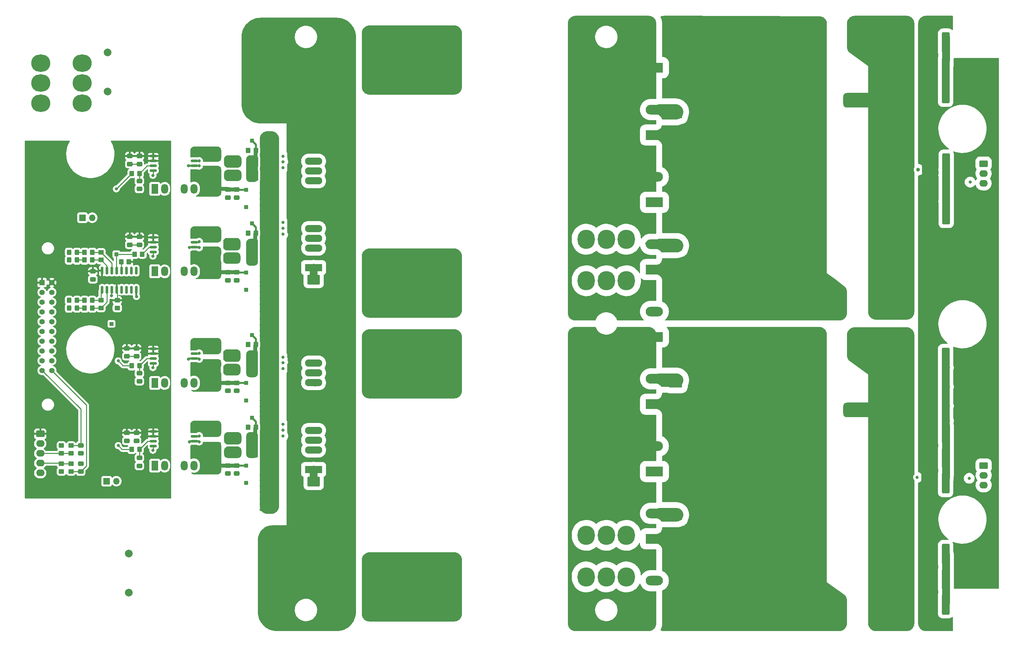
<source format=gbr>
%TF.GenerationSoftware,KiCad,Pcbnew,7.0.6*%
%TF.CreationDate,2023-08-12T12:52:25-07:00*%
%TF.ProjectId,Aux Power Supply V5,41757820-506f-4776-9572-20537570706c,rev?*%
%TF.SameCoordinates,Original*%
%TF.FileFunction,Copper,L1,Top*%
%TF.FilePolarity,Positive*%
%FSLAX46Y46*%
G04 Gerber Fmt 4.6, Leading zero omitted, Abs format (unit mm)*
G04 Created by KiCad (PCBNEW 7.0.6) date 2023-08-12 12:52:25*
%MOMM*%
%LPD*%
G01*
G04 APERTURE LIST*
G04 Aperture macros list*
%AMRoundRect*
0 Rectangle with rounded corners*
0 $1 Rounding radius*
0 $2 $3 $4 $5 $6 $7 $8 $9 X,Y pos of 4 corners*
0 Add a 4 corners polygon primitive as box body*
4,1,4,$2,$3,$4,$5,$6,$7,$8,$9,$2,$3,0*
0 Add four circle primitives for the rounded corners*
1,1,$1+$1,$2,$3*
1,1,$1+$1,$4,$5*
1,1,$1+$1,$6,$7*
1,1,$1+$1,$8,$9*
0 Add four rect primitives between the rounded corners*
20,1,$1+$1,$2,$3,$4,$5,0*
20,1,$1+$1,$4,$5,$6,$7,0*
20,1,$1+$1,$6,$7,$8,$9,0*
20,1,$1+$1,$8,$9,$2,$3,0*%
G04 Aperture macros list end*
%TA.AperFunction,SMDPad,CuDef*%
%ADD10RoundRect,0.249999X0.737501X2.450001X-0.737501X2.450001X-0.737501X-2.450001X0.737501X-2.450001X0*%
%TD*%
%TA.AperFunction,ComponentPad*%
%ADD11R,4.500000X2.500000*%
%TD*%
%TA.AperFunction,ComponentPad*%
%ADD12O,4.500000X2.500000*%
%TD*%
%TA.AperFunction,SMDPad,CuDef*%
%ADD13RoundRect,0.250000X0.650000X-0.412500X0.650000X0.412500X-0.650000X0.412500X-0.650000X-0.412500X0*%
%TD*%
%TA.AperFunction,SMDPad,CuDef*%
%ADD14RoundRect,0.250000X-0.475000X0.337500X-0.475000X-0.337500X0.475000X-0.337500X0.475000X0.337500X0*%
%TD*%
%TA.AperFunction,SMDPad,CuDef*%
%ADD15RoundRect,0.250000X1.450000X-0.537500X1.450000X0.537500X-1.450000X0.537500X-1.450000X-0.537500X0*%
%TD*%
%TA.AperFunction,ComponentPad*%
%ADD16O,4.500000X5.000000*%
%TD*%
%TA.AperFunction,ComponentPad*%
%ADD17R,1.000000X1.000000*%
%TD*%
%TA.AperFunction,ComponentPad*%
%ADD18R,1.700000X1.700000*%
%TD*%
%TA.AperFunction,ComponentPad*%
%ADD19O,1.700000X1.700000*%
%TD*%
%TA.AperFunction,ComponentPad*%
%ADD20O,5.000000X4.500000*%
%TD*%
%TA.AperFunction,SMDPad,CuDef*%
%ADD21RoundRect,0.250000X0.350000X0.450000X-0.350000X0.450000X-0.350000X-0.450000X0.350000X-0.450000X0*%
%TD*%
%TA.AperFunction,SMDPad,CuDef*%
%ADD22RoundRect,0.150000X-0.750000X-0.150000X0.750000X-0.150000X0.750000X0.150000X-0.750000X0.150000X0*%
%TD*%
%TA.AperFunction,SMDPad,CuDef*%
%ADD23RoundRect,0.250000X-0.350000X-0.450000X0.350000X-0.450000X0.350000X0.450000X-0.350000X0.450000X0*%
%TD*%
%TA.AperFunction,SMDPad,CuDef*%
%ADD24RoundRect,0.250000X0.450000X-0.350000X0.450000X0.350000X-0.450000X0.350000X-0.450000X-0.350000X0*%
%TD*%
%TA.AperFunction,SMDPad,CuDef*%
%ADD25RoundRect,0.249999X0.450001X1.075001X-0.450001X1.075001X-0.450001X-1.075001X0.450001X-1.075001X0*%
%TD*%
%TA.AperFunction,SMDPad,CuDef*%
%ADD26RoundRect,0.250000X0.475000X-0.337500X0.475000X0.337500X-0.475000X0.337500X-0.475000X-0.337500X0*%
%TD*%
%TA.AperFunction,ComponentPad*%
%ADD27R,4.500000X1.905000*%
%TD*%
%TA.AperFunction,ComponentPad*%
%ADD28O,4.500000X1.905000*%
%TD*%
%TA.AperFunction,SMDPad,CuDef*%
%ADD29RoundRect,0.250000X0.300000X-0.300000X0.300000X0.300000X-0.300000X0.300000X-0.300000X-0.300000X0*%
%TD*%
%TA.AperFunction,ComponentPad*%
%ADD30R,1.800000X2.540000*%
%TD*%
%TA.AperFunction,ComponentPad*%
%ADD31O,1.800000X2.540000*%
%TD*%
%TA.AperFunction,SMDPad,CuDef*%
%ADD32RoundRect,0.250000X-0.450000X0.350000X-0.450000X-0.350000X0.450000X-0.350000X0.450000X0.350000X0*%
%TD*%
%TA.AperFunction,SMDPad,CuDef*%
%ADD33RoundRect,0.250000X1.400000X1.000000X-1.400000X1.000000X-1.400000X-1.000000X1.400000X-1.000000X0*%
%TD*%
%TA.AperFunction,ComponentPad*%
%ADD34R,2.006600X2.006600*%
%TD*%
%TA.AperFunction,ComponentPad*%
%ADD35C,2.006600*%
%TD*%
%TA.AperFunction,ComponentPad*%
%ADD36RoundRect,0.952500X3.492500X0.952500X-3.492500X0.952500X-3.492500X-0.952500X3.492500X-0.952500X0*%
%TD*%
%TA.AperFunction,SMDPad,CuDef*%
%ADD37RoundRect,0.250000X-0.325000X-0.450000X0.325000X-0.450000X0.325000X0.450000X-0.325000X0.450000X0*%
%TD*%
%TA.AperFunction,ComponentPad*%
%ADD38RoundRect,0.250000X-0.845000X0.620000X-0.845000X-0.620000X0.845000X-0.620000X0.845000X0.620000X0*%
%TD*%
%TA.AperFunction,ComponentPad*%
%ADD39O,2.190000X1.740000*%
%TD*%
%TA.AperFunction,ComponentPad*%
%ADD40C,4.000000*%
%TD*%
%TA.AperFunction,ComponentPad*%
%ADD41C,10.000000*%
%TD*%
%TA.AperFunction,ComponentPad*%
%ADD42C,5.000000*%
%TD*%
%TA.AperFunction,ComponentPad*%
%ADD43C,3.000000*%
%TD*%
%TA.AperFunction,SMDPad,CuDef*%
%ADD44RoundRect,0.150000X0.150000X-0.825000X0.150000X0.825000X-0.150000X0.825000X-0.150000X-0.825000X0*%
%TD*%
%TA.AperFunction,ComponentPad*%
%ADD45R,1.398000X1.398000*%
%TD*%
%TA.AperFunction,ComponentPad*%
%ADD46C,1.398000*%
%TD*%
%TA.AperFunction,ComponentPad*%
%ADD47C,8.500000*%
%TD*%
%TA.AperFunction,ViaPad*%
%ADD48C,0.800000*%
%TD*%
%TA.AperFunction,ViaPad*%
%ADD49C,1.000000*%
%TD*%
%TA.AperFunction,Conductor*%
%ADD50C,0.250000*%
%TD*%
%TA.AperFunction,Conductor*%
%ADD51C,0.500000*%
%TD*%
%TA.AperFunction,Conductor*%
%ADD52C,1.000000*%
%TD*%
%TA.AperFunction,Conductor*%
%ADD53C,2.000000*%
%TD*%
G04 APERTURE END LIST*
D10*
%TO.P,C70,1*%
%TO.N,OUTPUT_GND*%
X316137500Y-173500000D03*
%TO.P,C70,2*%
%TO.N,+72V_OUT*%
X310862500Y-173500000D03*
%TD*%
D11*
%TO.P,R36,1*%
%TO.N,OUTPUT_GND*%
X240500000Y-177000000D03*
D12*
%TO.P,R36,2*%
%TO.N,Net-(C65-Pad2)*%
X240500000Y-187900000D03*
%TD*%
D13*
%TO.P,C54,1*%
%TO.N,+18V_TOP_T1*%
X127000000Y-98427500D03*
%TO.P,C54,2*%
%TO.N,KELV_TOP_T1*%
X127000000Y-95302500D03*
%TD*%
D14*
%TO.P,C33,1*%
%TO.N,+18V_BOT_T2*%
X132000000Y-175462500D03*
%TO.P,C33,2*%
%TO.N,KELV_BOT_T2*%
X132000000Y-177537500D03*
%TD*%
D15*
%TO.P,C63,1*%
%TO.N,Net-(D10-K)*%
X246000000Y-123137500D03*
%TO.P,C63,2*%
%TO.N,Net-(C63-Pad2)*%
X246000000Y-118862500D03*
%TD*%
D10*
%TO.P,C82,1*%
%TO.N,OUTPUT_GND*%
X316275000Y-97000000D03*
%TO.P,C82,2*%
%TO.N,+72V_OUT*%
X311000000Y-97000000D03*
%TD*%
D16*
%TO.P,J9,1,Pin_1*%
%TO.N,OUTPUT_GND*%
X222790000Y-116600000D03*
X222790000Y-127400000D03*
X228000000Y-116600000D03*
X228000000Y-127400000D03*
X233210000Y-116600000D03*
X233210000Y-127400000D03*
%TD*%
%TO.P,J8,1,Pin_1*%
%TO.N,T1_OUT*%
X222790000Y-80600000D03*
X222790000Y-91400000D03*
X228000000Y-80600000D03*
X228000000Y-91400000D03*
X233210000Y-80600000D03*
X233210000Y-91400000D03*
%TD*%
D10*
%TO.P,C9,1*%
%TO.N,DC_IN*%
X146137500Y-119000000D03*
%TO.P,C9,2*%
%TO.N,GNDPWR*%
X140862500Y-119000000D03*
%TD*%
%TO.P,C17,1*%
%TO.N,DC_IN*%
X146137500Y-99500000D03*
%TO.P,C17,2*%
%TO.N,GNDPWR*%
X140862500Y-99500000D03*
%TD*%
%TO.P,C80,1*%
%TO.N,OUTPUT_GND*%
X316275000Y-110000000D03*
%TO.P,C80,2*%
%TO.N,+72V_OUT*%
X311000000Y-110000000D03*
%TD*%
D17*
%TO.P,TP13,1,1*%
%TO.N,CLAMP_TOP_T1*%
X136000000Y-91000000D03*
%TD*%
D18*
%TO.P,JP2,1,1*%
%TO.N,GND*%
X91975000Y-111000000D03*
D19*
%TO.P,JP2,2,2*%
X94515000Y-111000000D03*
%TD*%
D10*
%TO.P,C7,1*%
%TO.N,DC_IN*%
X146137500Y-132000000D03*
%TO.P,C7,2*%
%TO.N,GNDPWR*%
X140862500Y-132000000D03*
%TD*%
D17*
%TO.P,TP10,1,1*%
%TO.N,KELV_BOT_T1*%
X134500000Y-129750000D03*
%TD*%
D20*
%TO.P,J1,1,Pin_1*%
%TO.N,DC_IN*%
X142600000Y-81210000D03*
X153400000Y-81210000D03*
X142600000Y-76000000D03*
X153400000Y-76000000D03*
X142600000Y-70790000D03*
X153400000Y-70790000D03*
%TD*%
D10*
%TO.P,C76,1*%
%TO.N,OUTPUT_GND*%
X316137500Y-65500000D03*
%TO.P,C76,2*%
%TO.N,+72V_OUT*%
X310862500Y-65500000D03*
%TD*%
%TO.P,C79,1*%
%TO.N,OUTPUT_GND*%
X316137500Y-72000000D03*
%TO.P,C79,2*%
%TO.N,+72V_OUT*%
X310862500Y-72000000D03*
%TD*%
D21*
%TO.P,R10,1*%
%TO.N,H1*%
X94500000Y-122000000D03*
%TO.P,R10,2*%
%TO.N,Net-(C85-Pad2)*%
X92500000Y-122000000D03*
%TD*%
D14*
%TO.P,C39,1*%
%TO.N,+5V*%
X104250000Y-115962500D03*
%TO.P,C39,2*%
%TO.N,GND*%
X104250000Y-118037500D03*
%TD*%
D22*
%TO.P,U7,1,VCC*%
%TO.N,+5V*%
X110350000Y-94960000D03*
%TO.P,U7,2,IN+*%
X110350000Y-96230000D03*
%TO.P,U7,3,IN-*%
%TO.N,Net-(U7-IN-)*%
X110350000Y-97500000D03*
%TO.P,U7,4,GND1*%
%TO.N,GND*%
X110350000Y-98770000D03*
%TO.P,U7,5,VCC2*%
%TO.N,+18V_TOP_T1*%
X121000000Y-98770000D03*
%TO.P,U7,6,OUT*%
%TO.N,GATE_TOP_T1*%
X121000000Y-97500000D03*
%TO.P,U7,7,CLAMP*%
%TO.N,CLAMP_TOP_T1*%
X121000000Y-96230000D03*
%TO.P,U7,8,VEE*%
%TO.N,KELV_TOP_T1*%
X121000000Y-94960000D03*
%TD*%
D14*
%TO.P,C43,1*%
%TO.N,+5V*%
X106750000Y-115962500D03*
%TO.P,C43,2*%
%TO.N,GND*%
X106750000Y-118037500D03*
%TD*%
D23*
%TO.P,R32,1*%
%TO.N,KELV_BOT_T2*%
X135000000Y-165500000D03*
%TO.P,R32,2*%
%TO.N,CLAMP_BOT_T2*%
X137000000Y-165500000D03*
%TD*%
D24*
%TO.P,R13,1*%
%TO.N,L2*%
X96750000Y-134500000D03*
%TO.P,R13,2*%
%TO.N,H2*%
X96750000Y-132500000D03*
%TD*%
D23*
%TO.P,R9,1*%
%TO.N,Net-(C84-Pad1)*%
X92500000Y-134500000D03*
%TO.P,R9,2*%
%TO.N,L2*%
X94500000Y-134500000D03*
%TD*%
D25*
%TO.P,R26,1*%
%TO.N,CLAMP_TOP_T2*%
X136800000Y-147000000D03*
%TO.P,R26,2*%
%TO.N,GATE_TOP_T2*%
X132000000Y-147000000D03*
%TD*%
D10*
%TO.P,C5,1*%
%TO.N,DC_IN*%
X146137500Y-125500000D03*
%TO.P,C5,2*%
%TO.N,GNDPWR*%
X140862500Y-125500000D03*
%TD*%
D11*
%TO.P,D12,1,K*%
%TO.N,Net-(D11-K)*%
X240500000Y-194500000D03*
D12*
%TO.P,D12,2,A*%
%TO.N,OUTPUT_GND*%
X240500000Y-205400000D03*
%TD*%
D14*
%TO.P,C45,1*%
%TO.N,+5V*%
X103500000Y-166962500D03*
%TO.P,C45,2*%
%TO.N,GND*%
X103500000Y-169037500D03*
%TD*%
D10*
%TO.P,C77,1*%
%TO.N,OUTPUT_GND*%
X316137500Y-211500000D03*
%TO.P,C77,2*%
%TO.N,+72V_OUT*%
X310862500Y-211500000D03*
%TD*%
D26*
%TO.P,C92,1*%
%TO.N,GND*%
X106750000Y-175537500D03*
%TO.P,C92,2*%
%TO.N,Net-(U10-IN-)*%
X106750000Y-173462500D03*
%TD*%
D10*
%TO.P,C83,1*%
%TO.N,OUTPUT_GND*%
X316275000Y-103500000D03*
%TO.P,C83,2*%
%TO.N,+72V_OUT*%
X311000000Y-103500000D03*
%TD*%
%TO.P,C8,1*%
%TO.N,DC_IN*%
X146137500Y-171000000D03*
%TO.P,C8,2*%
%TO.N,GNDPWR*%
X140862500Y-171000000D03*
%TD*%
D17*
%TO.P,TP5,1,1*%
%TO.N,+18V_TOP_T1*%
X134500000Y-103750000D03*
%TD*%
%TO.P,TP9,1,1*%
%TO.N,KELV_TOP_T1*%
X134500000Y-108250000D03*
%TD*%
D10*
%TO.P,C6,1*%
%TO.N,DC_IN*%
X146137500Y-184000000D03*
%TO.P,C6,2*%
%TO.N,GNDPWR*%
X140862500Y-184000000D03*
%TD*%
D27*
%TO.P,Q1,1,D*%
%TO.N,DC_IN*%
X151990000Y-106480000D03*
D28*
%TO.P,Q1,2,S*%
%TO.N,Net-(D8-K)*%
X151990000Y-101400000D03*
%TO.P,Q1,3,DS*%
%TO.N,KELV_TOP_T1*%
X151990000Y-98860000D03*
%TO.P,Q1,4,G*%
%TO.N,Net-(Q1-G)*%
X151990000Y-96320000D03*
%TD*%
D29*
%TO.P,D2,1,K*%
%TO.N,Net-(D2-K)*%
X129500000Y-120900000D03*
%TO.P,D2,2,A*%
%TO.N,GATE_BOT_T1*%
X129500000Y-118100000D03*
%TD*%
D11*
%TO.P,R33,1*%
%TO.N,T1_OUT*%
X240500000Y-72000000D03*
D12*
%TO.P,R33,2*%
%TO.N,Net-(C62-Pad2)*%
X240500000Y-82900000D03*
%TD*%
D13*
%TO.P,C56,1*%
%TO.N,+18V_BOT_T1*%
X124500000Y-119562500D03*
%TO.P,C56,2*%
%TO.N,KELV_BOT_T1*%
X124500000Y-116437500D03*
%TD*%
D14*
%TO.P,C30,1*%
%TO.N,+18V_TOP_T1*%
X129750000Y-103712500D03*
%TO.P,C30,2*%
%TO.N,KELV_TOP_T1*%
X129750000Y-105787500D03*
%TD*%
D13*
%TO.P,C57,1*%
%TO.N,+18V_BOT_T1*%
X127000000Y-119562500D03*
%TO.P,C57,2*%
%TO.N,KELV_BOT_T1*%
X127000000Y-116437500D03*
%TD*%
%TO.P,C52,1*%
%TO.N,+18V_BOT_T2*%
X124500000Y-170062500D03*
%TO.P,C52,2*%
%TO.N,KELV_BOT_T2*%
X124500000Y-166937500D03*
%TD*%
D15*
%TO.P,C64,1*%
%TO.N,Net-(D11-K)*%
X246000000Y-158637500D03*
%TO.P,C64,2*%
%TO.N,Net-(C64-Pad2)*%
X246000000Y-154362500D03*
%TD*%
D14*
%TO.P,C18,1*%
%TO.N,I_Sense_1*%
X91500000Y-170212500D03*
%TO.P,C18,2*%
%TO.N,GND*%
X91500000Y-172287500D03*
%TD*%
D25*
%TO.P,R22,1*%
%TO.N,CLAMP_TOP_T1*%
X136900000Y-96500000D03*
%TO.P,R22,2*%
%TO.N,GATE_TOP_T1*%
X132100000Y-96500000D03*
%TD*%
D10*
%TO.P,C4,1*%
%TO.N,DC_IN*%
X146137500Y-145000000D03*
%TO.P,C4,2*%
%TO.N,GNDPWR*%
X140862500Y-145000000D03*
%TD*%
%TO.P,C81,1*%
%TO.N,OUTPUT_GND*%
X316137500Y-198500000D03*
%TO.P,C81,2*%
%TO.N,+72V_OUT*%
X310862500Y-198500000D03*
%TD*%
D30*
%TO.P,U3,1,VIN+*%
%TO.N,+24V*%
X110760000Y-103500000D03*
D31*
%TO.P,U3,2,VIN-*%
%TO.N,GND*%
X113300000Y-103500000D03*
%TO.P,U3,5,VOUT-*%
%TO.N,KELV_TOP_T1*%
X118380000Y-103500000D03*
X120920000Y-103500000D03*
%TO.P,U3,7,VOUT+*%
%TO.N,+18V_TOP_T1*%
X123460000Y-103500000D03*
X126000000Y-103500000D03*
%TD*%
D10*
%TO.P,C11,1*%
%TO.N,DC_IN*%
X146137500Y-112500000D03*
%TO.P,C11,2*%
%TO.N,GNDPWR*%
X140862500Y-112500000D03*
%TD*%
D25*
%TO.P,R23,1*%
%TO.N,CLAMP_BOT_T1*%
X136800000Y-121500000D03*
%TO.P,R23,2*%
%TO.N,Net-(D2-K)*%
X132000000Y-121500000D03*
%TD*%
D17*
%TO.P,TP8,1,1*%
%TO.N,+18V_BOT_T2*%
X134500000Y-175500000D03*
%TD*%
D14*
%TO.P,C40,1*%
%TO.N,+5V*%
X103500000Y-144962500D03*
%TO.P,C40,2*%
%TO.N,GND*%
X103500000Y-147037500D03*
%TD*%
D32*
%TO.P,R6,1*%
%TO.N,GND*%
X86500000Y-170250000D03*
%TO.P,R6,2*%
%TO.N,SO1*%
X86500000Y-172250000D03*
%TD*%
D25*
%TO.P,R27,1*%
%TO.N,CLAMP_BOT_T2*%
X136800000Y-172000000D03*
%TO.P,R27,2*%
%TO.N,Net-(D4-K)*%
X132000000Y-172000000D03*
%TD*%
D14*
%TO.P,C37,1*%
%TO.N,+18V_BOT_T2*%
X129750000Y-175462500D03*
%TO.P,C37,2*%
%TO.N,KELV_BOT_T2*%
X129750000Y-177537500D03*
%TD*%
D33*
%TO.P,D7,1,K*%
%TO.N,DC_IN*%
X152000000Y-133900000D03*
%TO.P,D7,2,A*%
%TO.N,Net-(D7-A)*%
X152000000Y-127100000D03*
%TD*%
D10*
%TO.P,C68,1*%
%TO.N,OUTPUT_GND*%
X316137500Y-180000000D03*
%TO.P,C68,2*%
%TO.N,+72V_OUT*%
X310862500Y-180000000D03*
%TD*%
D17*
%TO.P,TP12,1,1*%
%TO.N,KELV_BOT_T2*%
X134500000Y-180000000D03*
%TD*%
D15*
%TO.P,C65,1*%
%TO.N,Net-(D11-K)*%
X246000000Y-193137500D03*
%TO.P,C65,2*%
%TO.N,Net-(C65-Pad2)*%
X246000000Y-188862500D03*
%TD*%
D32*
%TO.P,R38,1*%
%TO.N,SO2*%
X89000000Y-175000000D03*
%TO.P,R38,2*%
%TO.N,I_Sense_2*%
X89000000Y-177000000D03*
%TD*%
D26*
%TO.P,C88,1*%
%TO.N,I_Sense_2*%
X91500000Y-177037500D03*
%TO.P,C88,2*%
%TO.N,GND*%
X91500000Y-174962500D03*
%TD*%
D30*
%TO.P,U4,1,VIN+*%
%TO.N,+24V*%
X110760000Y-124960000D03*
D31*
%TO.P,U4,2,VIN-*%
%TO.N,GND*%
X113300000Y-124960000D03*
%TO.P,U4,5,VOUT-*%
%TO.N,KELV_BOT_T1*%
X118380000Y-124960000D03*
X120920000Y-124960000D03*
%TO.P,U4,7,VOUT+*%
%TO.N,+18V_BOT_T1*%
X123460000Y-124960000D03*
X126000000Y-124960000D03*
%TD*%
D26*
%TO.P,C90,1*%
%TO.N,GND*%
X106750000Y-153537500D03*
%TO.P,C90,2*%
%TO.N,Net-(U9-IN-)*%
X106750000Y-151462500D03*
%TD*%
D34*
%TO.P,C19,1*%
%TO.N,DC_IN*%
X136000000Y-78200000D03*
D35*
X136000000Y-68000000D03*
%TO.P,C19,2*%
%TO.N,GNDPWR*%
X98499997Y-78200000D03*
X98499997Y-68000000D03*
%TD*%
D17*
%TO.P,TP4,1,1*%
%TO.N,Ch1*%
X100750000Y-120500000D03*
%TD*%
D22*
%TO.P,U9,1,VCC*%
%TO.N,+5V*%
X110350000Y-145095000D03*
%TO.P,U9,2,IN+*%
X110350000Y-146365000D03*
%TO.P,U9,3,IN-*%
%TO.N,Net-(U9-IN-)*%
X110350000Y-147635000D03*
%TO.P,U9,4,GND1*%
%TO.N,GND*%
X110350000Y-148905000D03*
%TO.P,U9,5,VCC2*%
%TO.N,+18V_TOP_T2*%
X121000000Y-148905000D03*
%TO.P,U9,6,OUT*%
%TO.N,GATE_TOP_T2*%
X121000000Y-147635000D03*
%TO.P,U9,7,CLAMP*%
%TO.N,CLAMP_TOP_T2*%
X121000000Y-146365000D03*
%TO.P,U9,8,VEE*%
%TO.N,KELV_TOP_T2*%
X121000000Y-145095000D03*
%TD*%
D34*
%TO.P,C20,1*%
%TO.N,DC_IN*%
X141500000Y-208500000D03*
D35*
X141500000Y-198300000D03*
%TO.P,C20,2*%
%TO.N,GNDPWR*%
X103999997Y-208500000D03*
X103999997Y-198300000D03*
%TD*%
D18*
%TO.P,JP1,1,1*%
%TO.N,GND*%
X98225000Y-179500000D03*
D19*
%TO.P,JP1,2,2*%
X100765000Y-179500000D03*
%TD*%
D22*
%TO.P,U10,1,VCC*%
%TO.N,+5V*%
X110350000Y-166595000D03*
%TO.P,U10,2,IN+*%
X110350000Y-167865000D03*
%TO.P,U10,3,IN-*%
%TO.N,Net-(U10-IN-)*%
X110350000Y-169135000D03*
%TO.P,U10,4,GND1*%
%TO.N,GND*%
X110350000Y-170405000D03*
%TO.P,U10,5,VCC2*%
%TO.N,+18V_BOT_T2*%
X121000000Y-170405000D03*
%TO.P,U10,6,OUT*%
%TO.N,GATE_BOT_T2*%
X121000000Y-169135000D03*
%TO.P,U10,7,CLAMP*%
%TO.N,CLAMP_BOT_T2*%
X121000000Y-167865000D03*
%TO.P,U10,8,VEE*%
%TO.N,KELV_BOT_T2*%
X121000000Y-166595000D03*
%TD*%
D36*
%TO.P,L2,1,1*%
%TO.N,Net-(D11-K)*%
X268000000Y-197000000D03*
%TO.P,L2,2,2*%
%TO.N,+72V_2*%
X294000000Y-161000000D03*
%TD*%
D23*
%TO.P,R31,1*%
%TO.N,KELV_TOP_T2*%
X135000000Y-144000000D03*
%TO.P,R31,2*%
%TO.N,CLAMP_TOP_T2*%
X137000000Y-144000000D03*
%TD*%
D10*
%TO.P,C67,1*%
%TO.N,OUTPUT_GND*%
X316137500Y-78500000D03*
%TO.P,C67,2*%
%TO.N,+72V_OUT*%
X310862500Y-78500000D03*
%TD*%
D37*
%TO.P,L3,1,1*%
%TO.N,2_HI*%
X88475000Y-132500000D03*
%TO.P,L3,2,2*%
%TO.N,Net-(C84-Pad2)*%
X90525000Y-132500000D03*
%TD*%
D25*
%TO.P,R28,1*%
%TO.N,CLAMP_BOT_T2*%
X136800000Y-168500000D03*
%TO.P,R28,2*%
%TO.N,GATE_BOT_T2*%
X132000000Y-168500000D03*
%TD*%
D38*
%TO.P,J3,1,Pin_1*%
%TO.N,+5V*%
X325980000Y-96960000D03*
D39*
%TO.P,J3,2,Pin_2*%
%TO.N,SO1*%
X325980000Y-99500000D03*
%TO.P,J3,3,Pin_3*%
%TO.N,GND*%
X325980000Y-102040000D03*
%TD*%
D13*
%TO.P,C53,1*%
%TO.N,+18V_BOT_T2*%
X127000000Y-170062500D03*
%TO.P,C53,2*%
%TO.N,KELV_BOT_T2*%
X127000000Y-166937500D03*
%TD*%
D27*
%TO.P,Q3,1,D*%
%TO.N,DC_IN*%
X151990000Y-158980000D03*
D28*
%TO.P,Q3,2,S*%
%TO.N,Net-(D6-K)*%
X151990000Y-153900000D03*
%TO.P,Q3,3,DS*%
%TO.N,KELV_TOP_T2*%
X151990000Y-151360000D03*
%TO.P,Q3,4,G*%
%TO.N,Net-(Q3-G)*%
X151990000Y-148820000D03*
%TD*%
D16*
%TO.P,J10,1,Pin_1*%
%TO.N,T2_OUT*%
X222790000Y-151100000D03*
X222790000Y-161900000D03*
X228000000Y-151100000D03*
X228000000Y-161900000D03*
X233210000Y-151100000D03*
X233210000Y-161900000D03*
%TD*%
D32*
%TO.P,R14,1*%
%TO.N,L1*%
X96750000Y-120000000D03*
%TO.P,R14,2*%
%TO.N,H1*%
X96750000Y-122000000D03*
%TD*%
D37*
%TO.P,L5,1,1*%
%TO.N,1_HI*%
X88475000Y-122000000D03*
%TO.P,L5,2,2*%
%TO.N,Net-(C85-Pad2)*%
X90525000Y-122000000D03*
%TD*%
%TO.P,L4,1,1*%
%TO.N,2_LO*%
X88475000Y-134500000D03*
%TO.P,L4,2,2*%
%TO.N,Net-(C84-Pad1)*%
X90525000Y-134500000D03*
%TD*%
D23*
%TO.P,R20,1*%
%TO.N,Net-(U2-~{EN})*%
X102000000Y-122500000D03*
%TO.P,R20,2*%
%TO.N,+5V*%
X104000000Y-122500000D03*
%TD*%
D14*
%TO.P,C41,1*%
%TO.N,+5V*%
X106000000Y-166962500D03*
%TO.P,C41,2*%
%TO.N,GND*%
X106000000Y-169037500D03*
%TD*%
D11*
%TO.P,D10,1,K*%
%TO.N,Net-(D10-K)*%
X240500000Y-124500000D03*
D12*
%TO.P,D10,2,A*%
%TO.N,OUTPUT_GND*%
X240500000Y-135400000D03*
%TD*%
D25*
%TO.P,R21,1*%
%TO.N,CLAMP_TOP_T1*%
X136900000Y-100000000D03*
%TO.P,R21,2*%
%TO.N,Net-(D1-K)*%
X132100000Y-100000000D03*
%TD*%
D29*
%TO.P,D1,1,K*%
%TO.N,Net-(D1-K)*%
X129500000Y-99400000D03*
%TO.P,D1,2,A*%
%TO.N,GATE_TOP_T1*%
X129500000Y-96600000D03*
%TD*%
D14*
%TO.P,C44,1*%
%TO.N,+5V*%
X106000000Y-144962500D03*
%TO.P,C44,2*%
%TO.N,GND*%
X106000000Y-147037500D03*
%TD*%
D17*
%TO.P,TP1,1,1*%
%TO.N,Ch2*%
X99500000Y-138600000D03*
%TD*%
D32*
%TO.P,R19,1*%
%TO.N,+5V*%
X101000000Y-132500000D03*
%TO.P,R19,2*%
%TO.N,GND*%
X101000000Y-134500000D03*
%TD*%
D40*
%TO.P,T2,1,AA*%
%TO.N,Net-(D6-K)*%
X173150000Y-155102500D03*
X178230000Y-155102500D03*
X183310000Y-155102500D03*
X188390000Y-155102500D03*
D41*
X171880000Y-147800000D03*
D42*
X178838884Y-143902500D03*
D40*
X183735546Y-143527500D03*
D43*
X187879614Y-143152500D03*
%TO.P,T2,2,AB*%
%TO.N,Net-(D5-A)*%
X187879614Y-212772500D03*
D40*
X183735546Y-212397500D03*
D42*
X178838884Y-212022500D03*
D41*
X171880000Y-208125000D03*
D40*
X173150000Y-200822500D03*
X178230000Y-200822500D03*
X183310000Y-200822500D03*
X188390000Y-200822500D03*
%TD*%
D27*
%TO.P,Q2,1,D*%
%TO.N,Net-(D7-A)*%
X151990000Y-123980000D03*
D28*
%TO.P,Q2,2,S*%
%TO.N,GNDPWR*%
X151990000Y-118900000D03*
%TO.P,Q2,3,DS*%
%TO.N,KELV_BOT_T1*%
X151990000Y-116360000D03*
%TO.P,Q2,4,G*%
%TO.N,Net-(Q2-G)*%
X151990000Y-113820000D03*
%TD*%
D36*
%TO.P,L2,1,1*%
%TO.N,Net-(D10-K)*%
X268000000Y-116500000D03*
%TO.P,L2,2,2*%
%TO.N,+72V_1*%
X294000000Y-80500000D03*
%TD*%
D16*
%TO.P,J11,1,Pin_1*%
%TO.N,OUTPUT_GND*%
X222790000Y-193600000D03*
X222790000Y-204400000D03*
X228000000Y-193600000D03*
X228000000Y-204400000D03*
X233210000Y-193600000D03*
X233210000Y-204400000D03*
%TD*%
D27*
%TO.P,Q4,1,D*%
%TO.N,Net-(D5-A)*%
X151990000Y-176480000D03*
D28*
%TO.P,Q4,2,S*%
%TO.N,GNDPWR*%
X151990000Y-171400000D03*
%TO.P,Q4,3,DS*%
%TO.N,KELV_BOT_T2*%
X151990000Y-168860000D03*
%TO.P,Q4,4,G*%
%TO.N,Net-(Q4-G)*%
X151990000Y-166320000D03*
%TD*%
D10*
%TO.P,C75,1*%
%TO.N,OUTPUT_GND*%
X316137500Y-205000000D03*
%TO.P,C75,2*%
%TO.N,+72V_OUT*%
X310862500Y-205000000D03*
%TD*%
D11*
%TO.P,D11,1,K*%
%TO.N,Net-(D11-K)*%
X240500000Y-159500000D03*
D12*
%TO.P,D11,2,A*%
%TO.N,T2_OUT*%
X240500000Y-170400000D03*
%TD*%
D11*
%TO.P,D9,1,K*%
%TO.N,Net-(D10-K)*%
X240500000Y-89500000D03*
D12*
%TO.P,D9,2,A*%
%TO.N,T1_OUT*%
X240500000Y-100400000D03*
%TD*%
D14*
%TO.P,C34,1*%
%TO.N,+18V_TOP_T1*%
X132000000Y-103712500D03*
%TO.P,C34,2*%
%TO.N,KELV_TOP_T1*%
X132000000Y-105787500D03*
%TD*%
D25*
%TO.P,R25,1*%
%TO.N,CLAMP_TOP_T2*%
X136800000Y-150500000D03*
%TO.P,R25,2*%
%TO.N,Net-(D3-K)*%
X132000000Y-150500000D03*
%TD*%
D29*
%TO.P,D3,1,K*%
%TO.N,Net-(D3-K)*%
X129500000Y-149900000D03*
%TO.P,D3,2,A*%
%TO.N,GATE_TOP_T2*%
X129500000Y-147100000D03*
%TD*%
D38*
%TO.P,J4,1,Pin_1*%
%TO.N,+5V*%
X81000000Y-167210000D03*
D39*
%TO.P,J4,2,Pin_2*%
%TO.N,GND*%
X81000000Y-169750000D03*
%TO.P,J4,3,Pin_3*%
%TO.N,SO1*%
X81000000Y-172290000D03*
%TO.P,J4,4,Pin_4*%
%TO.N,SO2*%
X81000000Y-174830000D03*
%TO.P,J4,5,Pin_5*%
%TO.N,GND*%
X81000000Y-177370000D03*
%TD*%
D10*
%TO.P,C3,1*%
%TO.N,DC_IN*%
X146137500Y-106000000D03*
%TO.P,C3,2*%
%TO.N,GNDPWR*%
X140862500Y-106000000D03*
%TD*%
D22*
%TO.P,U8,1,VCC*%
%TO.N,+5V*%
X110350000Y-116095000D03*
%TO.P,U8,2,IN+*%
X110350000Y-117365000D03*
%TO.P,U8,3,IN-*%
%TO.N,Net-(U8-IN-)*%
X110350000Y-118635000D03*
%TO.P,U8,4,GND1*%
%TO.N,GND*%
X110350000Y-119905000D03*
%TO.P,U8,5,VCC2*%
%TO.N,+18V_BOT_T1*%
X121000000Y-119905000D03*
%TO.P,U8,6,OUT*%
%TO.N,GATE_BOT_T1*%
X121000000Y-118635000D03*
%TO.P,U8,7,CLAMP*%
%TO.N,CLAMP_BOT_T1*%
X121000000Y-117365000D03*
%TO.P,U8,8,VEE*%
%TO.N,KELV_BOT_T1*%
X121000000Y-116095000D03*
%TD*%
D10*
%TO.P,C12,1*%
%TO.N,DC_IN*%
X146137500Y-177500000D03*
%TO.P,C12,2*%
%TO.N,GNDPWR*%
X140862500Y-177500000D03*
%TD*%
D14*
%TO.P,C31,1*%
%TO.N,+18V_BOT_T1*%
X132000000Y-125212500D03*
%TO.P,C31,2*%
%TO.N,KELV_BOT_T1*%
X132000000Y-127287500D03*
%TD*%
D23*
%TO.P,R30,1*%
%TO.N,KELV_BOT_T1*%
X135000000Y-115000000D03*
%TO.P,R30,2*%
%TO.N,CLAMP_BOT_T1*%
X137000000Y-115000000D03*
%TD*%
D13*
%TO.P,C51,1*%
%TO.N,+18V_TOP_T2*%
X127000000Y-148625000D03*
%TO.P,C51,2*%
%TO.N,KELV_TOP_T2*%
X127000000Y-145500000D03*
%TD*%
D26*
%TO.P,C89,1*%
%TO.N,GND*%
X106750000Y-103537500D03*
%TO.P,C89,2*%
%TO.N,Net-(U7-IN-)*%
X106750000Y-101462500D03*
%TD*%
D25*
%TO.P,R24,1*%
%TO.N,CLAMP_BOT_T1*%
X136800000Y-118000000D03*
%TO.P,R24,2*%
%TO.N,GATE_BOT_T1*%
X132000000Y-118000000D03*
%TD*%
D20*
%TO.P,J6,1,Pin_1*%
%TO.N,GNDPWR*%
X81100000Y-81210000D03*
X91900000Y-81210000D03*
X81100000Y-76000000D03*
X91900000Y-76000000D03*
X81100000Y-70790000D03*
X91900000Y-70790000D03*
%TD*%
D11*
%TO.P,R35,1*%
%TO.N,T2_OUT*%
X240500000Y-142000000D03*
D12*
%TO.P,R35,2*%
%TO.N,Net-(C64-Pad2)*%
X240500000Y-152900000D03*
%TD*%
D23*
%TO.P,R29,1*%
%TO.N,KELV_TOP_T1*%
X135000000Y-93500000D03*
%TO.P,R29,2*%
%TO.N,CLAMP_TOP_T1*%
X137000000Y-93500000D03*
%TD*%
D10*
%TO.P,C72,1*%
%TO.N,OUTPUT_GND*%
X316137500Y-167000000D03*
%TO.P,C72,2*%
%TO.N,+72V_OUT*%
X310862500Y-167000000D03*
%TD*%
%TO.P,C10,1*%
%TO.N,DC_IN*%
X146137500Y-158000000D03*
%TO.P,C10,2*%
%TO.N,GNDPWR*%
X140862500Y-158000000D03*
%TD*%
D33*
%TO.P,D5,1,K*%
%TO.N,DC_IN*%
X152000000Y-186400000D03*
%TO.P,D5,2,A*%
%TO.N,Net-(D5-A)*%
X152000000Y-179600000D03*
%TD*%
D17*
%TO.P,TP15,1,1*%
%TO.N,CLAMP_TOP_T2*%
X136000000Y-141500000D03*
%TD*%
D44*
%TO.P,U2,1,B1*%
%TO.N,H2*%
X97055000Y-129725000D03*
%TO.P,U2,2,A1*%
%TO.N,L2*%
X98325000Y-129725000D03*
%TO.P,U2,3,Out1*%
%TO.N,Ch2*%
X99595000Y-129725000D03*
%TO.P,U2,4,EN*%
%TO.N,+5V*%
X100865000Y-129725000D03*
%TO.P,U2,5,Out2*%
%TO.N,unconnected-(U2-Out2-Pad5)*%
X102135000Y-129725000D03*
%TO.P,U2,6,A2*%
%TO.N,unconnected-(U2-A2-Pad6)*%
X103405000Y-129725000D03*
%TO.P,U2,7,B2*%
%TO.N,unconnected-(U2-B2-Pad7)*%
X104675000Y-129725000D03*
%TO.P,U2,8,GND*%
%TO.N,GND*%
X105945000Y-129725000D03*
%TO.P,U2,9,B3*%
%TO.N,unconnected-(U2-B3-Pad9)*%
X105945000Y-124775000D03*
%TO.P,U2,10,A3*%
%TO.N,unconnected-(U2-A3-Pad10)*%
X104675000Y-124775000D03*
%TO.P,U2,11,Out3*%
%TO.N,unconnected-(U2-Out3-Pad11)*%
X103405000Y-124775000D03*
%TO.P,U2,12,~{EN}*%
%TO.N,Net-(U2-~{EN})*%
X102135000Y-124775000D03*
%TO.P,U2,13,Out4*%
%TO.N,Ch1*%
X100865000Y-124775000D03*
%TO.P,U2,14,A4*%
%TO.N,L1*%
X99595000Y-124775000D03*
%TO.P,U2,15,B4*%
%TO.N,H1*%
X98325000Y-124775000D03*
%TO.P,U2,16,VDD*%
%TO.N,+5V*%
X97055000Y-124775000D03*
%TD*%
D45*
%TO.P,J5,1,1*%
%TO.N,+5V*%
X81465000Y-127857500D03*
D46*
%TO.P,J5,2,2*%
X84005000Y-127857500D03*
%TO.P,J5,3,3*%
%TO.N,unconnected-(J5-Pad3)*%
X81465000Y-130397500D03*
%TO.P,J5,4,4*%
%TO.N,unconnected-(J5-Pad4)*%
X84005000Y-130397500D03*
%TO.P,J5,5,5*%
%TO.N,1_HI*%
X81465000Y-132937500D03*
%TO.P,J5,6,6*%
%TO.N,1_LO*%
X84005000Y-132937500D03*
%TO.P,J5,7,7*%
%TO.N,+24V*%
X81465000Y-135477500D03*
%TO.P,J5,8,8*%
X84005000Y-135477500D03*
%TO.P,J5,9,9*%
%TO.N,unconnected-(J5-Pad9)*%
X81465000Y-138017500D03*
%TO.P,J5,10,10*%
%TO.N,Vin_SENSE*%
X84005000Y-138017500D03*
%TO.P,J5,11,11*%
%TO.N,unconnected-(J5-Pad11)*%
X81465000Y-140557500D03*
%TO.P,J5,12,12*%
%TO.N,unconnected-(J5-Pad12)*%
X84005000Y-140557500D03*
%TO.P,J5,13,13*%
%TO.N,unconnected-(J5-Pad13)*%
X81465000Y-143097500D03*
%TO.P,J5,14,14*%
%TO.N,unconnected-(J5-Pad14)*%
X84005000Y-143097500D03*
%TO.P,J5,15,15*%
%TO.N,2_LO*%
X81465000Y-145637500D03*
%TO.P,J5,16,16*%
%TO.N,2_HI*%
X84005000Y-145637500D03*
%TO.P,J5,17,17*%
%TO.N,GND*%
X81465000Y-148177500D03*
%TO.P,J5,18,18*%
X84005000Y-148177500D03*
%TO.P,J5,19,19*%
%TO.N,I_Sense_1*%
X81465000Y-150717500D03*
%TO.P,J5,20,20*%
%TO.N,I_Sense_2*%
X84005000Y-150717500D03*
%TD*%
D30*
%TO.P,U6,1,VIN+*%
%TO.N,+24V*%
X110760000Y-175460000D03*
D31*
%TO.P,U6,2,VIN-*%
%TO.N,GND*%
X113300000Y-175460000D03*
%TO.P,U6,5,VOUT-*%
%TO.N,KELV_BOT_T2*%
X118380000Y-175460000D03*
X120920000Y-175460000D03*
%TO.P,U6,7,VOUT+*%
%TO.N,+18V_BOT_T2*%
X123460000Y-175460000D03*
X126000000Y-175460000D03*
%TD*%
D29*
%TO.P,D4,1,K*%
%TO.N,Net-(D4-K)*%
X129500000Y-171400000D03*
%TO.P,D4,2,A*%
%TO.N,GATE_BOT_T2*%
X129500000Y-168600000D03*
%TD*%
D13*
%TO.P,C46,1*%
%TO.N,+18V_TOP_T1*%
X124500000Y-98427500D03*
%TO.P,C46,2*%
%TO.N,KELV_TOP_T1*%
X124500000Y-95302500D03*
%TD*%
D21*
%TO.P,R39,1*%
%TO.N,Net-(U7-IN-)*%
X106750000Y-99500000D03*
%TO.P,R39,2*%
%TO.N,Ch1*%
X104750000Y-99500000D03*
%TD*%
D42*
%TO.P,L1,1,1*%
%TO.N,Net-(D10-K)*%
X286613706Y-134412500D03*
D47*
X279500000Y-131250000D03*
D42*
X287027489Y-129911480D03*
D43*
X275372500Y-121372500D03*
X275372500Y-116292500D03*
X275372500Y-111212500D03*
X275372500Y-85812500D03*
X275372500Y-80732500D03*
X275372500Y-75652500D03*
D47*
X279500000Y-65775000D03*
%TO.P,L1,2,2*%
%TO.N,+72V_1*%
X301725000Y-131250000D03*
D43*
X305852500Y-121372500D03*
X305852500Y-116292500D03*
X305852500Y-111212500D03*
X305852500Y-85812500D03*
X305852500Y-80732500D03*
X305852500Y-75652500D03*
D42*
X294197511Y-67113520D03*
D47*
X301725000Y-65775000D03*
D42*
X294611294Y-62612500D03*
%TD*%
D17*
%TO.P,TP16,1,1*%
%TO.N,CLAMP_BOT_T2*%
X136000000Y-163000000D03*
%TD*%
D10*
%TO.P,C2,1*%
%TO.N,DC_IN*%
X146137500Y-151500000D03*
%TO.P,C2,2*%
%TO.N,GNDPWR*%
X140862500Y-151500000D03*
%TD*%
D21*
%TO.P,R42,1*%
%TO.N,Net-(U10-IN-)*%
X106750000Y-171250000D03*
%TO.P,R42,2*%
%TO.N,Ch2*%
X104750000Y-171250000D03*
%TD*%
D11*
%TO.P,R34,1*%
%TO.N,OUTPUT_GND*%
X240500000Y-107000000D03*
D12*
%TO.P,R34,2*%
%TO.N,Net-(C63-Pad2)*%
X240500000Y-117900000D03*
%TD*%
D30*
%TO.P,U5,1,VIN+*%
%TO.N,+24V*%
X110760000Y-153960000D03*
D31*
%TO.P,U5,2,VIN-*%
%TO.N,GND*%
X113300000Y-153960000D03*
%TO.P,U5,5,VOUT-*%
%TO.N,KELV_TOP_T2*%
X118380000Y-153960000D03*
X120920000Y-153960000D03*
%TO.P,U5,7,VOUT+*%
%TO.N,+18V_TOP_T2*%
X123460000Y-153960000D03*
X126000000Y-153960000D03*
%TD*%
D37*
%TO.P,L6,1,1*%
%TO.N,1_LO*%
X88475000Y-120000000D03*
%TO.P,L6,2,2*%
%TO.N,Net-(C85-Pad1)*%
X90525000Y-120000000D03*
%TD*%
D17*
%TO.P,TP7,1,1*%
%TO.N,+18V_TOP_T2*%
X134500000Y-154000000D03*
%TD*%
D14*
%TO.P,C38,1*%
%TO.N,+5V*%
X104250000Y-94962500D03*
%TO.P,C38,2*%
%TO.N,GND*%
X104250000Y-97037500D03*
%TD*%
D17*
%TO.P,TP6,1,1*%
%TO.N,+18V_BOT_T1*%
X134500000Y-125250000D03*
%TD*%
D10*
%TO.P,C1,1*%
%TO.N,DC_IN*%
X146137500Y-93000000D03*
%TO.P,C1,2*%
%TO.N,GNDPWR*%
X140862500Y-93000000D03*
%TD*%
%TO.P,C50,1*%
%TO.N,OUTPUT_GND*%
X316137500Y-160500000D03*
%TO.P,C50,2*%
%TO.N,+72V_OUT*%
X310862500Y-160500000D03*
%TD*%
D24*
%TO.P,R7,1*%
%TO.N,SO1*%
X89000000Y-172250000D03*
%TO.P,R7,2*%
%TO.N,I_Sense_1*%
X89000000Y-170250000D03*
%TD*%
D14*
%TO.P,C32,1*%
%TO.N,+18V_TOP_T2*%
X132000000Y-153962500D03*
%TO.P,C32,2*%
%TO.N,KELV_TOP_T2*%
X132000000Y-156037500D03*
%TD*%
D17*
%TO.P,TP14,1,1*%
%TO.N,CLAMP_BOT_T1*%
X136000000Y-112500000D03*
%TD*%
D10*
%TO.P,C49,1*%
%TO.N,OUTPUT_GND*%
X316137500Y-154000000D03*
%TO.P,C49,2*%
%TO.N,+72V_OUT*%
X310862500Y-154000000D03*
%TD*%
D21*
%TO.P,R41,1*%
%TO.N,Net-(U8-IN-)*%
X107500000Y-120500000D03*
%TO.P,R41,2*%
%TO.N,Ch1*%
X105500000Y-120500000D03*
%TD*%
D10*
%TO.P,C13,1*%
%TO.N,DC_IN*%
X146137500Y-138500000D03*
%TO.P,C13,2*%
%TO.N,GNDPWR*%
X140862500Y-138500000D03*
%TD*%
D38*
%TO.P,J12,1,Pin_1*%
%TO.N,+5V*%
X326000000Y-175460000D03*
D39*
%TO.P,J12,2,Pin_2*%
%TO.N,SO2*%
X326000000Y-178000000D03*
%TO.P,J12,3,Pin_3*%
%TO.N,GND*%
X326000000Y-180540000D03*
%TD*%
D21*
%TO.P,R40,1*%
%TO.N,Net-(U9-IN-)*%
X106750000Y-149500000D03*
%TO.P,R40,2*%
%TO.N,Ch2*%
X104750000Y-149500000D03*
%TD*%
D17*
%TO.P,TP11,1,1*%
%TO.N,KELV_TOP_T2*%
X134500000Y-158500000D03*
%TD*%
D14*
%TO.P,C35,1*%
%TO.N,+18V_BOT_T1*%
X129750000Y-125212500D03*
%TO.P,C35,2*%
%TO.N,KELV_BOT_T1*%
X129750000Y-127287500D03*
%TD*%
D10*
%TO.P,C47,1*%
%TO.N,OUTPUT_GND*%
X316137500Y-147500000D03*
%TO.P,C47,2*%
%TO.N,+72V_OUT*%
X310862500Y-147500000D03*
%TD*%
D40*
%TO.P,T1,1,AA*%
%TO.N,Net-(D8-K)*%
X173150000Y-76102500D03*
X178230000Y-76102500D03*
X183310000Y-76102500D03*
X188390000Y-76102500D03*
D41*
X171880000Y-68800000D03*
D42*
X178838884Y-64902500D03*
D40*
X183735546Y-64527500D03*
D43*
X187879614Y-64152500D03*
%TO.P,T1,2,AB*%
%TO.N,Net-(D7-A)*%
X187879614Y-133772500D03*
D40*
X183735546Y-133397500D03*
D42*
X178838884Y-133022500D03*
D41*
X171880000Y-129125000D03*
D40*
X173150000Y-121822500D03*
X178230000Y-121822500D03*
X183310000Y-121822500D03*
X188390000Y-121822500D03*
%TD*%
D14*
%TO.P,C36,1*%
%TO.N,+18V_TOP_T2*%
X129750000Y-153962500D03*
%TO.P,C36,2*%
%TO.N,KELV_TOP_T2*%
X129750000Y-156037500D03*
%TD*%
D24*
%TO.P,R37,1*%
%TO.N,GND*%
X86500000Y-177000000D03*
%TO.P,R37,2*%
%TO.N,SO2*%
X86500000Y-175000000D03*
%TD*%
D14*
%TO.P,C42,1*%
%TO.N,+5V*%
X106750000Y-94962500D03*
%TO.P,C42,2*%
%TO.N,GND*%
X106750000Y-97037500D03*
%TD*%
D23*
%TO.P,R11,1*%
%TO.N,Net-(C85-Pad1)*%
X92500000Y-120000000D03*
%TO.P,R11,2*%
%TO.N,L1*%
X94500000Y-120000000D03*
%TD*%
D14*
%TO.P,C21,1*%
%TO.N,+5V*%
X94650000Y-124962500D03*
%TO.P,C21,2*%
%TO.N,GND*%
X94650000Y-127037500D03*
%TD*%
D21*
%TO.P,R8,1*%
%TO.N,H2*%
X94500000Y-132500000D03*
%TO.P,R8,2*%
%TO.N,Net-(C84-Pad2)*%
X92500000Y-132500000D03*
%TD*%
D42*
%TO.P,L2,1,1*%
%TO.N,Net-(D11-K)*%
X286613706Y-214637500D03*
D47*
X279500000Y-211475000D03*
D42*
X287027489Y-210136480D03*
D43*
X275372500Y-201597500D03*
X275372500Y-196517500D03*
X275372500Y-191437500D03*
X275372500Y-166037500D03*
X275372500Y-160957500D03*
X275372500Y-155877500D03*
D47*
X279500000Y-146000000D03*
%TO.P,L2,2,2*%
%TO.N,+72V_2*%
X301725000Y-211475000D03*
D43*
X305852500Y-201597500D03*
X305852500Y-196517500D03*
X305852500Y-191437500D03*
X305852500Y-166037500D03*
X305852500Y-160957500D03*
X305852500Y-155877500D03*
D42*
X294197511Y-147338520D03*
D47*
X301725000Y-146000000D03*
D42*
X294611294Y-142837500D03*
%TD*%
D16*
%TO.P,J2,1,Pin_1*%
%TO.N,+72V_OUT*%
X323210000Y-127800000D03*
X323210000Y-117000000D03*
X318000000Y-127800000D03*
X318000000Y-117000000D03*
X312790000Y-127800000D03*
X312790000Y-117000000D03*
%TD*%
D15*
%TO.P,C62,1*%
%TO.N,Net-(D10-K)*%
X246000000Y-88637500D03*
%TO.P,C62,2*%
%TO.N,Net-(C62-Pad2)*%
X246000000Y-84362500D03*
%TD*%
D13*
%TO.P,C48,1*%
%TO.N,+18V_TOP_T2*%
X124500000Y-148562500D03*
%TO.P,C48,2*%
%TO.N,KELV_TOP_T2*%
X124500000Y-145437500D03*
%TD*%
D10*
%TO.P,C14,1*%
%TO.N,DC_IN*%
X146137500Y-164500000D03*
%TO.P,C14,2*%
%TO.N,GNDPWR*%
X140862500Y-164500000D03*
%TD*%
D48*
%TO.N,GNDPWR*%
X138500000Y-110750000D03*
X139500000Y-110750000D03*
X140750000Y-110750000D03*
X142250000Y-110750000D03*
%TO.N,GND*%
X322500000Y-101750000D03*
%TO.N,GNDPWR*%
X140800000Y-127700000D03*
X139400000Y-126100000D03*
X139400000Y-106100000D03*
X140800000Y-162600000D03*
X138400000Y-106100000D03*
X140800000Y-180700000D03*
X139400000Y-160100000D03*
X138400000Y-160100000D03*
X139400000Y-156500000D03*
X142200000Y-109300000D03*
X138400000Y-109300000D03*
X138400000Y-156500000D03*
X138400000Y-131900000D03*
X142200000Y-180700000D03*
X139400000Y-127700000D03*
X142200000Y-135300000D03*
X142200000Y-126100000D03*
X142200000Y-179300000D03*
X142200000Y-186900000D03*
X138400000Y-162600000D03*
X142200000Y-156500000D03*
X140800000Y-137300000D03*
X139400000Y-131900000D03*
X140800000Y-185500000D03*
X139400000Y-158500000D03*
X139400000Y-135300000D03*
X140800000Y-186900000D03*
X138400000Y-104500000D03*
X138400000Y-135300000D03*
X138400000Y-158500000D03*
X142200000Y-127700000D03*
X140800000Y-179300000D03*
X140800000Y-135300000D03*
X142200000Y-161300000D03*
X139400000Y-161300000D03*
X142200000Y-160100000D03*
X140800000Y-133500000D03*
X140800000Y-106100000D03*
X142200000Y-140300000D03*
X140800000Y-183900000D03*
X138400000Y-138900000D03*
X139400000Y-89500000D03*
X138400000Y-128700000D03*
X140800000Y-126100000D03*
X138400000Y-182300000D03*
X142200000Y-128700000D03*
X138400000Y-107700000D03*
X138400000Y-183900000D03*
X139400000Y-182300000D03*
X140800000Y-141700000D03*
X142200000Y-106100000D03*
X138400000Y-137300000D03*
X138400000Y-179300000D03*
X140800000Y-160100000D03*
X139400000Y-104500000D03*
X140800000Y-128700000D03*
X142200000Y-133500000D03*
X138400000Y-186900000D03*
X140800000Y-177900000D03*
X142200000Y-182300000D03*
X142200000Y-130300000D03*
X142200000Y-137300000D03*
X142200000Y-177900000D03*
X140800000Y-131900000D03*
X139400000Y-185500000D03*
X140800000Y-161300000D03*
X139400000Y-109300000D03*
X142200000Y-107700000D03*
X139400000Y-162600000D03*
X142200000Y-91100000D03*
X140800000Y-91100000D03*
X140800000Y-104500000D03*
X142200000Y-185500000D03*
X138400000Y-185500000D03*
X142200000Y-183900000D03*
X139400000Y-133500000D03*
X142200000Y-141700000D03*
X140800000Y-109300000D03*
X140800000Y-182300000D03*
X138400000Y-161300000D03*
X142200000Y-162600000D03*
X139400000Y-130300000D03*
X140800000Y-156500000D03*
X138400000Y-130300000D03*
X142200000Y-158300000D03*
X138400000Y-141700000D03*
X140800000Y-158300000D03*
X140800000Y-140300000D03*
X142200000Y-131900000D03*
X138400000Y-140300000D03*
X139400000Y-186900000D03*
X139400000Y-177900000D03*
X139400000Y-179300000D03*
X139400000Y-141700000D03*
X140800000Y-138900000D03*
X140800000Y-130300000D03*
X139400000Y-140300000D03*
X138400000Y-126100000D03*
X139400000Y-128700000D03*
X140800000Y-107700000D03*
X138400000Y-177900000D03*
X139400000Y-137300000D03*
X142200000Y-89500000D03*
X138400000Y-133500000D03*
X139400000Y-91100000D03*
X139400000Y-183900000D03*
X139400000Y-138900000D03*
X140800000Y-89500000D03*
X139400000Y-107700000D03*
X142200000Y-138900000D03*
X138400000Y-127700000D03*
X139400000Y-180700000D03*
X142200000Y-104500000D03*
X138400000Y-180700000D03*
%TO.N,GND*%
X91500000Y-172250000D03*
X106750000Y-153500000D03*
X110250000Y-121000000D03*
X106000000Y-169000000D03*
X103600000Y-147000000D03*
X103600000Y-169000000D03*
X94750000Y-127000000D03*
X110250000Y-150000000D03*
X104250000Y-97037500D03*
X106750000Y-103500000D03*
X322250000Y-178750000D03*
X86500000Y-170250000D03*
D49*
X308962500Y-98500000D03*
D48*
X110250000Y-171500000D03*
X86500000Y-177000000D03*
X91500000Y-175000000D03*
X110250000Y-100000000D03*
X106000000Y-131500000D03*
X106750000Y-175500000D03*
X101000000Y-134500000D03*
X308712500Y-178500000D03*
X104250000Y-118037500D03*
%TO.N,KELV_TOP_T1*%
X126500000Y-93250000D03*
X124750000Y-93250000D03*
X124750000Y-94250000D03*
X126500000Y-94250000D03*
X135000000Y-93500000D03*
X132000000Y-105750000D03*
X121250000Y-94250000D03*
X121250000Y-93250000D03*
X123000000Y-94250000D03*
X123000000Y-93250000D03*
X129750000Y-105750000D03*
%TO.N,KELV_BOT_T1*%
X126500000Y-114000000D03*
X126500000Y-115000000D03*
X123000000Y-115000000D03*
X124750000Y-114000000D03*
X121250000Y-115000000D03*
X124750000Y-115000000D03*
X135000000Y-115000000D03*
X132000000Y-127250000D03*
X121250000Y-114000000D03*
X129750000Y-127250000D03*
X123000000Y-114000000D03*
D49*
%TO.N,OUTPUT_GND*%
X316250000Y-197000000D03*
X316250000Y-77000000D03*
X316250000Y-155000000D03*
X316250000Y-209750000D03*
X316250000Y-168750000D03*
X316250000Y-94750000D03*
X316250000Y-212750000D03*
X316250000Y-80000000D03*
X316250000Y-198500000D03*
X316250000Y-201750000D03*
X316250000Y-163750000D03*
X316250000Y-106750000D03*
X316250000Y-200000000D03*
X316250000Y-206500000D03*
X316250000Y-170000000D03*
X316250000Y-173750000D03*
X316250000Y-105000000D03*
X316250000Y-108500000D03*
X316250000Y-203500000D03*
X316250000Y-205000000D03*
X316250000Y-65500000D03*
X316250000Y-150000000D03*
X316250000Y-75250000D03*
X316250000Y-172500000D03*
X316250000Y-67000000D03*
X316250000Y-111500000D03*
X316250000Y-78500000D03*
X316250000Y-73500000D03*
X316250000Y-171250000D03*
X316250000Y-72000000D03*
X316250000Y-68750000D03*
X316250000Y-64000000D03*
X316250000Y-110000000D03*
X316250000Y-211250000D03*
X316250000Y-208250000D03*
X316250000Y-70500000D03*
X316250000Y-160000000D03*
D48*
%TO.N,GATE_TOP_T1*%
X131000000Y-97250000D03*
X132500000Y-95500000D03*
X129500000Y-95500000D03*
X119500000Y-97500000D03*
X132500000Y-97250000D03*
X131000000Y-95500000D03*
X122250000Y-97500000D03*
X129500000Y-97250000D03*
%TO.N,GATE_BOT_T1*%
X129500000Y-117000000D03*
X132500000Y-117000000D03*
X119750000Y-118750000D03*
X132500000Y-118750000D03*
X131000000Y-118750000D03*
X122250000Y-118750000D03*
X131000000Y-117000000D03*
X129500000Y-118750000D03*
D49*
%TO.N,+72V_OUT*%
X310000000Y-67500000D03*
X323000000Y-110500000D03*
X323000000Y-207000000D03*
X312500000Y-162500000D03*
X325000000Y-167500000D03*
X310000000Y-165000000D03*
X310000000Y-110500000D03*
X312500000Y-197000000D03*
X323000000Y-77500000D03*
X310000000Y-167500000D03*
X325000000Y-160000000D03*
X310000000Y-207000000D03*
X323000000Y-75000000D03*
X310000000Y-85000000D03*
X312500000Y-165000000D03*
X323000000Y-165000000D03*
X323000000Y-70000000D03*
X310000000Y-75000000D03*
X312500000Y-157500000D03*
X310000000Y-65000000D03*
X312500000Y-75000000D03*
X310000000Y-162500000D03*
X323000000Y-160000000D03*
X312500000Y-155000000D03*
X323000000Y-170000000D03*
X323000000Y-167500000D03*
X312500000Y-145000000D03*
X310000000Y-145000000D03*
X325000000Y-165000000D03*
X323000000Y-80000000D03*
X310000000Y-160000000D03*
X312500000Y-85000000D03*
X323000000Y-197000000D03*
X310000000Y-87500000D03*
X312500000Y-110500000D03*
X325000000Y-202000000D03*
X323000000Y-113000000D03*
X312500000Y-67500000D03*
X325000000Y-108000000D03*
X310000000Y-150000000D03*
X310000000Y-155000000D03*
X312500000Y-204500000D03*
X310000000Y-212000000D03*
X312500000Y-199500000D03*
X312500000Y-65000000D03*
X312500000Y-202000000D03*
X323000000Y-204500000D03*
X325000000Y-75000000D03*
X312500000Y-207000000D03*
X325000000Y-207000000D03*
X325000000Y-199500000D03*
X310000000Y-197000000D03*
X312500000Y-147500000D03*
X323000000Y-72500000D03*
X323000000Y-202000000D03*
X312500000Y-212000000D03*
X312500000Y-150000000D03*
X325000000Y-77500000D03*
X325000000Y-162500000D03*
X310000000Y-202000000D03*
X312500000Y-209500000D03*
X310000000Y-80000000D03*
X312500000Y-77500000D03*
X312500000Y-160000000D03*
X325000000Y-113000000D03*
X323000000Y-162500000D03*
X312500000Y-87500000D03*
X312500000Y-152500000D03*
X325000000Y-197000000D03*
X310000000Y-113000000D03*
X310000000Y-77500000D03*
X325000000Y-204500000D03*
X310000000Y-152500000D03*
X325000000Y-80000000D03*
X310000000Y-204500000D03*
X312500000Y-82500000D03*
X310000000Y-209500000D03*
X325000000Y-170000000D03*
X310000000Y-199500000D03*
X310000000Y-157500000D03*
X310000000Y-147500000D03*
X325000000Y-110500000D03*
X310000000Y-82500000D03*
X312500000Y-113000000D03*
X325000000Y-72500000D03*
X312500000Y-80000000D03*
X323000000Y-199500000D03*
X323000000Y-108000000D03*
X325000000Y-70000000D03*
X312500000Y-167500000D03*
D48*
%TO.N,1_HI*%
X88475000Y-122000000D03*
%TO.N,1_LO*%
X88475000Y-120000000D03*
%TO.N,2_LO*%
X88475000Y-134500000D03*
%TO.N,2_HI*%
X88475000Y-132500000D03*
%TO.N,Net-(C64-Pad2)*%
X247250000Y-152750000D03*
X247250000Y-154250000D03*
X244750000Y-154250000D03*
X246000000Y-154250000D03*
X246000000Y-152750000D03*
X244750000Y-152750000D03*
%TO.N,Net-(C65-Pad2)*%
X244750000Y-188750000D03*
X246000000Y-187500000D03*
X246000000Y-188750000D03*
X244750000Y-187500000D03*
X247250000Y-188750000D03*
X247250000Y-187500000D03*
%TO.N,KELV_TOP_T2*%
X121250000Y-144000000D03*
X126500000Y-144000000D03*
X123000000Y-144000000D03*
X123000000Y-143000000D03*
X135000000Y-144000000D03*
X124750000Y-144000000D03*
X129750000Y-156000000D03*
X132000000Y-156000000D03*
X126500000Y-143000000D03*
X121250000Y-143000000D03*
X124750000Y-143000000D03*
%TO.N,KELV_BOT_T2*%
X124750000Y-164500000D03*
X132000000Y-177500000D03*
X129750000Y-177500000D03*
X124750000Y-165500000D03*
X123000000Y-164500000D03*
X135000000Y-165500000D03*
X126500000Y-165500000D03*
X126500000Y-164500000D03*
X121250000Y-164500000D03*
X121250000Y-165500000D03*
X123000000Y-165500000D03*
%TO.N,GATE_TOP_T2*%
X129500000Y-147750000D03*
X131000000Y-147750000D03*
X119500000Y-147750000D03*
X132500000Y-147750000D03*
X129500000Y-146000000D03*
X131000000Y-146000000D03*
X132500000Y-146000000D03*
X122250000Y-147750000D03*
%TO.N,GATE_BOT_T2*%
X131000000Y-167500000D03*
X132500000Y-169250000D03*
X131000000Y-169250000D03*
X122250000Y-169250000D03*
X119750000Y-169250000D03*
X129500000Y-169250000D03*
X132500000Y-167500000D03*
X129500000Y-167500000D03*
%TO.N,CLAMP_TOP_T1*%
X144000000Y-98000000D03*
X135500000Y-96500000D03*
X137000000Y-93500000D03*
X122250000Y-96250000D03*
X137000000Y-100000000D03*
X144000000Y-96500000D03*
X144000000Y-95000000D03*
X135500000Y-100000000D03*
X137000000Y-96500000D03*
%TO.N,CLAMP_BOT_T1*%
X144000000Y-113750000D03*
X135250000Y-118000000D03*
X135250000Y-121500000D03*
X136750000Y-121500000D03*
X137000000Y-115000000D03*
X122250000Y-117250000D03*
X144000000Y-112250000D03*
X136750000Y-118000000D03*
X144000000Y-115250000D03*
%TO.N,CLAMP_TOP_T2*%
X122250000Y-146250000D03*
X135250000Y-150500000D03*
X144000000Y-148750000D03*
X136800000Y-150500000D03*
X144000000Y-147250000D03*
X144000000Y-150250000D03*
X136800000Y-147000000D03*
X137000000Y-144000000D03*
X135250000Y-147000000D03*
%TO.N,CLAMP_BOT_T2*%
X122250000Y-167750000D03*
X137000000Y-165500000D03*
X136750000Y-172000000D03*
X135250000Y-172000000D03*
X144000000Y-167750000D03*
X135250000Y-168500000D03*
X136750000Y-168500000D03*
X144000000Y-164750000D03*
X144000000Y-166250000D03*
%TO.N,Net-(C62-Pad2)*%
X247250000Y-84250000D03*
X246000000Y-82750000D03*
X244750000Y-82750000D03*
X246000000Y-84250000D03*
X247250000Y-82750000D03*
X244750000Y-84250000D03*
%TO.N,Net-(C63-Pad2)*%
X247250000Y-118750000D03*
X247250000Y-117500000D03*
X244750000Y-117500000D03*
X246000000Y-117500000D03*
X244750000Y-118750000D03*
X246000000Y-118750000D03*
%TO.N,Net-(U8-IN-)*%
X107500000Y-120462500D03*
%TO.N,Net-(C84-Pad1)*%
X92500000Y-134500000D03*
%TO.N,Net-(C84-Pad2)*%
X92500000Y-132500000D03*
%TO.N,Net-(C85-Pad1)*%
X92500000Y-120000000D03*
D49*
%TO.N,Net-(D5-A)*%
X180200000Y-202700000D03*
X183200000Y-208400000D03*
X177400000Y-205500000D03*
X168800000Y-213900000D03*
X185800000Y-205500000D03*
X180300000Y-208400000D03*
X185800000Y-202700000D03*
X174800000Y-213900000D03*
X185900000Y-211100000D03*
X166000000Y-202700000D03*
X188600000Y-205500000D03*
X185900000Y-208400000D03*
X188700000Y-208400000D03*
X180200000Y-205500000D03*
X166000000Y-200000000D03*
X168700000Y-200000000D03*
X166100000Y-211100000D03*
X183100000Y-205500000D03*
X168700000Y-202700000D03*
X177500000Y-208400000D03*
X166100000Y-208400000D03*
X185800000Y-200000000D03*
X185900000Y-213900000D03*
X166000000Y-205500000D03*
X171600000Y-213900000D03*
X166100000Y-213900000D03*
D48*
%TO.N,Net-(C85-Pad2)*%
X92500000Y-122000000D03*
D49*
%TO.N,Net-(D8-K)*%
X185400000Y-70500000D03*
X166000000Y-70500000D03*
X174300000Y-62100000D03*
X168600000Y-62100000D03*
X179900000Y-70500000D03*
X166000000Y-76000000D03*
X165900000Y-64800000D03*
X179800000Y-67600000D03*
X182700000Y-73200000D03*
X165900000Y-62100000D03*
X188100000Y-62100000D03*
X177000000Y-67600000D03*
X188100000Y-67600000D03*
X185300000Y-62100000D03*
X182700000Y-70500000D03*
X188200000Y-70500000D03*
X168700000Y-73200000D03*
X174400000Y-73200000D03*
X171400000Y-62100000D03*
X182600000Y-67600000D03*
X179800000Y-62100000D03*
X177100000Y-73200000D03*
X177100000Y-70500000D03*
X179900000Y-73200000D03*
X168600000Y-64800000D03*
X166000000Y-73200000D03*
X168700000Y-76000000D03*
X188200000Y-73200000D03*
X177000000Y-62100000D03*
X185300000Y-67600000D03*
X165900000Y-67600000D03*
X185400000Y-73200000D03*
X182600000Y-62100000D03*
%TO.N,Net-(D6-K)*%
X166100000Y-150700000D03*
X174600000Y-142300000D03*
X186000000Y-145000000D03*
X166100000Y-156200000D03*
X186100000Y-150700000D03*
X171500000Y-142300000D03*
X166000000Y-147800000D03*
X188900000Y-150700000D03*
X168700000Y-142300000D03*
X188800000Y-145000000D03*
X186100000Y-156200000D03*
X168800000Y-156200000D03*
X168800000Y-153400000D03*
X188800000Y-147800000D03*
X180200000Y-156200000D03*
X180100000Y-147800000D03*
X183400000Y-150700000D03*
X180200000Y-150700000D03*
X177300000Y-147800000D03*
X166000000Y-145000000D03*
X186100000Y-153400000D03*
X180200000Y-153400000D03*
X166000000Y-142300000D03*
X177400000Y-150700000D03*
X183300000Y-147800000D03*
X186000000Y-142300000D03*
X186000000Y-147800000D03*
X166100000Y-153400000D03*
%TO.N,Net-(D7-A)*%
X180200000Y-129500000D03*
X177300000Y-126600000D03*
X186100000Y-132200000D03*
X188900000Y-132200000D03*
X188800000Y-126600000D03*
X177400000Y-129500000D03*
X166100000Y-129500000D03*
X180100000Y-126600000D03*
X166100000Y-135000000D03*
X180100000Y-123800000D03*
X186000000Y-123800000D03*
X186000000Y-121100000D03*
X186100000Y-129500000D03*
X188900000Y-129500000D03*
X168700000Y-123800000D03*
X183300000Y-126600000D03*
X166000000Y-126600000D03*
X171600000Y-135000000D03*
X186100000Y-135000000D03*
X186000000Y-126600000D03*
X166000000Y-123800000D03*
X174700000Y-135000000D03*
X166100000Y-132200000D03*
X183400000Y-129500000D03*
X168700000Y-121100000D03*
X168800000Y-135000000D03*
X166000000Y-121100000D03*
D48*
%TO.N,Ch1*%
X100750000Y-103500000D03*
%TO.N,Ch2*%
X101250000Y-148250000D03*
X99500000Y-131250000D03*
X101250000Y-170250000D03*
%TO.N,+5V*%
X104000000Y-122500000D03*
%TD*%
D50*
%TO.N,GND*%
X106750000Y-153537500D02*
X106750000Y-153500000D01*
X110350000Y-148905000D02*
X110350000Y-149900000D01*
X103637500Y-147037500D02*
X103600000Y-147000000D01*
X110350000Y-99900000D02*
X110250000Y-100000000D01*
X110350000Y-149900000D02*
X110250000Y-150000000D01*
X106000000Y-147037500D02*
X103637500Y-147037500D01*
X110350000Y-171400000D02*
X110250000Y-171500000D01*
X110350000Y-98770000D02*
X110350000Y-99900000D01*
X106750000Y-103537500D02*
X106750000Y-103500000D01*
X110350000Y-119905000D02*
X110350000Y-120900000D01*
X110350000Y-120900000D02*
X110250000Y-121000000D01*
X106750000Y-118037500D02*
X104250000Y-118037500D01*
X106750000Y-175537500D02*
X106750000Y-175500000D01*
X91500000Y-174962500D02*
X91500000Y-175000000D01*
D51*
X105945000Y-129725000D02*
X105945000Y-131445000D01*
D50*
X110350000Y-170405000D02*
X110350000Y-171400000D01*
X106750000Y-97037500D02*
X104500000Y-97037500D01*
D51*
X105945000Y-131445000D02*
X106000000Y-131500000D01*
D50*
X104250000Y-97037500D02*
X104500000Y-97037500D01*
D51*
%TO.N,+18V_TOP_T1*%
X132037500Y-103750000D02*
X132000000Y-103712500D01*
D52*
X132000000Y-103712500D02*
X129750000Y-103712500D01*
X129537500Y-103500000D02*
X129750000Y-103712500D01*
X126000000Y-103500000D02*
X129537500Y-103500000D01*
D51*
X134500000Y-103750000D02*
X132037500Y-103750000D01*
D52*
%TO.N,KELV_TOP_T1*%
X129750000Y-105787500D02*
X129750000Y-105750000D01*
X132000000Y-105787500D02*
X132000000Y-105750000D01*
D51*
%TO.N,+18V_BOT_T1*%
X134500000Y-125250000D02*
X132037500Y-125250000D01*
X132037500Y-125250000D02*
X132000000Y-125212500D01*
D52*
X129750000Y-125212500D02*
X126252500Y-125212500D01*
X126252500Y-125212500D02*
X126000000Y-124960000D01*
X132000000Y-125212500D02*
X129750000Y-125212500D01*
%TO.N,KELV_BOT_T1*%
X132000000Y-127287500D02*
X132000000Y-127250000D01*
X129750000Y-127287500D02*
X129750000Y-127250000D01*
D53*
%TO.N,OUTPUT_GND*%
X316250000Y-177750000D02*
X316250000Y-176500000D01*
X316250000Y-176500000D02*
X316250000Y-173750000D01*
X316137500Y-149887500D02*
X316250000Y-150000000D01*
X316275000Y-98475000D02*
X316250000Y-98500000D01*
X316250000Y-163750000D02*
X316137500Y-163862500D01*
X316250000Y-211250000D02*
X316250000Y-205000000D01*
X316250000Y-65500000D02*
X316250000Y-67000000D01*
X316137500Y-163637500D02*
X316250000Y-163750000D01*
X316250000Y-165000000D02*
X316137500Y-167000000D01*
X316250000Y-106750000D02*
X316275000Y-106775000D01*
X316275000Y-99975000D02*
X316250000Y-100000000D01*
X316250000Y-150000000D02*
X316137500Y-150112500D01*
X316250000Y-100000000D02*
X316275000Y-100025000D01*
X316250000Y-168750000D02*
X316250000Y-167750000D01*
X316250000Y-67000000D02*
X316250000Y-68750000D01*
X316250000Y-155000000D02*
X316137500Y-155112500D01*
X316137500Y-163862500D02*
X316137500Y-167387500D01*
X316250000Y-204887500D02*
X316137500Y-205000000D01*
X316137500Y-160112500D02*
X316137500Y-163637500D01*
X316137500Y-147500000D02*
X316137500Y-149887500D01*
X316250000Y-98500000D02*
X316275000Y-98525000D01*
X316250000Y-160000000D02*
X316137500Y-160112500D01*
X316275000Y-100025000D02*
X316275000Y-106725000D01*
X316250000Y-68750000D02*
X316137500Y-72000000D01*
X316250000Y-172500000D02*
X316250000Y-171250000D01*
X316137500Y-167387500D02*
X316250000Y-167500000D01*
X316275000Y-106725000D02*
X316250000Y-106750000D01*
X316137500Y-155112500D02*
X316137500Y-159887500D01*
X316250000Y-64000000D02*
X316250000Y-65500000D01*
X316137500Y-72000000D02*
X316137500Y-78500000D01*
X316275000Y-98525000D02*
X316275000Y-99975000D01*
X316250000Y-173750000D02*
X316250000Y-172500000D01*
X316250000Y-166250000D02*
X316250000Y-165000000D01*
X316137500Y-150112500D02*
X316137500Y-154887500D01*
X316250000Y-170000000D02*
X316250000Y-168750000D01*
X316250000Y-198500000D02*
X316250000Y-204887500D01*
X316137500Y-65500000D02*
X316250000Y-64000000D01*
X316250000Y-167750000D02*
X316250000Y-167500000D01*
X316275000Y-106775000D02*
X316275000Y-110000000D01*
X316137500Y-180000000D02*
X316250000Y-177750000D01*
X316137500Y-154887500D02*
X316250000Y-155000000D01*
X316275000Y-97000000D02*
X316275000Y-98475000D01*
X316137500Y-159887500D02*
X316250000Y-160000000D01*
X316250000Y-171250000D02*
X316250000Y-170000000D01*
X316250000Y-167500000D02*
X316250000Y-166250000D01*
D50*
%TO.N,SO2*%
X86500000Y-175000000D02*
X89000000Y-175000000D01*
X86500000Y-175000000D02*
X86330000Y-174830000D01*
X86330000Y-174830000D02*
X81000000Y-174830000D01*
D51*
%TO.N,GATE_TOP_T1*%
X129350000Y-96750000D02*
X129500000Y-97250000D01*
X132000000Y-96600000D02*
X132100000Y-96500000D01*
X121000000Y-97500000D02*
X122250000Y-97500000D01*
X121000000Y-97500000D02*
X119500000Y-97500000D01*
X129500000Y-97250000D02*
X129500000Y-96600000D01*
%TO.N,GATE_BOT_T1*%
X121000000Y-118635000D02*
X122135000Y-118635000D01*
X119865000Y-118635000D02*
X119750000Y-118750000D01*
X122135000Y-118635000D02*
X122250000Y-118750000D01*
X121000000Y-118635000D02*
X119865000Y-118635000D01*
D52*
%TO.N,+18V_TOP_T2*%
X129750000Y-153962500D02*
X126002500Y-153962500D01*
D51*
X134500000Y-154000000D02*
X132037500Y-154000000D01*
X132037500Y-154000000D02*
X132000000Y-153962500D01*
D52*
X126002500Y-153962500D02*
X126000000Y-153960000D01*
X132000000Y-153962500D02*
X129750000Y-153962500D01*
D50*
%TO.N,L2*%
X94500000Y-134500000D02*
X96750000Y-134500000D01*
X98325000Y-132925000D02*
X98325000Y-129725000D01*
X96750000Y-134500000D02*
X98325000Y-132925000D01*
%TO.N,H2*%
X94500000Y-132500000D02*
X96750000Y-132500000D01*
X96750000Y-130030000D02*
X97055000Y-129725000D01*
X96750000Y-132500000D02*
X96750000Y-130030000D01*
%TO.N,L1*%
X96750000Y-120000000D02*
X94500000Y-120000000D01*
X99595000Y-122845000D02*
X99595000Y-124775000D01*
X96750000Y-120000000D02*
X99595000Y-122845000D01*
%TO.N,H1*%
X96750000Y-122000000D02*
X94500000Y-122000000D01*
X96750000Y-122000000D02*
X94750000Y-122000000D01*
X94750000Y-122000000D02*
X94500000Y-122250000D01*
X96750000Y-122000000D02*
X98325000Y-123575000D01*
X98325000Y-123575000D02*
X98325000Y-124775000D01*
D52*
%TO.N,KELV_TOP_T2*%
X132000000Y-156037500D02*
X132000000Y-156000000D01*
X129750000Y-156037500D02*
X129750000Y-156000000D01*
%TO.N,+18V_BOT_T2*%
X126002500Y-175462500D02*
X126000000Y-175460000D01*
D51*
X134500000Y-175500000D02*
X132037500Y-175500000D01*
D52*
X132000000Y-175462500D02*
X129750000Y-175462500D01*
D51*
X132037500Y-175500000D02*
X132000000Y-175462500D01*
D52*
X129750000Y-175462500D02*
X126002500Y-175462500D01*
%TO.N,KELV_BOT_T2*%
X129750000Y-177537500D02*
X129750000Y-177500000D01*
X132000000Y-177537500D02*
X132000000Y-177500000D01*
D51*
%TO.N,GATE_TOP_T2*%
X121000000Y-147635000D02*
X122135000Y-147635000D01*
X121000000Y-147635000D02*
X119615000Y-147635000D01*
X119615000Y-147635000D02*
X119500000Y-147750000D01*
X122135000Y-147635000D02*
X122250000Y-147750000D01*
%TO.N,GATE_BOT_T2*%
X122135000Y-169135000D02*
X122250000Y-169250000D01*
X119865000Y-169135000D02*
X119750000Y-169250000D01*
X121000000Y-169135000D02*
X122135000Y-169135000D01*
X121000000Y-169135000D02*
X119865000Y-169135000D01*
D52*
%TO.N,CLAMP_TOP_T1*%
X136900000Y-96100000D02*
X137000000Y-96000000D01*
X136900000Y-96500000D02*
X136900000Y-96100000D01*
X137000000Y-96000000D02*
X136900000Y-95900000D01*
D51*
X136000000Y-91000000D02*
X137000000Y-92000000D01*
D52*
X137000000Y-100000000D02*
X136900000Y-97100000D01*
X136900000Y-93600000D02*
X137000000Y-93500000D01*
X137000000Y-97000000D02*
X136900000Y-96900000D01*
D51*
X137000000Y-92000000D02*
X137000000Y-93500000D01*
D52*
X136900000Y-97100000D02*
X137000000Y-97000000D01*
D51*
X121000000Y-96230000D02*
X122230000Y-96230000D01*
D52*
X136900000Y-95900000D02*
X136900000Y-93600000D01*
X136900000Y-100000000D02*
X137000000Y-100000000D01*
D51*
X122230000Y-96230000D02*
X122250000Y-96250000D01*
D52*
X136900000Y-96900000D02*
X136900000Y-96500000D01*
D51*
%TO.N,CLAMP_BOT_T1*%
X122135000Y-117365000D02*
X122250000Y-117250000D01*
D52*
X136800000Y-121500000D02*
X136750000Y-121500000D01*
X136800000Y-115200000D02*
X137000000Y-115000000D01*
D51*
X121000000Y-117365000D02*
X122135000Y-117365000D01*
X137000000Y-113500000D02*
X137000000Y-115000000D01*
D52*
X136750000Y-121500000D02*
X136750000Y-118000000D01*
D51*
X136000000Y-112500000D02*
X137000000Y-113500000D01*
D52*
X136750000Y-118000000D02*
X136800000Y-115200000D01*
D51*
%TO.N,CLAMP_TOP_T2*%
X137000000Y-142500000D02*
X137000000Y-144000000D01*
D52*
X136800000Y-150500000D02*
X136800000Y-144200000D01*
D51*
X121000000Y-146365000D02*
X122135000Y-146365000D01*
X136000000Y-141500000D02*
X137000000Y-142500000D01*
X122135000Y-146365000D02*
X122250000Y-146250000D01*
D52*
X136800000Y-144200000D02*
X137000000Y-144000000D01*
D51*
%TO.N,CLAMP_BOT_T2*%
X121000000Y-167865000D02*
X122135000Y-167865000D01*
D52*
X136750000Y-168500000D02*
X136800000Y-168450000D01*
X136800000Y-165700000D02*
X137000000Y-165500000D01*
X136800000Y-172000000D02*
X136750000Y-172000000D01*
D51*
X137000000Y-164000000D02*
X137000000Y-165500000D01*
X136000000Y-163000000D02*
X137000000Y-164000000D01*
D52*
X136800000Y-168550000D02*
X136750000Y-168500000D01*
X136800000Y-168450000D02*
X136800000Y-165700000D01*
D51*
X122135000Y-167865000D02*
X122250000Y-167750000D01*
D52*
X136750000Y-172000000D02*
X136800000Y-168550000D01*
D50*
%TO.N,Net-(U10-IN-)*%
X108865000Y-169135000D02*
X110350000Y-169135000D01*
X106750000Y-171250000D02*
X108865000Y-169135000D01*
X106750000Y-173462500D02*
X106750000Y-171250000D01*
%TO.N,Net-(U9-IN-)*%
X106750000Y-149500000D02*
X108615000Y-147635000D01*
X106750000Y-151462500D02*
X106750000Y-149500000D01*
X108615000Y-147635000D02*
X110350000Y-147635000D01*
%TO.N,Net-(U8-IN-)*%
X107500000Y-120500000D02*
X107500000Y-120462500D01*
X107500000Y-120462500D02*
X109327500Y-118635000D01*
X109327500Y-118635000D02*
X110350000Y-118635000D01*
%TO.N,Net-(U7-IN-)*%
X106750000Y-101462500D02*
X106750000Y-99500000D01*
X108750000Y-97500000D02*
X110350000Y-97500000D01*
X106750000Y-99500000D02*
X108750000Y-97500000D01*
%TO.N,SO1*%
X86460000Y-172290000D02*
X86500000Y-172250000D01*
X81000000Y-172290000D02*
X86460000Y-172290000D01*
X86500000Y-172250000D02*
X89000000Y-172250000D01*
%TO.N,I_Sense_2*%
X91462500Y-177000000D02*
X91500000Y-177037500D01*
X89000000Y-177000000D02*
X91462500Y-177000000D01*
X93000000Y-175537500D02*
X93000000Y-159712500D01*
X93000000Y-159712500D02*
X84005000Y-150717500D01*
X91500000Y-177037500D02*
X93000000Y-175537500D01*
%TO.N,Net-(C84-Pad1)*%
X90525000Y-134500000D02*
X92500000Y-134500000D01*
%TO.N,Net-(C84-Pad2)*%
X90525000Y-132500000D02*
X92500000Y-132500000D01*
%TO.N,Net-(C85-Pad1)*%
X90525000Y-120000000D02*
X92500000Y-120000000D01*
D53*
%TO.N,Net-(D5-A)*%
X152000000Y-179600000D02*
X152000000Y-176490000D01*
X152000000Y-176490000D02*
X151990000Y-176480000D01*
D50*
%TO.N,Net-(U2-~{EN})*%
X102000000Y-124640000D02*
X102135000Y-124775000D01*
X102000000Y-122000000D02*
X102000000Y-124640000D01*
%TO.N,Net-(C85-Pad2)*%
X90525000Y-122000000D02*
X92500000Y-122000000D01*
D52*
%TO.N,Net-(D8-K)*%
X152440000Y-101850000D02*
X151990000Y-101400000D01*
D50*
%TO.N,I_Sense_1*%
X91500000Y-170212500D02*
X91500000Y-160752500D01*
X91462500Y-170250000D02*
X91500000Y-170212500D01*
X91500000Y-160752500D02*
X81465000Y-150717500D01*
X89000000Y-170250000D02*
X91462500Y-170250000D01*
D52*
%TO.N,Net-(D6-K)*%
X152440000Y-154350000D02*
X151990000Y-153900000D01*
D53*
%TO.N,Net-(D7-A)*%
X152000000Y-123990000D02*
X151990000Y-123980000D01*
X152000000Y-127100000D02*
X152000000Y-123990000D01*
D50*
%TO.N,Ch1*%
X100865000Y-124775000D02*
X100750000Y-124660000D01*
X100750000Y-124660000D02*
X100750000Y-120500000D01*
X105500000Y-120500000D02*
X100750000Y-120500000D01*
X100750000Y-103500000D02*
X104750000Y-99500000D01*
%TO.N,Ch2*%
X102250000Y-171250000D02*
X101250000Y-170250000D01*
X99500000Y-131250000D02*
X99500000Y-129820000D01*
X99500000Y-129820000D02*
X99595000Y-129725000D01*
X102500000Y-149500000D02*
X104750000Y-149500000D01*
X101250000Y-148250000D02*
X102500000Y-149500000D01*
X104750000Y-171250000D02*
X102250000Y-171250000D01*
%TO.N,+5V*%
X101000000Y-132500000D02*
X101000000Y-129860000D01*
X101000000Y-129860000D02*
X100865000Y-129725000D01*
%TD*%
%TA.AperFunction,Conductor*%
%TO.N,KELV_BOT_T2*%
G36*
X127003085Y-163750304D02*
G01*
X127060681Y-163755976D01*
X127182740Y-163767998D01*
X127206959Y-163772815D01*
X127370815Y-163822520D01*
X127393622Y-163831967D01*
X127519153Y-163899064D01*
X127544627Y-163912681D01*
X127565165Y-163926404D01*
X127697514Y-164035020D01*
X127714979Y-164052485D01*
X127823595Y-164184834D01*
X127837318Y-164205372D01*
X127918029Y-164356370D01*
X127927482Y-164379191D01*
X127977183Y-164543037D01*
X127982001Y-164567261D01*
X127999696Y-164746915D01*
X128000000Y-164753094D01*
X128000000Y-166996905D01*
X127999696Y-167003084D01*
X127982001Y-167182738D01*
X127977183Y-167206962D01*
X127927482Y-167370808D01*
X127918029Y-167393629D01*
X127837318Y-167544627D01*
X127823595Y-167565165D01*
X127714979Y-167697514D01*
X127697514Y-167714979D01*
X127565165Y-167823595D01*
X127544627Y-167837318D01*
X127393629Y-167918029D01*
X127370808Y-167927482D01*
X127206962Y-167977183D01*
X127182738Y-167982001D01*
X127003085Y-167999696D01*
X126996906Y-168000000D01*
X123369738Y-168000000D01*
X123301617Y-167979998D01*
X123255124Y-167926342D01*
X123244345Y-167861650D01*
X123255341Y-167750003D01*
X123255341Y-167749996D01*
X123236025Y-167553875D01*
X123236025Y-167553873D01*
X123236024Y-167553870D01*
X123236024Y-167553868D01*
X123178814Y-167365273D01*
X123085910Y-167191462D01*
X122960883Y-167039117D01*
X122808538Y-166914090D01*
X122747243Y-166881327D01*
X122634728Y-166821186D01*
X122446125Y-166763974D01*
X122250003Y-166744659D01*
X122249997Y-166744659D01*
X122053875Y-166763974D01*
X122053873Y-166763974D01*
X121865271Y-166821186D01*
X121691464Y-166914088D01*
X121691460Y-166914090D01*
X121691462Y-166914090D01*
X121664885Y-166935900D01*
X121599539Y-166963653D01*
X121584954Y-166964500D01*
X120199990Y-166964500D01*
X120138804Y-166970751D01*
X120069003Y-166957775D01*
X120017299Y-166909121D01*
X120000000Y-166845403D01*
X120000000Y-164753094D01*
X120000304Y-164746915D01*
X120017998Y-164567262D01*
X120017999Y-164567261D01*
X120017998Y-164567257D01*
X120022814Y-164543042D01*
X120072521Y-164379181D01*
X120081965Y-164356380D01*
X120162682Y-164205369D01*
X120176398Y-164184842D01*
X120285025Y-164052479D01*
X120302479Y-164035025D01*
X120434842Y-163926398D01*
X120455369Y-163912682D01*
X120606380Y-163831965D01*
X120629181Y-163822521D01*
X120793042Y-163772814D01*
X120817257Y-163767998D01*
X120949385Y-163754985D01*
X120996915Y-163750304D01*
X121003094Y-163750000D01*
X126996906Y-163750000D01*
X127003085Y-163750304D01*
G37*
%TD.AperFunction*%
%TD*%
%TA.AperFunction,Conductor*%
%TO.N,CLAMP_TOP_T2*%
G36*
X136503085Y-145500304D02*
G01*
X136560681Y-145505976D01*
X136682740Y-145517998D01*
X136706959Y-145522815D01*
X136870815Y-145572520D01*
X136893622Y-145581967D01*
X137019153Y-145649064D01*
X137044627Y-145662681D01*
X137065165Y-145676404D01*
X137197514Y-145785020D01*
X137214979Y-145802485D01*
X137323595Y-145934834D01*
X137337318Y-145955372D01*
X137418029Y-146106370D01*
X137427482Y-146129191D01*
X137477183Y-146293037D01*
X137482001Y-146317261D01*
X137499696Y-146496915D01*
X137500000Y-146503094D01*
X137500000Y-151496905D01*
X137499696Y-151503084D01*
X137482001Y-151682738D01*
X137477183Y-151706962D01*
X137427482Y-151870808D01*
X137418029Y-151893629D01*
X137337318Y-152044627D01*
X137323595Y-152065165D01*
X137214979Y-152197514D01*
X137197514Y-152214979D01*
X137065165Y-152323595D01*
X137044627Y-152337318D01*
X136893629Y-152418029D01*
X136870808Y-152427482D01*
X136706962Y-152477183D01*
X136682738Y-152482001D01*
X136503085Y-152499696D01*
X136496906Y-152500000D01*
X135503094Y-152500000D01*
X135496915Y-152499696D01*
X135317261Y-152482001D01*
X135293037Y-152477183D01*
X135129191Y-152427482D01*
X135106372Y-152418030D01*
X135058011Y-152392180D01*
X134955372Y-152337318D01*
X134934834Y-152323595D01*
X134802485Y-152214979D01*
X134785020Y-152197514D01*
X134676404Y-152065165D01*
X134662681Y-152044627D01*
X134649064Y-152019153D01*
X134581967Y-151893622D01*
X134572520Y-151870815D01*
X134522815Y-151706959D01*
X134517998Y-151682737D01*
X134500304Y-151503084D01*
X134500000Y-151496905D01*
X134500000Y-146503094D01*
X134500304Y-146496915D01*
X134517998Y-146317262D01*
X134517999Y-146317261D01*
X134517998Y-146317257D01*
X134522814Y-146293042D01*
X134572521Y-146129181D01*
X134581965Y-146106380D01*
X134662682Y-145955369D01*
X134676398Y-145934842D01*
X134785025Y-145802479D01*
X134802479Y-145785025D01*
X134934842Y-145676398D01*
X134955369Y-145662682D01*
X135106380Y-145581965D01*
X135129181Y-145572521D01*
X135293042Y-145522814D01*
X135317257Y-145517998D01*
X135449385Y-145504985D01*
X135496915Y-145500304D01*
X135503094Y-145500000D01*
X136496906Y-145500000D01*
X136503085Y-145500304D01*
G37*
%TD.AperFunction*%
%TD*%
%TA.AperFunction,Conductor*%
%TO.N,+18V_TOP_T2*%
G36*
X127003085Y-147750304D02*
G01*
X127060681Y-147755976D01*
X127182740Y-147767998D01*
X127206959Y-147772815D01*
X127370815Y-147822520D01*
X127393622Y-147831967D01*
X127452899Y-147863651D01*
X127544627Y-147912681D01*
X127565162Y-147926402D01*
X127589196Y-147946126D01*
X127697514Y-148035020D01*
X127714979Y-148052485D01*
X127823595Y-148184834D01*
X127837318Y-148205372D01*
X127918029Y-148356370D01*
X127927482Y-148379191D01*
X127977183Y-148543037D01*
X127982001Y-148567261D01*
X127999696Y-148746915D01*
X128000000Y-148753094D01*
X127999999Y-149411955D01*
X127994574Y-149448531D01*
X127939072Y-149631498D01*
X127939072Y-149631497D01*
X127939071Y-149631502D01*
X127931846Y-149660348D01*
X127931845Y-149660354D01*
X127931845Y-149660355D01*
X127921228Y-149713734D01*
X127921229Y-149713733D01*
X127916870Y-149743121D01*
X127896992Y-149944952D01*
X127895900Y-149959751D01*
X127894866Y-149980773D01*
X127894500Y-149995652D01*
X127894500Y-151004347D01*
X127894866Y-151019226D01*
X127895900Y-151040249D01*
X127896992Y-151055048D01*
X127916870Y-151256872D01*
X127921230Y-151286267D01*
X127921231Y-151286273D01*
X127921230Y-151286271D01*
X127921232Y-151286279D01*
X127931845Y-151339646D01*
X127939071Y-151368496D01*
X127994574Y-151551467D01*
X128000000Y-151588043D01*
X128000000Y-155246905D01*
X127999696Y-155253084D01*
X127982001Y-155432738D01*
X127977183Y-155456962D01*
X127927482Y-155620808D01*
X127918029Y-155643629D01*
X127837318Y-155794627D01*
X127823595Y-155815165D01*
X127714979Y-155947514D01*
X127697514Y-155964979D01*
X127565165Y-156073595D01*
X127544627Y-156087318D01*
X127393629Y-156168029D01*
X127370808Y-156177482D01*
X127206962Y-156227183D01*
X127182738Y-156232001D01*
X127003085Y-156249696D01*
X126996906Y-156250000D01*
X121003094Y-156250000D01*
X120996915Y-156249696D01*
X120817261Y-156232001D01*
X120793037Y-156227183D01*
X120629191Y-156177482D01*
X120606372Y-156168030D01*
X120558011Y-156142180D01*
X120455372Y-156087318D01*
X120434834Y-156073595D01*
X120302485Y-155964979D01*
X120285030Y-155947526D01*
X120285020Y-155947514D01*
X120282224Y-155944106D01*
X120254463Y-155878766D01*
X120266436Y-155808786D01*
X120314341Y-155756388D01*
X120382971Y-155738208D01*
X120420526Y-155744990D01*
X120550386Y-155789571D01*
X120795665Y-155830500D01*
X120795669Y-155830500D01*
X121044331Y-155830500D01*
X121044335Y-155830500D01*
X121289614Y-155789571D01*
X121524810Y-155708828D01*
X121743509Y-155590474D01*
X121939744Y-155437738D01*
X122108164Y-155254785D01*
X122244173Y-155046607D01*
X122344063Y-154818881D01*
X122405108Y-154577821D01*
X122420500Y-154392067D01*
X122420500Y-153527933D01*
X122405108Y-153342179D01*
X122344063Y-153101119D01*
X122244173Y-152873393D01*
X122190000Y-152790474D01*
X122108164Y-152665214D01*
X121939750Y-152482267D01*
X121926235Y-152471748D01*
X121743509Y-152329526D01*
X121743508Y-152329525D01*
X121524809Y-152211171D01*
X121524807Y-152211170D01*
X121289618Y-152130430D01*
X121289609Y-152130428D01*
X121240836Y-152122289D01*
X121044335Y-152089500D01*
X120795665Y-152089500D01*
X120641908Y-152115157D01*
X120550390Y-152130428D01*
X120550381Y-152130430D01*
X120315192Y-152211170D01*
X120315190Y-152211172D01*
X120185968Y-152281103D01*
X120116538Y-152295933D01*
X120050111Y-152270872D01*
X120007779Y-152213877D01*
X120000000Y-152170294D01*
X120000000Y-148753072D01*
X120000302Y-148746933D01*
X120007335Y-148675523D01*
X120033917Y-148609694D01*
X120054479Y-148590726D01*
X120053751Y-148589839D01*
X120085114Y-148564099D01*
X120088268Y-148561510D01*
X120153614Y-148533756D01*
X120181011Y-148533561D01*
X120199991Y-148535500D01*
X121584952Y-148535499D01*
X121653073Y-148555501D01*
X121664885Y-148564099D01*
X121691462Y-148585910D01*
X121865273Y-148678814D01*
X122053868Y-148736024D01*
X122053872Y-148736024D01*
X122053874Y-148736025D01*
X122249997Y-148755341D01*
X122250000Y-148755341D01*
X122250003Y-148755341D01*
X122446124Y-148736025D01*
X122446126Y-148736025D01*
X122446127Y-148736024D01*
X122446132Y-148736024D01*
X122634727Y-148678814D01*
X122808538Y-148585910D01*
X122960883Y-148460883D01*
X123085910Y-148308538D01*
X123178814Y-148134727D01*
X123236024Y-147946132D01*
X123243670Y-147868500D01*
X123244148Y-147863651D01*
X123270730Y-147797818D01*
X123328684Y-147756808D01*
X123369541Y-147750000D01*
X126996906Y-147750000D01*
X127003085Y-147750304D01*
G37*
%TD.AperFunction*%
%TD*%
%TA.AperFunction,Conductor*%
%TO.N,Net-(D1-K)*%
G36*
X132253085Y-98500304D02*
G01*
X132310681Y-98505976D01*
X132432740Y-98517998D01*
X132456959Y-98522815D01*
X132620815Y-98572520D01*
X132643622Y-98581967D01*
X132769153Y-98649064D01*
X132794627Y-98662681D01*
X132815165Y-98676404D01*
X132947514Y-98785020D01*
X132964979Y-98802485D01*
X133073595Y-98934834D01*
X133087318Y-98955372D01*
X133168029Y-99106370D01*
X133177482Y-99129191D01*
X133227183Y-99293037D01*
X133232001Y-99317261D01*
X133249696Y-99496915D01*
X133250000Y-99503094D01*
X133250000Y-100496905D01*
X133249696Y-100503084D01*
X133232001Y-100682738D01*
X133227183Y-100706962D01*
X133177482Y-100870808D01*
X133168029Y-100893629D01*
X133087318Y-101044627D01*
X133073595Y-101065165D01*
X132964979Y-101197514D01*
X132947514Y-101214979D01*
X132815165Y-101323595D01*
X132794627Y-101337318D01*
X132643629Y-101418029D01*
X132620808Y-101427482D01*
X132456962Y-101477183D01*
X132432738Y-101482001D01*
X132253085Y-101499696D01*
X132246906Y-101500000D01*
X129753094Y-101500000D01*
X129746915Y-101499696D01*
X129567261Y-101482001D01*
X129543037Y-101477183D01*
X129379191Y-101427482D01*
X129356372Y-101418030D01*
X129308011Y-101392180D01*
X129205372Y-101337318D01*
X129184834Y-101323595D01*
X129052485Y-101214979D01*
X129035020Y-101197514D01*
X128926404Y-101065165D01*
X128912681Y-101044627D01*
X128899064Y-101019153D01*
X128831967Y-100893622D01*
X128822520Y-100870815D01*
X128772815Y-100706959D01*
X128767998Y-100682737D01*
X128750304Y-100503084D01*
X128750000Y-100496905D01*
X128750000Y-99503094D01*
X128750304Y-99496915D01*
X128767998Y-99317262D01*
X128767999Y-99317261D01*
X128767998Y-99317257D01*
X128772814Y-99293042D01*
X128822521Y-99129181D01*
X128831965Y-99106380D01*
X128912682Y-98955369D01*
X128926398Y-98934842D01*
X129035025Y-98802479D01*
X129052479Y-98785025D01*
X129184842Y-98676398D01*
X129205369Y-98662682D01*
X129356380Y-98581965D01*
X129379181Y-98572521D01*
X129543042Y-98522814D01*
X129567257Y-98517998D01*
X129699385Y-98504985D01*
X129746915Y-98500304D01*
X129753094Y-98500000D01*
X132246906Y-98500000D01*
X132253085Y-98500304D01*
G37*
%TD.AperFunction*%
%TD*%
%TA.AperFunction,Conductor*%
%TO.N,GATE_TOP_T1*%
G36*
X132253085Y-94750304D02*
G01*
X132310681Y-94755976D01*
X132432740Y-94767998D01*
X132456959Y-94772815D01*
X132620815Y-94822520D01*
X132643622Y-94831967D01*
X132769153Y-94899064D01*
X132794627Y-94912681D01*
X132815165Y-94926404D01*
X132947514Y-95035020D01*
X132964979Y-95052485D01*
X133073595Y-95184834D01*
X133087318Y-95205372D01*
X133168029Y-95356370D01*
X133177482Y-95379191D01*
X133227183Y-95543037D01*
X133232001Y-95567261D01*
X133249696Y-95746915D01*
X133250000Y-95753094D01*
X133250000Y-96996905D01*
X133249696Y-97003084D01*
X133232001Y-97182738D01*
X133227183Y-97206962D01*
X133177482Y-97370808D01*
X133168029Y-97393629D01*
X133087318Y-97544627D01*
X133073595Y-97565165D01*
X132964979Y-97697514D01*
X132947514Y-97714979D01*
X132815165Y-97823595D01*
X132794627Y-97837318D01*
X132643629Y-97918029D01*
X132620808Y-97927482D01*
X132456962Y-97977183D01*
X132432738Y-97982001D01*
X132253085Y-97999696D01*
X132246906Y-98000000D01*
X129753094Y-98000000D01*
X129746915Y-97999696D01*
X129567261Y-97982001D01*
X129543037Y-97977183D01*
X129379191Y-97927482D01*
X129356372Y-97918030D01*
X129308011Y-97892180D01*
X129205372Y-97837318D01*
X129184834Y-97823595D01*
X129052485Y-97714979D01*
X129035020Y-97697514D01*
X128926404Y-97565165D01*
X128912681Y-97544627D01*
X128899064Y-97519153D01*
X128831967Y-97393622D01*
X128822520Y-97370815D01*
X128772815Y-97206959D01*
X128767998Y-97182737D01*
X128750304Y-97003084D01*
X128750000Y-96996905D01*
X128750000Y-95753094D01*
X128750304Y-95746915D01*
X128767998Y-95567262D01*
X128767999Y-95567261D01*
X128767998Y-95567257D01*
X128772814Y-95543042D01*
X128822521Y-95379181D01*
X128831965Y-95356380D01*
X128912682Y-95205369D01*
X128926398Y-95184842D01*
X129035025Y-95052479D01*
X129052479Y-95035025D01*
X129184842Y-94926398D01*
X129205369Y-94912682D01*
X129356380Y-94831965D01*
X129379181Y-94822521D01*
X129543042Y-94772814D01*
X129567257Y-94767998D01*
X129699385Y-94754985D01*
X129746915Y-94750304D01*
X129753094Y-94750000D01*
X132246906Y-94750000D01*
X132253085Y-94750304D01*
G37*
%TD.AperFunction*%
%TD*%
%TA.AperFunction,Conductor*%
%TO.N,CLAMP_BOT_T1*%
G36*
X136503085Y-116500304D02*
G01*
X136560681Y-116505976D01*
X136682740Y-116517998D01*
X136706959Y-116522815D01*
X136870815Y-116572520D01*
X136893622Y-116581967D01*
X137019153Y-116649064D01*
X137044627Y-116662681D01*
X137065165Y-116676404D01*
X137197514Y-116785020D01*
X137214979Y-116802485D01*
X137323595Y-116934834D01*
X137337318Y-116955372D01*
X137418029Y-117106370D01*
X137427482Y-117129191D01*
X137477183Y-117293037D01*
X137482001Y-117317261D01*
X137499696Y-117496915D01*
X137500000Y-117503094D01*
X137500000Y-122496905D01*
X137499696Y-122503084D01*
X137482001Y-122682738D01*
X137477183Y-122706962D01*
X137427482Y-122870808D01*
X137418029Y-122893629D01*
X137337318Y-123044627D01*
X137323595Y-123065165D01*
X137214979Y-123197514D01*
X137197514Y-123214979D01*
X137065165Y-123323595D01*
X137044627Y-123337318D01*
X136893629Y-123418029D01*
X136870808Y-123427482D01*
X136706962Y-123477183D01*
X136682738Y-123482001D01*
X136503085Y-123499696D01*
X136496906Y-123500000D01*
X135503094Y-123500000D01*
X135496915Y-123499696D01*
X135317261Y-123482001D01*
X135293037Y-123477183D01*
X135129191Y-123427482D01*
X135106372Y-123418030D01*
X135058011Y-123392180D01*
X134955372Y-123337318D01*
X134934834Y-123323595D01*
X134802485Y-123214979D01*
X134785020Y-123197514D01*
X134676404Y-123065165D01*
X134662681Y-123044627D01*
X134649064Y-123019153D01*
X134581967Y-122893622D01*
X134572520Y-122870815D01*
X134522815Y-122706959D01*
X134517998Y-122682737D01*
X134500304Y-122503084D01*
X134500000Y-122496905D01*
X134500000Y-117503094D01*
X134500304Y-117496915D01*
X134517998Y-117317262D01*
X134517999Y-117317261D01*
X134517998Y-117317257D01*
X134522814Y-117293042D01*
X134572521Y-117129181D01*
X134581965Y-117106380D01*
X134662682Y-116955369D01*
X134676398Y-116934842D01*
X134785025Y-116802479D01*
X134802479Y-116785025D01*
X134934842Y-116676398D01*
X134955369Y-116662682D01*
X135106380Y-116581965D01*
X135129181Y-116572521D01*
X135293042Y-116522814D01*
X135317257Y-116517998D01*
X135449385Y-116504985D01*
X135496915Y-116500304D01*
X135503094Y-116500000D01*
X136496906Y-116500000D01*
X136503085Y-116500304D01*
G37*
%TD.AperFunction*%
%TD*%
%TA.AperFunction,Conductor*%
%TO.N,Net-(D4-K)*%
G36*
X132253085Y-170500304D02*
G01*
X132310681Y-170505976D01*
X132432740Y-170517998D01*
X132456959Y-170522815D01*
X132620815Y-170572520D01*
X132643622Y-170581967D01*
X132769153Y-170649064D01*
X132794627Y-170662681D01*
X132815165Y-170676404D01*
X132947514Y-170785020D01*
X132964979Y-170802485D01*
X133073595Y-170934834D01*
X133087318Y-170955372D01*
X133168029Y-171106370D01*
X133177482Y-171129191D01*
X133227183Y-171293037D01*
X133232001Y-171317261D01*
X133249696Y-171496915D01*
X133250000Y-171503094D01*
X133250000Y-172496905D01*
X133249696Y-172503084D01*
X133232001Y-172682738D01*
X133227183Y-172706962D01*
X133177482Y-172870808D01*
X133168029Y-172893629D01*
X133087318Y-173044627D01*
X133073595Y-173065165D01*
X132964979Y-173197514D01*
X132947514Y-173214979D01*
X132815165Y-173323595D01*
X132794627Y-173337318D01*
X132643629Y-173418029D01*
X132620808Y-173427482D01*
X132456962Y-173477183D01*
X132432738Y-173482001D01*
X132253085Y-173499696D01*
X132246906Y-173500000D01*
X129753094Y-173500000D01*
X129746915Y-173499696D01*
X129567261Y-173482001D01*
X129543037Y-173477183D01*
X129379191Y-173427482D01*
X129356372Y-173418030D01*
X129308011Y-173392180D01*
X129205372Y-173337318D01*
X129184834Y-173323595D01*
X129052485Y-173214979D01*
X129035020Y-173197514D01*
X128926404Y-173065165D01*
X128912681Y-173044627D01*
X128899064Y-173019153D01*
X128831967Y-172893622D01*
X128822520Y-172870815D01*
X128772815Y-172706959D01*
X128767998Y-172682737D01*
X128750304Y-172503084D01*
X128750000Y-172496905D01*
X128750000Y-171503094D01*
X128750304Y-171496915D01*
X128767998Y-171317262D01*
X128767999Y-171317261D01*
X128767998Y-171317257D01*
X128772814Y-171293042D01*
X128822521Y-171129181D01*
X128831965Y-171106380D01*
X128912682Y-170955369D01*
X128926398Y-170934842D01*
X129035025Y-170802479D01*
X129052479Y-170785025D01*
X129184842Y-170676398D01*
X129205369Y-170662682D01*
X129356380Y-170581965D01*
X129379181Y-170572521D01*
X129543042Y-170522814D01*
X129567257Y-170517998D01*
X129699385Y-170504985D01*
X129746915Y-170500304D01*
X129753094Y-170500000D01*
X132246906Y-170500000D01*
X132253085Y-170500304D01*
G37*
%TD.AperFunction*%
%TD*%
%TA.AperFunction,Conductor*%
%TO.N,CLAMP_BOT_T2*%
G36*
X136503085Y-166750304D02*
G01*
X136560681Y-166755976D01*
X136682740Y-166767998D01*
X136706959Y-166772815D01*
X136870815Y-166822520D01*
X136893622Y-166831967D01*
X137019153Y-166899064D01*
X137044627Y-166912681D01*
X137065165Y-166926404D01*
X137197514Y-167035020D01*
X137214979Y-167052485D01*
X137323595Y-167184834D01*
X137337318Y-167205372D01*
X137418029Y-167356370D01*
X137427482Y-167379191D01*
X137477183Y-167543037D01*
X137482001Y-167567261D01*
X137499696Y-167746915D01*
X137500000Y-167753094D01*
X137500000Y-172496905D01*
X137499696Y-172503084D01*
X137482001Y-172682738D01*
X137477183Y-172706962D01*
X137427482Y-172870808D01*
X137418029Y-172893629D01*
X137337318Y-173044627D01*
X137323595Y-173065165D01*
X137214979Y-173197514D01*
X137197514Y-173214979D01*
X137065165Y-173323595D01*
X137044627Y-173337318D01*
X136893629Y-173418029D01*
X136870808Y-173427482D01*
X136706962Y-173477183D01*
X136682738Y-173482001D01*
X136503085Y-173499696D01*
X136496906Y-173500000D01*
X135503094Y-173500000D01*
X135496915Y-173499696D01*
X135317261Y-173482001D01*
X135293037Y-173477183D01*
X135129191Y-173427482D01*
X135106372Y-173418030D01*
X135058011Y-173392180D01*
X134955372Y-173337318D01*
X134934834Y-173323595D01*
X134802485Y-173214979D01*
X134785020Y-173197514D01*
X134676404Y-173065165D01*
X134662681Y-173044627D01*
X134649064Y-173019153D01*
X134581967Y-172893622D01*
X134572520Y-172870815D01*
X134522815Y-172706959D01*
X134517998Y-172682737D01*
X134500304Y-172503084D01*
X134500000Y-172496905D01*
X134500000Y-167753094D01*
X134500304Y-167746915D01*
X134517998Y-167567262D01*
X134517999Y-167567261D01*
X134517998Y-167567257D01*
X134522814Y-167543042D01*
X134572521Y-167379181D01*
X134581965Y-167356380D01*
X134662682Y-167205369D01*
X134676398Y-167184842D01*
X134785025Y-167052479D01*
X134802479Y-167035025D01*
X134934842Y-166926398D01*
X134955369Y-166912682D01*
X135106380Y-166831965D01*
X135129181Y-166822521D01*
X135293042Y-166772814D01*
X135317257Y-166767998D01*
X135449385Y-166754985D01*
X135496915Y-166750304D01*
X135503094Y-166750000D01*
X136496906Y-166750000D01*
X136503085Y-166750304D01*
G37*
%TD.AperFunction*%
%TD*%
%TA.AperFunction,Conductor*%
%TO.N,+18V_BOT_T2*%
G36*
X127003085Y-169250304D02*
G01*
X127060681Y-169255976D01*
X127182740Y-169267998D01*
X127206959Y-169272815D01*
X127370815Y-169322520D01*
X127393622Y-169331967D01*
X127452899Y-169363651D01*
X127544627Y-169412681D01*
X127565162Y-169426402D01*
X127589196Y-169446126D01*
X127697514Y-169535020D01*
X127714979Y-169552485D01*
X127823595Y-169684834D01*
X127837318Y-169705372D01*
X127918029Y-169856370D01*
X127927482Y-169879191D01*
X127977183Y-170043037D01*
X127982001Y-170067261D01*
X127999696Y-170246915D01*
X128000000Y-170253094D01*
X128000000Y-176746905D01*
X127999696Y-176753084D01*
X127982001Y-176932738D01*
X127977183Y-176956962D01*
X127927482Y-177120808D01*
X127918029Y-177143629D01*
X127837318Y-177294627D01*
X127823595Y-177315165D01*
X127714979Y-177447514D01*
X127697514Y-177464979D01*
X127565165Y-177573595D01*
X127544627Y-177587318D01*
X127393629Y-177668029D01*
X127370808Y-177677482D01*
X127206962Y-177727183D01*
X127182738Y-177732001D01*
X127003085Y-177749696D01*
X126996906Y-177750000D01*
X121003094Y-177750000D01*
X120996915Y-177749696D01*
X120817261Y-177732001D01*
X120793037Y-177727183D01*
X120629191Y-177677482D01*
X120606372Y-177668030D01*
X120558011Y-177642180D01*
X120455372Y-177587318D01*
X120434834Y-177573595D01*
X120302485Y-177464979D01*
X120285030Y-177447526D01*
X120285020Y-177447514D01*
X120282224Y-177444106D01*
X120254463Y-177378766D01*
X120266436Y-177308786D01*
X120314341Y-177256388D01*
X120382971Y-177238208D01*
X120420526Y-177244990D01*
X120550386Y-177289571D01*
X120795665Y-177330500D01*
X120795669Y-177330500D01*
X121044331Y-177330500D01*
X121044335Y-177330500D01*
X121289614Y-177289571D01*
X121524810Y-177208828D01*
X121743509Y-177090474D01*
X121939744Y-176937738D01*
X122108164Y-176754785D01*
X122244173Y-176546607D01*
X122344063Y-176318881D01*
X122405108Y-176077821D01*
X122420500Y-175892067D01*
X122420500Y-175027933D01*
X122405108Y-174842179D01*
X122344063Y-174601119D01*
X122244173Y-174373393D01*
X122190000Y-174290474D01*
X122108164Y-174165214D01*
X121939750Y-173982267D01*
X121926235Y-173971748D01*
X121743509Y-173829526D01*
X121743508Y-173829525D01*
X121524809Y-173711171D01*
X121524807Y-173711170D01*
X121289618Y-173630430D01*
X121289609Y-173630428D01*
X121240836Y-173622289D01*
X121044335Y-173589500D01*
X120795665Y-173589500D01*
X120641908Y-173615157D01*
X120550390Y-173630428D01*
X120550381Y-173630430D01*
X120315192Y-173711170D01*
X120315190Y-173711172D01*
X120185968Y-173781103D01*
X120116538Y-173795933D01*
X120050111Y-173770872D01*
X120007779Y-173713877D01*
X120000000Y-173670294D01*
X120000000Y-170313127D01*
X120020001Y-170245010D01*
X120073657Y-170198517D01*
X120089416Y-170192559D01*
X120134727Y-170178814D01*
X120308538Y-170085910D01*
X120335113Y-170064099D01*
X120400457Y-170036346D01*
X120415046Y-170035499D01*
X121584952Y-170035499D01*
X121653073Y-170055501D01*
X121664885Y-170064099D01*
X121668738Y-170067261D01*
X121691462Y-170085910D01*
X121865273Y-170178814D01*
X122053868Y-170236024D01*
X122053872Y-170236024D01*
X122053874Y-170236025D01*
X122249997Y-170255341D01*
X122250000Y-170255341D01*
X122250003Y-170255341D01*
X122446124Y-170236025D01*
X122446126Y-170236025D01*
X122446127Y-170236024D01*
X122446132Y-170236024D01*
X122634727Y-170178814D01*
X122808538Y-170085910D01*
X122960883Y-169960883D01*
X123085910Y-169808538D01*
X123178814Y-169634727D01*
X123236024Y-169446132D01*
X123243670Y-169368500D01*
X123244148Y-169363651D01*
X123270730Y-169297818D01*
X123328684Y-169256808D01*
X123369541Y-169250000D01*
X126996906Y-169250000D01*
X127003085Y-169250304D01*
G37*
%TD.AperFunction*%
%TD*%
%TA.AperFunction,Conductor*%
%TO.N,KELV_TOP_T1*%
G36*
X127003085Y-92500304D02*
G01*
X127060681Y-92505976D01*
X127182740Y-92517998D01*
X127206959Y-92522815D01*
X127370815Y-92572520D01*
X127393622Y-92581967D01*
X127519153Y-92649064D01*
X127544627Y-92662681D01*
X127565165Y-92676404D01*
X127697514Y-92785020D01*
X127714979Y-92802485D01*
X127823595Y-92934834D01*
X127837318Y-92955372D01*
X127918029Y-93106370D01*
X127927482Y-93129191D01*
X127977183Y-93293037D01*
X127982001Y-93317261D01*
X127999696Y-93496915D01*
X128000000Y-93503094D01*
X128000000Y-95496905D01*
X127999696Y-95503084D01*
X127982001Y-95682738D01*
X127977183Y-95706962D01*
X127927482Y-95870808D01*
X127918029Y-95893629D01*
X127837318Y-96044627D01*
X127823595Y-96065165D01*
X127714979Y-96197514D01*
X127697514Y-96214979D01*
X127565165Y-96323595D01*
X127544627Y-96337318D01*
X127393629Y-96418029D01*
X127370808Y-96427482D01*
X127206962Y-96477183D01*
X127182738Y-96482001D01*
X127003085Y-96499696D01*
X126996906Y-96500000D01*
X123369738Y-96500000D01*
X123301617Y-96479998D01*
X123255124Y-96426342D01*
X123244345Y-96361650D01*
X123255341Y-96250003D01*
X123255341Y-96249996D01*
X123236025Y-96053875D01*
X123236025Y-96053873D01*
X123236024Y-96053870D01*
X123236024Y-96053868D01*
X123178814Y-95865273D01*
X123085910Y-95691462D01*
X122960883Y-95539117D01*
X122808538Y-95414090D01*
X122773171Y-95395186D01*
X122634728Y-95321186D01*
X122446125Y-95263974D01*
X122250003Y-95244659D01*
X122249997Y-95244659D01*
X122053875Y-95263974D01*
X122053873Y-95263974D01*
X121928603Y-95301974D01*
X121865273Y-95321186D01*
X121865271Y-95321186D01*
X121859350Y-95322983D01*
X121859051Y-95321998D01*
X121804623Y-95329971D01*
X121800011Y-95329500D01*
X120199990Y-95329500D01*
X120138804Y-95335751D01*
X120069003Y-95322775D01*
X120017299Y-95274121D01*
X120000000Y-95210403D01*
X120000000Y-93503094D01*
X120000304Y-93496915D01*
X120017998Y-93317262D01*
X120017999Y-93317261D01*
X120017998Y-93317257D01*
X120022814Y-93293042D01*
X120072521Y-93129181D01*
X120081965Y-93106380D01*
X120162682Y-92955369D01*
X120176398Y-92934842D01*
X120285025Y-92802479D01*
X120302479Y-92785025D01*
X120434842Y-92676398D01*
X120455369Y-92662682D01*
X120606380Y-92581965D01*
X120629181Y-92572521D01*
X120793042Y-92522814D01*
X120817257Y-92517998D01*
X120949385Y-92504985D01*
X120996915Y-92500304D01*
X121003094Y-92500000D01*
X126996906Y-92500000D01*
X127003085Y-92500304D01*
G37*
%TD.AperFunction*%
%TD*%
%TA.AperFunction,Conductor*%
%TO.N,KELV_TOP_T2*%
G36*
X127003085Y-142250304D02*
G01*
X127060681Y-142255976D01*
X127182740Y-142267998D01*
X127206959Y-142272815D01*
X127370815Y-142322520D01*
X127393622Y-142331967D01*
X127519153Y-142399064D01*
X127544627Y-142412681D01*
X127565165Y-142426404D01*
X127697514Y-142535020D01*
X127714979Y-142552485D01*
X127823595Y-142684834D01*
X127837318Y-142705372D01*
X127918029Y-142856370D01*
X127927482Y-142879191D01*
X127977183Y-143043037D01*
X127982001Y-143067261D01*
X127999696Y-143246915D01*
X128000000Y-143253094D01*
X128000000Y-145496905D01*
X127999696Y-145503084D01*
X127982001Y-145682738D01*
X127977183Y-145706962D01*
X127927482Y-145870808D01*
X127918029Y-145893629D01*
X127837318Y-146044627D01*
X127823595Y-146065165D01*
X127714979Y-146197514D01*
X127697514Y-146214979D01*
X127565165Y-146323595D01*
X127544627Y-146337318D01*
X127393629Y-146418029D01*
X127370808Y-146427482D01*
X127206962Y-146477183D01*
X127182738Y-146482001D01*
X127003085Y-146499696D01*
X126996906Y-146500000D01*
X123369738Y-146500000D01*
X123301617Y-146479998D01*
X123255124Y-146426342D01*
X123244345Y-146361650D01*
X123255341Y-146250003D01*
X123255341Y-146249996D01*
X123236025Y-146053875D01*
X123236025Y-146053873D01*
X123236024Y-146053870D01*
X123236024Y-146053868D01*
X123178814Y-145865273D01*
X123085910Y-145691462D01*
X122960883Y-145539117D01*
X122808538Y-145414090D01*
X122747243Y-145381327D01*
X122634728Y-145321186D01*
X122446125Y-145263974D01*
X122250003Y-145244659D01*
X122249997Y-145244659D01*
X122053875Y-145263974D01*
X122053873Y-145263974D01*
X121865271Y-145321186D01*
X121691464Y-145414088D01*
X121691460Y-145414090D01*
X121691462Y-145414090D01*
X121664885Y-145435900D01*
X121599539Y-145463653D01*
X121584954Y-145464500D01*
X120199990Y-145464500D01*
X120138804Y-145470751D01*
X120069003Y-145457775D01*
X120017299Y-145409121D01*
X120000000Y-145345403D01*
X120000000Y-143253094D01*
X120000304Y-143246915D01*
X120017998Y-143067262D01*
X120017999Y-143067261D01*
X120017998Y-143067257D01*
X120022814Y-143043042D01*
X120072521Y-142879181D01*
X120081965Y-142856380D01*
X120162682Y-142705369D01*
X120176398Y-142684842D01*
X120285025Y-142552479D01*
X120302479Y-142535025D01*
X120434842Y-142426398D01*
X120455369Y-142412682D01*
X120606380Y-142331965D01*
X120629181Y-142322521D01*
X120793042Y-142272814D01*
X120817257Y-142267998D01*
X120949385Y-142254985D01*
X120996915Y-142250304D01*
X121003094Y-142250000D01*
X126996906Y-142250000D01*
X127003085Y-142250304D01*
G37*
%TD.AperFunction*%
%TD*%
%TA.AperFunction,Conductor*%
%TO.N,+18V_TOP_T1*%
G36*
X127003085Y-97500304D02*
G01*
X127060681Y-97505976D01*
X127182740Y-97517998D01*
X127206959Y-97522815D01*
X127370815Y-97572520D01*
X127393622Y-97581967D01*
X127452899Y-97613651D01*
X127544627Y-97662681D01*
X127565162Y-97676402D01*
X127589196Y-97696126D01*
X127697514Y-97785020D01*
X127714979Y-97802485D01*
X127823595Y-97934834D01*
X127837318Y-97955372D01*
X127918029Y-98106370D01*
X127927482Y-98129191D01*
X127977183Y-98293037D01*
X127982001Y-98317261D01*
X127999696Y-98496915D01*
X128000000Y-98503094D01*
X128000000Y-104496905D01*
X127999696Y-104503084D01*
X127982001Y-104682738D01*
X127977183Y-104706962D01*
X127927482Y-104870808D01*
X127918029Y-104893629D01*
X127837318Y-105044627D01*
X127823595Y-105065165D01*
X127714979Y-105197514D01*
X127697514Y-105214979D01*
X127565165Y-105323595D01*
X127544627Y-105337318D01*
X127393629Y-105418029D01*
X127370808Y-105427482D01*
X127206962Y-105477183D01*
X127182738Y-105482001D01*
X127003085Y-105499696D01*
X126996906Y-105500000D01*
X121548248Y-105500000D01*
X121480127Y-105479998D01*
X121433634Y-105426342D01*
X121423530Y-105356068D01*
X121453024Y-105291488D01*
X121507336Y-105254827D01*
X121512577Y-105253027D01*
X121524810Y-105248828D01*
X121743509Y-105130474D01*
X121939744Y-104977738D01*
X122108164Y-104794785D01*
X122244173Y-104586607D01*
X122344063Y-104358881D01*
X122405108Y-104117821D01*
X122420500Y-103932067D01*
X122420500Y-103067933D01*
X122405108Y-102882179D01*
X122344063Y-102641119D01*
X122244173Y-102413393D01*
X122190000Y-102330474D01*
X122108164Y-102205214D01*
X121939750Y-102022267D01*
X121914475Y-102002595D01*
X121743509Y-101869526D01*
X121743508Y-101869525D01*
X121524809Y-101751171D01*
X121524807Y-101751170D01*
X121289618Y-101670430D01*
X121289609Y-101670428D01*
X121240836Y-101662289D01*
X121044335Y-101629500D01*
X120795665Y-101629500D01*
X120650981Y-101653643D01*
X120550390Y-101670428D01*
X120550381Y-101670430D01*
X120315192Y-101751170D01*
X120315190Y-101751172D01*
X120185969Y-101821103D01*
X120116539Y-101835933D01*
X120050112Y-101810873D01*
X120007780Y-101753877D01*
X120000000Y-101710289D01*
X120000000Y-98519596D01*
X120020002Y-98451475D01*
X120073658Y-98404982D01*
X120138806Y-98394249D01*
X120199991Y-98400500D01*
X121780738Y-98400499D01*
X121840136Y-98415378D01*
X121865267Y-98428811D01*
X121865273Y-98428814D01*
X122004791Y-98471136D01*
X122053864Y-98486023D01*
X122053865Y-98486023D01*
X122053868Y-98486024D01*
X122053871Y-98486024D01*
X122053875Y-98486025D01*
X122249997Y-98505341D01*
X122250000Y-98505341D01*
X122250003Y-98505341D01*
X122446124Y-98486025D01*
X122446126Y-98486025D01*
X122446127Y-98486024D01*
X122446132Y-98486024D01*
X122634727Y-98428814D01*
X122808538Y-98335910D01*
X122960883Y-98210883D01*
X123085910Y-98058538D01*
X123178814Y-97884727D01*
X123236024Y-97696132D01*
X123244148Y-97613651D01*
X123270730Y-97547818D01*
X123328684Y-97506808D01*
X123369541Y-97500000D01*
X126996906Y-97500000D01*
X127003085Y-97500304D01*
G37*
%TD.AperFunction*%
%TD*%
%TA.AperFunction,Conductor*%
%TO.N,Net-(D2-K)*%
G36*
X132003085Y-120000304D02*
G01*
X132060681Y-120005976D01*
X132182740Y-120017998D01*
X132206959Y-120022815D01*
X132370815Y-120072520D01*
X132393622Y-120081967D01*
X132519153Y-120149064D01*
X132544627Y-120162681D01*
X132565165Y-120176404D01*
X132697514Y-120285020D01*
X132714979Y-120302485D01*
X132823595Y-120434834D01*
X132837318Y-120455372D01*
X132918029Y-120606370D01*
X132927482Y-120629191D01*
X132977183Y-120793037D01*
X132982001Y-120817261D01*
X132999696Y-120996915D01*
X133000000Y-121003094D01*
X133000000Y-121996905D01*
X132999696Y-122003084D01*
X132982001Y-122182738D01*
X132977183Y-122206962D01*
X132927482Y-122370808D01*
X132918029Y-122393629D01*
X132837318Y-122544627D01*
X132823595Y-122565165D01*
X132714979Y-122697514D01*
X132697514Y-122714979D01*
X132565165Y-122823595D01*
X132544627Y-122837318D01*
X132393629Y-122918029D01*
X132370808Y-122927482D01*
X132206962Y-122977183D01*
X132182738Y-122982001D01*
X132003085Y-122999696D01*
X131996906Y-123000000D01*
X129503094Y-123000000D01*
X129496915Y-122999696D01*
X129317261Y-122982001D01*
X129293037Y-122977183D01*
X129129191Y-122927482D01*
X129106372Y-122918030D01*
X129058011Y-122892180D01*
X128955372Y-122837318D01*
X128934834Y-122823595D01*
X128802485Y-122714979D01*
X128785020Y-122697514D01*
X128676404Y-122565165D01*
X128662681Y-122544627D01*
X128649064Y-122519153D01*
X128581967Y-122393622D01*
X128572520Y-122370815D01*
X128522815Y-122206959D01*
X128517998Y-122182737D01*
X128500304Y-122003084D01*
X128500000Y-121996905D01*
X128500000Y-121003094D01*
X128500304Y-120996915D01*
X128517998Y-120817262D01*
X128517999Y-120817261D01*
X128517998Y-120817257D01*
X128522814Y-120793042D01*
X128572521Y-120629181D01*
X128581965Y-120606380D01*
X128662682Y-120455369D01*
X128676398Y-120434842D01*
X128785025Y-120302479D01*
X128802479Y-120285025D01*
X128934842Y-120176398D01*
X128955369Y-120162682D01*
X129106380Y-120081965D01*
X129129181Y-120072521D01*
X129293042Y-120022814D01*
X129317257Y-120017998D01*
X129449385Y-120004985D01*
X129496915Y-120000304D01*
X129503094Y-120000000D01*
X131996906Y-120000000D01*
X132003085Y-120000304D01*
G37*
%TD.AperFunction*%
%TD*%
%TA.AperFunction,Conductor*%
%TO.N,GATE_BOT_T1*%
G36*
X132003085Y-116250304D02*
G01*
X132060681Y-116255976D01*
X132182740Y-116267998D01*
X132206959Y-116272815D01*
X132370815Y-116322520D01*
X132393622Y-116331967D01*
X132519153Y-116399064D01*
X132544627Y-116412681D01*
X132565165Y-116426404D01*
X132697514Y-116535020D01*
X132714979Y-116552485D01*
X132823595Y-116684834D01*
X132837318Y-116705372D01*
X132918029Y-116856370D01*
X132927482Y-116879191D01*
X132977183Y-117043037D01*
X132982001Y-117067261D01*
X132999696Y-117246915D01*
X133000000Y-117253094D01*
X133000000Y-118496905D01*
X132999696Y-118503084D01*
X132982001Y-118682738D01*
X132977183Y-118706962D01*
X132927482Y-118870808D01*
X132918029Y-118893629D01*
X132837318Y-119044627D01*
X132823595Y-119065165D01*
X132714979Y-119197514D01*
X132697514Y-119214979D01*
X132565165Y-119323595D01*
X132544627Y-119337318D01*
X132393629Y-119418029D01*
X132370808Y-119427482D01*
X132206962Y-119477183D01*
X132182738Y-119482001D01*
X132003085Y-119499696D01*
X131996906Y-119500000D01*
X129503094Y-119500000D01*
X129496915Y-119499696D01*
X129317261Y-119482001D01*
X129293037Y-119477183D01*
X129129191Y-119427482D01*
X129106372Y-119418030D01*
X129058011Y-119392180D01*
X128955372Y-119337318D01*
X128934834Y-119323595D01*
X128802485Y-119214979D01*
X128785020Y-119197514D01*
X128676404Y-119065165D01*
X128662681Y-119044627D01*
X128649064Y-119019153D01*
X128581967Y-118893622D01*
X128572520Y-118870815D01*
X128522815Y-118706959D01*
X128517998Y-118682737D01*
X128500304Y-118503084D01*
X128500000Y-118496905D01*
X128500000Y-117253094D01*
X128500304Y-117246915D01*
X128517998Y-117067262D01*
X128517999Y-117067261D01*
X128517998Y-117067257D01*
X128522814Y-117043042D01*
X128572521Y-116879181D01*
X128581965Y-116856380D01*
X128662682Y-116705369D01*
X128676398Y-116684842D01*
X128785025Y-116552479D01*
X128802479Y-116535025D01*
X128934842Y-116426398D01*
X128955369Y-116412682D01*
X129106380Y-116331965D01*
X129129181Y-116322521D01*
X129293042Y-116272814D01*
X129317257Y-116267998D01*
X129449385Y-116254985D01*
X129496915Y-116250304D01*
X129503094Y-116250000D01*
X131996906Y-116250000D01*
X132003085Y-116250304D01*
G37*
%TD.AperFunction*%
%TD*%
%TA.AperFunction,Conductor*%
%TO.N,Net-(D3-K)*%
G36*
X132003085Y-149000304D02*
G01*
X132060681Y-149005976D01*
X132182740Y-149017998D01*
X132206959Y-149022815D01*
X132370815Y-149072520D01*
X132393622Y-149081967D01*
X132519153Y-149149064D01*
X132544627Y-149162681D01*
X132565165Y-149176404D01*
X132697514Y-149285020D01*
X132714979Y-149302485D01*
X132823595Y-149434834D01*
X132837318Y-149455372D01*
X132918029Y-149606370D01*
X132927482Y-149629191D01*
X132977183Y-149793037D01*
X132982001Y-149817261D01*
X132999696Y-149996915D01*
X133000000Y-150003094D01*
X133000000Y-150996905D01*
X132999696Y-151003084D01*
X132982001Y-151182738D01*
X132977183Y-151206962D01*
X132927482Y-151370808D01*
X132918029Y-151393629D01*
X132837318Y-151544627D01*
X132823595Y-151565165D01*
X132714979Y-151697514D01*
X132697514Y-151714979D01*
X132565165Y-151823595D01*
X132544627Y-151837318D01*
X132393629Y-151918029D01*
X132370808Y-151927482D01*
X132206962Y-151977183D01*
X132182738Y-151982001D01*
X132003085Y-151999696D01*
X131996906Y-152000000D01*
X129503094Y-152000000D01*
X129496915Y-151999696D01*
X129317261Y-151982001D01*
X129293037Y-151977183D01*
X129129191Y-151927482D01*
X129106372Y-151918030D01*
X129058011Y-151892180D01*
X128955372Y-151837318D01*
X128934834Y-151823595D01*
X128802485Y-151714979D01*
X128785020Y-151697514D01*
X128676404Y-151565165D01*
X128662681Y-151544627D01*
X128649064Y-151519153D01*
X128581967Y-151393622D01*
X128572520Y-151370815D01*
X128522815Y-151206959D01*
X128517998Y-151182737D01*
X128500304Y-151003084D01*
X128500000Y-150996905D01*
X128500000Y-150003094D01*
X128500304Y-149996915D01*
X128517998Y-149817262D01*
X128517999Y-149817261D01*
X128517998Y-149817257D01*
X128522814Y-149793042D01*
X128572521Y-149629181D01*
X128581965Y-149606380D01*
X128662682Y-149455369D01*
X128676398Y-149434842D01*
X128785025Y-149302479D01*
X128802479Y-149285025D01*
X128934842Y-149176398D01*
X128955369Y-149162682D01*
X129106380Y-149081965D01*
X129129181Y-149072521D01*
X129293042Y-149022814D01*
X129317257Y-149017998D01*
X129449385Y-149004985D01*
X129496915Y-149000304D01*
X129503094Y-149000000D01*
X131996906Y-149000000D01*
X132003085Y-149000304D01*
G37*
%TD.AperFunction*%
%TD*%
%TA.AperFunction,Conductor*%
%TO.N,CLAMP_TOP_T1*%
G36*
X136503085Y-94750304D02*
G01*
X136560681Y-94755976D01*
X136682740Y-94767998D01*
X136706959Y-94772815D01*
X136870815Y-94822520D01*
X136893622Y-94831967D01*
X137019153Y-94899064D01*
X137044627Y-94912681D01*
X137065165Y-94926404D01*
X137197514Y-95035020D01*
X137214979Y-95052485D01*
X137323595Y-95184834D01*
X137337318Y-95205372D01*
X137418029Y-95356370D01*
X137427482Y-95379191D01*
X137477183Y-95543037D01*
X137482001Y-95567261D01*
X137499696Y-95746915D01*
X137500000Y-95753094D01*
X137500000Y-100746905D01*
X137499696Y-100753084D01*
X137482001Y-100932738D01*
X137477183Y-100956962D01*
X137427482Y-101120808D01*
X137418029Y-101143629D01*
X137337318Y-101294627D01*
X137323595Y-101315165D01*
X137214979Y-101447514D01*
X137197514Y-101464979D01*
X137065165Y-101573595D01*
X137044627Y-101587318D01*
X136893629Y-101668029D01*
X136870808Y-101677482D01*
X136706962Y-101727183D01*
X136682738Y-101732001D01*
X136503085Y-101749696D01*
X136496906Y-101750000D01*
X135503094Y-101750000D01*
X135496915Y-101749696D01*
X135317261Y-101732001D01*
X135293037Y-101727183D01*
X135129191Y-101677482D01*
X135106372Y-101668030D01*
X135058011Y-101642180D01*
X134955372Y-101587318D01*
X134934834Y-101573595D01*
X134802485Y-101464979D01*
X134785020Y-101447514D01*
X134676404Y-101315165D01*
X134662681Y-101294627D01*
X134649064Y-101269153D01*
X134581967Y-101143622D01*
X134572520Y-101120815D01*
X134522815Y-100956959D01*
X134517998Y-100932737D01*
X134500304Y-100753084D01*
X134500000Y-100746905D01*
X134500000Y-95753094D01*
X134500304Y-95746915D01*
X134517998Y-95567262D01*
X134517999Y-95567261D01*
X134517998Y-95567257D01*
X134522814Y-95543042D01*
X134572521Y-95379181D01*
X134581965Y-95356380D01*
X134662682Y-95205369D01*
X134676398Y-95184842D01*
X134785025Y-95052479D01*
X134802479Y-95035025D01*
X134934842Y-94926398D01*
X134955369Y-94912682D01*
X135106380Y-94831965D01*
X135129181Y-94822521D01*
X135293042Y-94772814D01*
X135317257Y-94767998D01*
X135449385Y-94754985D01*
X135496915Y-94750304D01*
X135503094Y-94750000D01*
X136496906Y-94750000D01*
X136503085Y-94750304D01*
G37*
%TD.AperFunction*%
%TD*%
%TA.AperFunction,Conductor*%
%TO.N,+18V_BOT_T1*%
G36*
X127003085Y-118500304D02*
G01*
X127060681Y-118505976D01*
X127182740Y-118517998D01*
X127206959Y-118522815D01*
X127370815Y-118572520D01*
X127393622Y-118581967D01*
X127499107Y-118638350D01*
X127544627Y-118662681D01*
X127565162Y-118676402D01*
X127697514Y-118785020D01*
X127714979Y-118802485D01*
X127823595Y-118934834D01*
X127837318Y-118955372D01*
X127918029Y-119106370D01*
X127927482Y-119129191D01*
X127977183Y-119293037D01*
X127982001Y-119317261D01*
X127999696Y-119496915D01*
X128000000Y-119503094D01*
X128000000Y-120411955D01*
X127994574Y-120448531D01*
X127939072Y-120631498D01*
X127939072Y-120631497D01*
X127939071Y-120631502D01*
X127931846Y-120660348D01*
X127931845Y-120660354D01*
X127931845Y-120660355D01*
X127921228Y-120713734D01*
X127921229Y-120713733D01*
X127916870Y-120743121D01*
X127896992Y-120944952D01*
X127895900Y-120959751D01*
X127894866Y-120980773D01*
X127894500Y-120995652D01*
X127894500Y-122004347D01*
X127894866Y-122019226D01*
X127895900Y-122040249D01*
X127896992Y-122055048D01*
X127916870Y-122256872D01*
X127921230Y-122286267D01*
X127921231Y-122286273D01*
X127921230Y-122286271D01*
X127921232Y-122286279D01*
X127931845Y-122339646D01*
X127939071Y-122368496D01*
X127994574Y-122551467D01*
X128000000Y-122588043D01*
X128000000Y-125996905D01*
X127999696Y-126003084D01*
X127982001Y-126182738D01*
X127977183Y-126206962D01*
X127927482Y-126370808D01*
X127918029Y-126393629D01*
X127837318Y-126544627D01*
X127823595Y-126565165D01*
X127714979Y-126697514D01*
X127697514Y-126714979D01*
X127565165Y-126823595D01*
X127544627Y-126837318D01*
X127393629Y-126918029D01*
X127370808Y-126927482D01*
X127206962Y-126977183D01*
X127182738Y-126982001D01*
X127003085Y-126999696D01*
X126996906Y-127000000D01*
X121431732Y-127000000D01*
X121363611Y-126979998D01*
X121317118Y-126926342D01*
X121307014Y-126856068D01*
X121336508Y-126791488D01*
X121390820Y-126754827D01*
X121421650Y-126744242D01*
X121524810Y-126708828D01*
X121743509Y-126590474D01*
X121939744Y-126437738D01*
X121980350Y-126393629D01*
X122108164Y-126254785D01*
X122190000Y-126129525D01*
X122244173Y-126046607D01*
X122344063Y-125818881D01*
X122405108Y-125577821D01*
X122420500Y-125392067D01*
X122420500Y-124527933D01*
X122405108Y-124342179D01*
X122344063Y-124101119D01*
X122244173Y-123873393D01*
X122190000Y-123790474D01*
X122108164Y-123665214D01*
X121939750Y-123482267D01*
X121926235Y-123471748D01*
X121743509Y-123329526D01*
X121743508Y-123329525D01*
X121524809Y-123211171D01*
X121524807Y-123211170D01*
X121289618Y-123130430D01*
X121289609Y-123130428D01*
X121240836Y-123122289D01*
X121044335Y-123089500D01*
X120795665Y-123089500D01*
X120641908Y-123115157D01*
X120550390Y-123130428D01*
X120550381Y-123130430D01*
X120315192Y-123211170D01*
X120315190Y-123211172D01*
X120185968Y-123281103D01*
X120116538Y-123295933D01*
X120050111Y-123270872D01*
X120007779Y-123213877D01*
X120000000Y-123170294D01*
X120000000Y-119813126D01*
X120020001Y-119745009D01*
X120073657Y-119698516D01*
X120089412Y-119692560D01*
X120134727Y-119678814D01*
X120308538Y-119585910D01*
X120335113Y-119564099D01*
X120400457Y-119536346D01*
X120415046Y-119535499D01*
X121584952Y-119535499D01*
X121653073Y-119555501D01*
X121664885Y-119564099D01*
X121677955Y-119574825D01*
X121691462Y-119585910D01*
X121865273Y-119678814D01*
X122053868Y-119736024D01*
X122053872Y-119736024D01*
X122053874Y-119736025D01*
X122249997Y-119755341D01*
X122250000Y-119755341D01*
X122250003Y-119755341D01*
X122446124Y-119736025D01*
X122446126Y-119736025D01*
X122446127Y-119736024D01*
X122446132Y-119736024D01*
X122634727Y-119678814D01*
X122808538Y-119585910D01*
X122960883Y-119460883D01*
X123085910Y-119308538D01*
X123178814Y-119134727D01*
X123236024Y-118946132D01*
X123243670Y-118868500D01*
X123255341Y-118750003D01*
X123255341Y-118749996D01*
X123244345Y-118638350D01*
X123257574Y-118568597D01*
X123306414Y-118517069D01*
X123369738Y-118500000D01*
X126996906Y-118500000D01*
X127003085Y-118500304D01*
G37*
%TD.AperFunction*%
%TD*%
%TA.AperFunction,Conductor*%
%TO.N,KELV_BOT_T1*%
G36*
X127003085Y-113250304D02*
G01*
X127060681Y-113255976D01*
X127182740Y-113267998D01*
X127206959Y-113272815D01*
X127370815Y-113322520D01*
X127393622Y-113331967D01*
X127519153Y-113399064D01*
X127544627Y-113412681D01*
X127565165Y-113426404D01*
X127697514Y-113535020D01*
X127714979Y-113552485D01*
X127823595Y-113684834D01*
X127837318Y-113705372D01*
X127918029Y-113856370D01*
X127927482Y-113879191D01*
X127977183Y-114043037D01*
X127982001Y-114067261D01*
X127999696Y-114246915D01*
X128000000Y-114253094D01*
X128000000Y-116496905D01*
X127999696Y-116503084D01*
X127982001Y-116682738D01*
X127977183Y-116706962D01*
X127927482Y-116870808D01*
X127918029Y-116893629D01*
X127837318Y-117044627D01*
X127823595Y-117065165D01*
X127714979Y-117197514D01*
X127697514Y-117214979D01*
X127565165Y-117323595D01*
X127544627Y-117337318D01*
X127393629Y-117418029D01*
X127370808Y-117427482D01*
X127206962Y-117477183D01*
X127182738Y-117482001D01*
X127003085Y-117499696D01*
X126996906Y-117500000D01*
X123369738Y-117500000D01*
X123301617Y-117479998D01*
X123255124Y-117426342D01*
X123244345Y-117361650D01*
X123255341Y-117250003D01*
X123255341Y-117249996D01*
X123236025Y-117053875D01*
X123236025Y-117053873D01*
X123236024Y-117053870D01*
X123236024Y-117053868D01*
X123178814Y-116865273D01*
X123085910Y-116691462D01*
X122960883Y-116539117D01*
X122808538Y-116414090D01*
X122747243Y-116381327D01*
X122634728Y-116321186D01*
X122446125Y-116263974D01*
X122250003Y-116244659D01*
X122249997Y-116244659D01*
X122053875Y-116263974D01*
X122053873Y-116263974D01*
X121865271Y-116321186D01*
X121691464Y-116414088D01*
X121691460Y-116414090D01*
X121691462Y-116414090D01*
X121664885Y-116435900D01*
X121599539Y-116463653D01*
X121584954Y-116464500D01*
X120199990Y-116464500D01*
X120138804Y-116470751D01*
X120069003Y-116457775D01*
X120017299Y-116409121D01*
X120000000Y-116345403D01*
X120000000Y-114253094D01*
X120000304Y-114246915D01*
X120017998Y-114067262D01*
X120017999Y-114067261D01*
X120017998Y-114067257D01*
X120022814Y-114043042D01*
X120072521Y-113879181D01*
X120081965Y-113856380D01*
X120162682Y-113705369D01*
X120176398Y-113684842D01*
X120285025Y-113552479D01*
X120302479Y-113535025D01*
X120434842Y-113426398D01*
X120455369Y-113412682D01*
X120606380Y-113331965D01*
X120629181Y-113322521D01*
X120793042Y-113272814D01*
X120817257Y-113267998D01*
X120949385Y-113254985D01*
X120996915Y-113250304D01*
X121003094Y-113250000D01*
X126996906Y-113250000D01*
X127003085Y-113250304D01*
G37*
%TD.AperFunction*%
%TD*%
%TA.AperFunction,Conductor*%
%TO.N,DC_IN*%
G36*
X158433030Y-59018907D02*
G01*
X158438503Y-59019385D01*
X158652009Y-59047493D01*
X158865513Y-59075602D01*
X158870928Y-59076557D01*
X158992448Y-59103497D01*
X159291426Y-59169779D01*
X159296700Y-59171192D01*
X159707486Y-59300712D01*
X159712638Y-59302588D01*
X160110554Y-59467410D01*
X160115522Y-59469726D01*
X160497576Y-59668611D01*
X160502298Y-59671337D01*
X160865574Y-59902769D01*
X160870060Y-59905911D01*
X161211760Y-60168107D01*
X161215972Y-60171642D01*
X161533504Y-60462607D01*
X161537392Y-60466495D01*
X161828357Y-60784027D01*
X161831892Y-60788239D01*
X162094088Y-61129939D01*
X162097233Y-61134430D01*
X162328658Y-61497694D01*
X162331392Y-61502431D01*
X162485764Y-61798976D01*
X162530265Y-61884461D01*
X162532589Y-61889445D01*
X162697411Y-62287361D01*
X162699291Y-62292526D01*
X162795358Y-62597212D01*
X162828801Y-62703278D01*
X162830224Y-62708589D01*
X162923442Y-63129071D01*
X162924397Y-63134486D01*
X162980613Y-63561492D01*
X162981092Y-63566969D01*
X163000000Y-63999999D01*
X163000000Y-213500001D01*
X162981092Y-213933030D01*
X162980613Y-213938507D01*
X162924397Y-214365513D01*
X162923442Y-214370928D01*
X162830224Y-214791410D01*
X162828801Y-214796721D01*
X162699292Y-215207471D01*
X162697411Y-215212638D01*
X162532589Y-215610554D01*
X162530265Y-215615538D01*
X162381924Y-215900500D01*
X162331400Y-215997555D01*
X162328651Y-216002317D01*
X162097242Y-216365556D01*
X162094088Y-216370060D01*
X161831892Y-216711760D01*
X161828357Y-216715972D01*
X161537392Y-217033504D01*
X161533504Y-217037392D01*
X161215972Y-217328357D01*
X161211760Y-217331892D01*
X160870060Y-217594088D01*
X160865556Y-217597242D01*
X160502317Y-217828651D01*
X160497555Y-217831400D01*
X160115538Y-218030265D01*
X160110554Y-218032589D01*
X159712638Y-218197411D01*
X159707471Y-218199292D01*
X159296721Y-218328801D01*
X159291410Y-218330224D01*
X158870928Y-218423442D01*
X158865513Y-218424397D01*
X158438507Y-218480613D01*
X158433030Y-218481092D01*
X158035214Y-218498462D01*
X158011452Y-218499500D01*
X142488548Y-218499500D01*
X142463791Y-218498419D01*
X142066969Y-218481092D01*
X142061492Y-218480613D01*
X141634486Y-218424397D01*
X141629071Y-218423442D01*
X141208589Y-218330224D01*
X141203284Y-218328802D01*
X140792526Y-218199291D01*
X140787361Y-218197411D01*
X140389445Y-218032589D01*
X140384467Y-218030267D01*
X140002431Y-217831392D01*
X139997694Y-217828658D01*
X139634430Y-217597233D01*
X139629939Y-217594088D01*
X139288239Y-217331892D01*
X139284027Y-217328357D01*
X138966495Y-217037392D01*
X138962607Y-217033504D01*
X138671642Y-216715972D01*
X138668107Y-216711760D01*
X138405911Y-216370060D01*
X138402769Y-216365574D01*
X138171337Y-216002298D01*
X138168611Y-215997576D01*
X137969726Y-215615522D01*
X137967410Y-215610554D01*
X137802588Y-215212638D01*
X137800712Y-215207486D01*
X137671192Y-214796700D01*
X137669779Y-214791426D01*
X137576557Y-214370928D01*
X137575602Y-214365513D01*
X137519386Y-213938507D01*
X137518907Y-213933030D01*
X137500000Y-213500000D01*
X137500000Y-212913897D01*
X147095673Y-212913897D01*
X147100779Y-213086112D01*
X147105875Y-213258012D01*
X147105875Y-213258013D01*
X147156701Y-213598485D01*
X147156702Y-213598492D01*
X147247448Y-213930584D01*
X147247449Y-213930586D01*
X147376826Y-214249596D01*
X147376828Y-214249599D01*
X147543034Y-214551079D01*
X147543036Y-214551083D01*
X147543038Y-214551085D01*
X147743725Y-214830779D01*
X147743726Y-214830780D01*
X147743730Y-214830785D01*
X147976099Y-215084791D01*
X148236880Y-215309531D01*
X148522410Y-215501851D01*
X148828683Y-215659050D01*
X149151399Y-215778922D01*
X149486027Y-215859783D01*
X149827870Y-215900500D01*
X149827876Y-215900500D01*
X150085984Y-215900500D01*
X150085990Y-215900500D01*
X150343655Y-215885209D01*
X150682486Y-215824313D01*
X151011736Y-215723769D01*
X151163595Y-215656874D01*
X151326766Y-215584998D01*
X151326772Y-215584995D01*
X151326773Y-215584994D01*
X151326783Y-215584990D01*
X151623206Y-215409924D01*
X151896842Y-215201027D01*
X152143851Y-214961233D01*
X152360764Y-214693907D01*
X152544538Y-214402802D01*
X152617521Y-214249596D01*
X152692589Y-214092013D01*
X152692589Y-214092010D01*
X152692592Y-214092006D01*
X152802848Y-213765880D01*
X152873758Y-213429002D01*
X152904327Y-213086103D01*
X152894125Y-212741994D01*
X152854839Y-212478828D01*
X152843298Y-212401514D01*
X152843297Y-212401507D01*
X152820489Y-212318042D01*
X152752554Y-212069423D01*
X152687082Y-211907986D01*
X152623173Y-211750403D01*
X152623172Y-211750401D01*
X152456966Y-211448921D01*
X152384424Y-211347821D01*
X152256274Y-211169220D01*
X152256273Y-211169219D01*
X152256272Y-211169218D01*
X152256270Y-211169215D01*
X152023901Y-210915209D01*
X151763120Y-210690469D01*
X151477590Y-210498149D01*
X151171317Y-210340950D01*
X150945387Y-210257029D01*
X150848599Y-210221077D01*
X150513975Y-210140217D01*
X150513969Y-210140216D01*
X150369426Y-210122999D01*
X150172130Y-210099500D01*
X149914010Y-210099500D01*
X149656345Y-210114791D01*
X149656341Y-210114791D01*
X149656336Y-210114792D01*
X149317511Y-210175687D01*
X148988268Y-210276229D01*
X148988255Y-210276234D01*
X148673233Y-210415001D01*
X148673227Y-210415004D01*
X148376793Y-210590076D01*
X148103154Y-210798976D01*
X147856151Y-211038763D01*
X147639237Y-211306090D01*
X147455462Y-211597198D01*
X147455454Y-211597212D01*
X147307410Y-211907986D01*
X147307406Y-211907998D01*
X147197150Y-212234125D01*
X147197149Y-212234130D01*
X147126241Y-212570996D01*
X147126241Y-212571000D01*
X147095673Y-212913885D01*
X147095673Y-212913890D01*
X147095673Y-212913895D01*
X147095673Y-212913897D01*
X137500000Y-212913897D01*
X137500000Y-194751643D01*
X137500085Y-194748372D01*
X137520370Y-194361307D01*
X137521059Y-194354760D01*
X137581429Y-193973594D01*
X137582801Y-193967139D01*
X137682683Y-193594376D01*
X137684723Y-193588100D01*
X137731022Y-193467485D01*
X137823025Y-193227810D01*
X137825700Y-193221803D01*
X138000909Y-192877936D01*
X138004194Y-192872243D01*
X138214402Y-192548551D01*
X138218254Y-192543250D01*
X138461147Y-192243302D01*
X138465533Y-192238433D01*
X138738433Y-191965533D01*
X138743302Y-191961147D01*
X139043250Y-191718254D01*
X139048551Y-191714402D01*
X139372243Y-191504194D01*
X139377936Y-191500909D01*
X139721803Y-191325700D01*
X139727810Y-191323025D01*
X139967485Y-191231022D01*
X140088100Y-191184723D01*
X140094371Y-191182684D01*
X140467144Y-191082799D01*
X140473590Y-191081429D01*
X140854760Y-191021058D01*
X140861307Y-191020370D01*
X141250000Y-191000000D01*
X145000000Y-191000000D01*
X145000000Y-175469463D01*
X148739500Y-175469463D01*
X148739501Y-177490536D01*
X148750114Y-177609918D01*
X148806091Y-177805549D01*
X148806092Y-177805551D01*
X148875912Y-177939216D01*
X148900302Y-177985907D01*
X149028891Y-178143609D01*
X149186593Y-178272198D01*
X149186597Y-178272200D01*
X149289185Y-178325788D01*
X149340304Y-178375056D01*
X149356671Y-178444140D01*
X149356462Y-178447313D01*
X149351598Y-178509114D01*
X149349500Y-178535780D01*
X149349501Y-180664219D01*
X149349501Y-180664218D01*
X149359904Y-180796412D01*
X149359904Y-180796415D01*
X149359905Y-180796416D01*
X149414903Y-181014679D01*
X149414906Y-181014688D01*
X149507991Y-181219624D01*
X149507997Y-181219632D01*
X149636178Y-181404651D01*
X149636182Y-181404656D01*
X149795343Y-181563817D01*
X149795348Y-181563821D01*
X149980367Y-181692002D01*
X149980375Y-181692008D01*
X150116699Y-181753928D01*
X150185317Y-181785096D01*
X150403588Y-181840096D01*
X150519534Y-181849221D01*
X150535780Y-181850500D01*
X150535782Y-181850499D01*
X150535783Y-181850500D01*
X151999829Y-181850499D01*
X153464218Y-181850499D01*
X153475509Y-181849610D01*
X153596412Y-181840096D01*
X153814683Y-181785096D01*
X154019626Y-181692007D01*
X154204654Y-181563819D01*
X154363819Y-181404654D01*
X154492007Y-181219626D01*
X154585096Y-181014683D01*
X154640096Y-180796412D01*
X154650500Y-180664217D01*
X154650499Y-178535784D01*
X154642750Y-178437314D01*
X154657345Y-178367840D01*
X154707187Y-178317281D01*
X154709984Y-178315773D01*
X154793407Y-178272198D01*
X154951109Y-178143609D01*
X155079698Y-177985907D01*
X155173909Y-177805549D01*
X155229886Y-177609918D01*
X155240500Y-177490537D01*
X155240499Y-175469464D01*
X155229886Y-175350082D01*
X155173909Y-175154451D01*
X155079698Y-174974093D01*
X154951109Y-174816391D01*
X154793407Y-174687802D01*
X154793405Y-174687801D01*
X154793404Y-174687800D01*
X154613051Y-174593592D01*
X154613050Y-174593591D01*
X154613049Y-174593591D01*
X154417418Y-174537614D01*
X154298037Y-174527000D01*
X154298033Y-174527000D01*
X152457512Y-174527000D01*
X152422021Y-174521898D01*
X152416322Y-174520225D01*
X152416320Y-174520224D01*
X152416318Y-174520224D01*
X152416312Y-174520223D01*
X152133085Y-174479500D01*
X152133079Y-174479500D01*
X151846921Y-174479500D01*
X151846914Y-174479500D01*
X151563683Y-174520223D01*
X151563664Y-174520228D01*
X151557980Y-174521897D01*
X151522486Y-174527000D01*
X149682379Y-174527000D01*
X149681964Y-174527001D01*
X149630336Y-174531590D01*
X149562588Y-174537613D01*
X149562585Y-174537613D01*
X149562582Y-174537614D01*
X149366951Y-174593591D01*
X149366948Y-174593592D01*
X149186595Y-174687800D01*
X149028891Y-174816391D01*
X148900300Y-174974095D01*
X148806092Y-175154448D01*
X148806091Y-175154450D01*
X148806091Y-175154451D01*
X148750114Y-175350082D01*
X148739500Y-175469463D01*
X145000000Y-175469463D01*
X145000000Y-171400000D01*
X148734511Y-171400000D01*
X148754440Y-171678647D01*
X148813822Y-171951626D01*
X148911451Y-172213379D01*
X149045337Y-172458572D01*
X149212746Y-172682204D01*
X149212749Y-172682207D01*
X149212751Y-172682210D01*
X149410290Y-172879749D01*
X149633931Y-173047165D01*
X149879122Y-173181049D01*
X150140871Y-173278677D01*
X150413849Y-173338059D01*
X150622746Y-173353000D01*
X150622752Y-173353000D01*
X153357248Y-173353000D01*
X153357254Y-173353000D01*
X153566151Y-173338059D01*
X153839129Y-173278677D01*
X154100878Y-173181049D01*
X154346069Y-173047165D01*
X154569710Y-172879749D01*
X154767249Y-172682210D01*
X154934665Y-172458569D01*
X155068549Y-172213378D01*
X155166177Y-171951629D01*
X155225559Y-171678651D01*
X155245489Y-171400000D01*
X155225559Y-171121349D01*
X155166177Y-170848371D01*
X155068549Y-170586622D01*
X154934665Y-170341431D01*
X154832912Y-170205506D01*
X154808103Y-170138990D01*
X154823194Y-170069615D01*
X154832905Y-170054502D01*
X154934665Y-169918569D01*
X155068549Y-169673378D01*
X155166177Y-169411629D01*
X155225559Y-169138651D01*
X155245489Y-168860000D01*
X155225559Y-168581349D01*
X155166177Y-168308371D01*
X155068549Y-168046622D01*
X154934665Y-167801431D01*
X154832912Y-167665506D01*
X154808103Y-167598990D01*
X154823194Y-167529615D01*
X154832905Y-167514502D01*
X154934665Y-167378569D01*
X155068549Y-167133378D01*
X155166177Y-166871629D01*
X155225559Y-166598651D01*
X155245489Y-166320000D01*
X155225559Y-166041349D01*
X155166177Y-165768371D01*
X155068549Y-165506622D01*
X154934665Y-165261431D01*
X154767249Y-165037790D01*
X154569710Y-164840251D01*
X154569707Y-164840249D01*
X154569704Y-164840246D01*
X154346072Y-164672837D01*
X154346070Y-164672836D01*
X154346069Y-164672835D01*
X154248342Y-164619472D01*
X154100879Y-164538951D01*
X153839126Y-164441322D01*
X153566147Y-164381940D01*
X153435676Y-164372608D01*
X153357254Y-164367000D01*
X150622746Y-164367000D01*
X150548942Y-164372278D01*
X150413852Y-164381940D01*
X150140873Y-164441322D01*
X149879120Y-164538951D01*
X149633927Y-164672837D01*
X149410295Y-164840246D01*
X149410286Y-164840254D01*
X149212754Y-165037786D01*
X149212746Y-165037795D01*
X149045337Y-165261427D01*
X148911451Y-165506620D01*
X148813822Y-165768373D01*
X148754440Y-166041352D01*
X148734511Y-166320000D01*
X148754440Y-166598647D01*
X148813822Y-166871626D01*
X148911451Y-167133379D01*
X148988666Y-167274787D01*
X149045334Y-167378568D01*
X149147085Y-167514492D01*
X149171895Y-167581012D01*
X149156803Y-167650386D01*
X149147085Y-167665508D01*
X149045334Y-167801432D01*
X148911451Y-168046620D01*
X148813822Y-168308373D01*
X148754440Y-168581352D01*
X148734511Y-168860000D01*
X148754440Y-169138647D01*
X148813822Y-169411626D01*
X148911451Y-169673379D01*
X149005624Y-169845843D01*
X149045334Y-169918568D01*
X149147085Y-170054492D01*
X149171895Y-170121012D01*
X149156803Y-170190386D01*
X149147085Y-170205508D01*
X149045334Y-170341432D01*
X148911451Y-170586620D01*
X148813822Y-170848373D01*
X148754440Y-171121352D01*
X148734511Y-171400000D01*
X145000000Y-171400000D01*
X145000000Y-168780700D01*
X145020002Y-168712579D01*
X145033290Y-168695372D01*
X145108979Y-168613153D01*
X145235924Y-168418849D01*
X145329157Y-168206300D01*
X145386134Y-167981305D01*
X145405300Y-167750000D01*
X145386134Y-167518695D01*
X145386133Y-167518691D01*
X145386132Y-167518685D01*
X145329157Y-167293700D01*
X145329155Y-167293696D01*
X145235924Y-167081151D01*
X145227930Y-167068915D01*
X145207417Y-167000947D01*
X145226906Y-166932678D01*
X145227930Y-166931085D01*
X145230070Y-166927808D01*
X145235924Y-166918849D01*
X145329157Y-166706300D01*
X145386134Y-166481305D01*
X145405300Y-166250000D01*
X145386134Y-166018695D01*
X145386133Y-166018691D01*
X145386132Y-166018685D01*
X145329157Y-165793700D01*
X145329155Y-165793696D01*
X145321831Y-165777000D01*
X145235924Y-165581151D01*
X145227930Y-165568915D01*
X145207417Y-165500947D01*
X145226906Y-165432678D01*
X145227930Y-165431085D01*
X145230070Y-165427808D01*
X145235924Y-165418849D01*
X145329157Y-165206300D01*
X145386134Y-164981305D01*
X145405300Y-164750000D01*
X145386134Y-164518695D01*
X145386133Y-164518691D01*
X145386132Y-164518685D01*
X145329157Y-164293700D01*
X145329155Y-164293696D01*
X145235924Y-164081151D01*
X145108979Y-163886846D01*
X145033298Y-163804633D01*
X145001878Y-163740968D01*
X145000000Y-163719297D01*
X145000000Y-153900000D01*
X148734511Y-153900000D01*
X148754440Y-154178647D01*
X148813822Y-154451626D01*
X148911451Y-154713379D01*
X149045337Y-154958572D01*
X149212746Y-155182204D01*
X149212749Y-155182207D01*
X149212751Y-155182210D01*
X149410290Y-155379749D01*
X149633931Y-155547165D01*
X149879122Y-155681049D01*
X150140871Y-155778677D01*
X150413849Y-155838059D01*
X150622746Y-155853000D01*
X152469414Y-155853000D01*
X152502216Y-155854357D01*
X152502217Y-155854356D01*
X152502221Y-155854357D01*
X152509228Y-155853483D01*
X152517021Y-155853000D01*
X153357248Y-155853000D01*
X153357254Y-155853000D01*
X153566151Y-155838059D01*
X153839129Y-155778677D01*
X154100878Y-155681049D01*
X154346069Y-155547165D01*
X154569710Y-155379749D01*
X154767249Y-155182210D01*
X154934665Y-154958569D01*
X155068549Y-154713378D01*
X155166177Y-154451629D01*
X155225559Y-154178651D01*
X155245489Y-153900000D01*
X155225559Y-153621349D01*
X155166177Y-153348371D01*
X155068549Y-153086622D01*
X154989992Y-152942756D01*
X154934665Y-152841431D01*
X154934665Y-152841430D01*
X154832912Y-152705506D01*
X154808103Y-152638990D01*
X154823194Y-152569615D01*
X154832905Y-152554502D01*
X154934665Y-152418569D01*
X155068549Y-152173378D01*
X155166177Y-151911629D01*
X155225559Y-151638651D01*
X155245489Y-151360000D01*
X155225559Y-151081349D01*
X155166177Y-150808371D01*
X155068549Y-150546622D01*
X154934665Y-150301431D01*
X154832914Y-150165508D01*
X154808103Y-150098988D01*
X154823194Y-150029614D01*
X154832908Y-150014499D01*
X154934665Y-149878569D01*
X155068549Y-149633378D01*
X155166177Y-149371629D01*
X155225559Y-149098651D01*
X155245489Y-148820000D01*
X155225559Y-148541349D01*
X155166177Y-148268371D01*
X155068549Y-148006622D01*
X154934665Y-147761431D01*
X154805867Y-147589377D01*
X154767253Y-147537795D01*
X154767245Y-147537786D01*
X154569713Y-147340254D01*
X154569704Y-147340246D01*
X154346072Y-147172837D01*
X154346070Y-147172836D01*
X154346069Y-147172835D01*
X154182268Y-147083393D01*
X154100879Y-147038951D01*
X153839126Y-146941322D01*
X153566147Y-146881940D01*
X153435676Y-146872608D01*
X153357254Y-146867000D01*
X150622746Y-146867000D01*
X150548942Y-146872278D01*
X150413852Y-146881940D01*
X150140873Y-146941322D01*
X149879120Y-147038951D01*
X149633927Y-147172837D01*
X149410295Y-147340246D01*
X149410286Y-147340254D01*
X149212754Y-147537786D01*
X149212746Y-147537795D01*
X149045337Y-147761427D01*
X148911451Y-148006620D01*
X148813822Y-148268373D01*
X148754440Y-148541352D01*
X148734511Y-148819999D01*
X148754440Y-149098647D01*
X148813822Y-149371626D01*
X148911451Y-149633379D01*
X149045334Y-149878567D01*
X149147085Y-150014492D01*
X149171895Y-150081012D01*
X149156803Y-150150386D01*
X149147085Y-150165508D01*
X149045334Y-150301432D01*
X148911451Y-150546620D01*
X148813822Y-150808373D01*
X148754440Y-151081352D01*
X148734511Y-151360000D01*
X148754440Y-151638647D01*
X148813822Y-151911626D01*
X148911451Y-152173379D01*
X149005624Y-152345843D01*
X149045334Y-152418568D01*
X149147085Y-152554492D01*
X149171895Y-152621012D01*
X149156803Y-152690386D01*
X149147085Y-152705508D01*
X149045334Y-152841432D01*
X148911451Y-153086620D01*
X148813822Y-153348373D01*
X148754440Y-153621352D01*
X148734511Y-153900000D01*
X145000000Y-153900000D01*
X145000000Y-151280700D01*
X145020002Y-151212579D01*
X145033290Y-151195372D01*
X145108979Y-151113153D01*
X145235924Y-150918849D01*
X145329157Y-150706300D01*
X145386134Y-150481305D01*
X145405300Y-150250000D01*
X145386134Y-150018695D01*
X145386133Y-150018691D01*
X145386132Y-150018685D01*
X145329157Y-149793700D01*
X145329155Y-149793696D01*
X145321048Y-149775215D01*
X145235924Y-149581151D01*
X145227930Y-149568915D01*
X145207417Y-149500947D01*
X145226906Y-149432678D01*
X145227930Y-149431085D01*
X145230070Y-149427808D01*
X145235924Y-149418849D01*
X145329157Y-149206300D01*
X145386134Y-148981305D01*
X145405300Y-148750000D01*
X145386134Y-148518695D01*
X145386133Y-148518691D01*
X145386132Y-148518685D01*
X145329157Y-148293700D01*
X145329155Y-148293696D01*
X145318047Y-148268373D01*
X145235924Y-148081151D01*
X145227930Y-148068915D01*
X145207417Y-148000947D01*
X145226906Y-147932678D01*
X145227930Y-147931085D01*
X145230402Y-147927301D01*
X145235924Y-147918849D01*
X145329157Y-147706300D01*
X145386134Y-147481305D01*
X145405300Y-147250000D01*
X145386134Y-147018695D01*
X145386133Y-147018691D01*
X145386132Y-147018685D01*
X145329157Y-146793700D01*
X145329155Y-146793696D01*
X145235924Y-146581151D01*
X145108979Y-146386846D01*
X145033298Y-146304633D01*
X145001878Y-146240968D01*
X145000000Y-146219297D01*
X145000000Y-122969463D01*
X148739500Y-122969463D01*
X148739501Y-124990536D01*
X148750114Y-125109918D01*
X148806091Y-125305549D01*
X148900302Y-125485907D01*
X149028891Y-125643609D01*
X149186593Y-125772198D01*
X149186597Y-125772200D01*
X149289185Y-125825788D01*
X149340304Y-125875056D01*
X149356671Y-125944140D01*
X149356462Y-125947313D01*
X149351598Y-126009114D01*
X149349500Y-126035780D01*
X149349501Y-128164219D01*
X149349501Y-128164218D01*
X149359904Y-128296412D01*
X149359904Y-128296415D01*
X149359905Y-128296416D01*
X149414903Y-128514679D01*
X149414906Y-128514688D01*
X149507991Y-128719624D01*
X149507997Y-128719632D01*
X149636178Y-128904651D01*
X149636182Y-128904656D01*
X149795343Y-129063817D01*
X149795348Y-129063821D01*
X149943986Y-129166797D01*
X149980310Y-129191963D01*
X149980367Y-129192002D01*
X149980375Y-129192008D01*
X150112848Y-129252179D01*
X150185317Y-129285096D01*
X150403588Y-129340096D01*
X150519534Y-129349221D01*
X150535780Y-129350500D01*
X150535782Y-129350499D01*
X150535783Y-129350500D01*
X151999829Y-129350499D01*
X153464218Y-129350499D01*
X153475509Y-129349610D01*
X153596412Y-129340096D01*
X153814683Y-129285096D01*
X154019626Y-129192007D01*
X154204654Y-129063819D01*
X154363819Y-128904654D01*
X154492007Y-128719626D01*
X154585096Y-128514683D01*
X154640096Y-128296412D01*
X154650500Y-128164217D01*
X154650499Y-126035784D01*
X154642750Y-125937314D01*
X154657345Y-125867840D01*
X154707187Y-125817281D01*
X154709984Y-125815773D01*
X154793407Y-125772198D01*
X154951109Y-125643609D01*
X155079698Y-125485907D01*
X155173909Y-125305549D01*
X155229886Y-125109918D01*
X155240500Y-124990537D01*
X155240499Y-122969464D01*
X155229886Y-122850082D01*
X155173909Y-122654451D01*
X155079698Y-122474093D01*
X154951109Y-122316391D01*
X154793407Y-122187802D01*
X154793405Y-122187801D01*
X154793404Y-122187800D01*
X154613051Y-122093592D01*
X154613050Y-122093591D01*
X154613049Y-122093591D01*
X154417418Y-122037614D01*
X154298037Y-122027000D01*
X154298033Y-122027000D01*
X152457512Y-122027000D01*
X152422021Y-122021898D01*
X152416322Y-122020225D01*
X152416320Y-122020224D01*
X152416318Y-122020224D01*
X152416312Y-122020223D01*
X152133085Y-121979500D01*
X152133079Y-121979500D01*
X151846921Y-121979500D01*
X151846914Y-121979500D01*
X151563683Y-122020223D01*
X151563664Y-122020228D01*
X151557980Y-122021897D01*
X151522486Y-122027000D01*
X149682372Y-122027000D01*
X149681964Y-122027001D01*
X149630336Y-122031590D01*
X149562588Y-122037613D01*
X149562585Y-122037613D01*
X149562582Y-122037614D01*
X149366951Y-122093591D01*
X149366948Y-122093592D01*
X149186595Y-122187800D01*
X149028891Y-122316391D01*
X148900300Y-122474095D01*
X148806092Y-122654448D01*
X148806091Y-122654450D01*
X148806091Y-122654451D01*
X148750114Y-122850082D01*
X148739500Y-122969463D01*
X145000000Y-122969463D01*
X145000000Y-118899999D01*
X148734511Y-118899999D01*
X148754440Y-119178647D01*
X148813822Y-119451626D01*
X148911451Y-119713379D01*
X149045337Y-119958572D01*
X149212746Y-120182204D01*
X149212749Y-120182207D01*
X149212751Y-120182210D01*
X149410290Y-120379749D01*
X149410293Y-120379751D01*
X149410295Y-120379753D01*
X149604038Y-120524787D01*
X149633931Y-120547165D01*
X149879122Y-120681049D01*
X150140871Y-120778677D01*
X150413849Y-120838059D01*
X150622746Y-120853000D01*
X150622752Y-120853000D01*
X153357248Y-120853000D01*
X153357254Y-120853000D01*
X153566151Y-120838059D01*
X153839129Y-120778677D01*
X154100878Y-120681049D01*
X154346069Y-120547165D01*
X154569710Y-120379749D01*
X154767249Y-120182210D01*
X154934665Y-119958569D01*
X155068549Y-119713378D01*
X155166177Y-119451629D01*
X155225559Y-119178651D01*
X155245489Y-118900000D01*
X155225559Y-118621349D01*
X155166177Y-118348371D01*
X155068549Y-118086622D01*
X154934665Y-117841431D01*
X154832912Y-117705506D01*
X154808103Y-117638990D01*
X154823194Y-117569615D01*
X154832905Y-117554502D01*
X154934665Y-117418569D01*
X155068549Y-117173378D01*
X155166177Y-116911629D01*
X155225559Y-116638651D01*
X155245489Y-116360000D01*
X155225559Y-116081349D01*
X155166177Y-115808371D01*
X155068549Y-115546622D01*
X154934665Y-115301431D01*
X154832914Y-115165508D01*
X154808103Y-115098988D01*
X154823194Y-115029614D01*
X154832908Y-115014499D01*
X154934665Y-114878569D01*
X155068549Y-114633378D01*
X155166177Y-114371629D01*
X155225559Y-114098651D01*
X155245489Y-113820000D01*
X155225559Y-113541349D01*
X155166177Y-113268371D01*
X155068549Y-113006622D01*
X154934665Y-112761431D01*
X154767249Y-112537790D01*
X154569710Y-112340251D01*
X154569707Y-112340249D01*
X154569704Y-112340246D01*
X154346072Y-112172837D01*
X154346070Y-112172836D01*
X154346069Y-112172835D01*
X154248342Y-112119472D01*
X154100879Y-112038951D01*
X153839126Y-111941322D01*
X153566147Y-111881940D01*
X153435676Y-111872608D01*
X153357254Y-111867000D01*
X150622746Y-111867000D01*
X150548942Y-111872278D01*
X150413852Y-111881940D01*
X150140873Y-111941322D01*
X149879120Y-112038951D01*
X149633927Y-112172837D01*
X149410295Y-112340246D01*
X149410286Y-112340254D01*
X149212754Y-112537786D01*
X149212746Y-112537795D01*
X149045337Y-112761427D01*
X148911451Y-113006620D01*
X148813822Y-113268373D01*
X148754440Y-113541352D01*
X148734511Y-113820000D01*
X148754440Y-114098647D01*
X148813822Y-114371626D01*
X148911451Y-114633379D01*
X148978393Y-114755973D01*
X149045335Y-114878569D01*
X149144909Y-115011585D01*
X149147084Y-115014490D01*
X149171895Y-115081010D01*
X149156803Y-115150385D01*
X149147085Y-115165507D01*
X149045334Y-115301432D01*
X148911451Y-115546620D01*
X148813822Y-115808373D01*
X148754440Y-116081352D01*
X148734511Y-116360000D01*
X148754440Y-116638647D01*
X148813822Y-116911626D01*
X148911451Y-117173379D01*
X148934739Y-117216027D01*
X149045335Y-117418569D01*
X149144909Y-117551585D01*
X149147084Y-117554490D01*
X149171895Y-117621010D01*
X149156803Y-117690385D01*
X149147085Y-117705507D01*
X149045334Y-117841432D01*
X148911451Y-118086620D01*
X148813822Y-118348373D01*
X148754440Y-118621352D01*
X148734511Y-118899999D01*
X145000000Y-118899999D01*
X145000000Y-116280700D01*
X145020002Y-116212579D01*
X145033290Y-116195372D01*
X145108979Y-116113153D01*
X145235924Y-115918849D01*
X145329157Y-115706300D01*
X145369594Y-115546620D01*
X145386132Y-115481314D01*
X145386133Y-115481308D01*
X145386134Y-115481305D01*
X145405300Y-115250000D01*
X145386134Y-115018695D01*
X145386133Y-115018691D01*
X145386132Y-115018685D01*
X145329157Y-114793700D01*
X145329155Y-114793696D01*
X145235924Y-114581151D01*
X145227930Y-114568915D01*
X145207417Y-114500947D01*
X145226906Y-114432678D01*
X145227930Y-114431085D01*
X145230070Y-114427808D01*
X145235924Y-114418849D01*
X145329157Y-114206300D01*
X145386134Y-113981305D01*
X145405300Y-113750000D01*
X145386134Y-113518695D01*
X145386133Y-113518691D01*
X145386132Y-113518685D01*
X145329157Y-113293700D01*
X145329155Y-113293696D01*
X145318047Y-113268373D01*
X145235924Y-113081151D01*
X145227930Y-113068915D01*
X145207417Y-113000947D01*
X145226906Y-112932678D01*
X145227930Y-112931085D01*
X145230070Y-112927808D01*
X145235924Y-112918849D01*
X145329157Y-112706300D01*
X145386134Y-112481305D01*
X145405300Y-112250000D01*
X145386134Y-112018695D01*
X145386133Y-112018691D01*
X145386132Y-112018685D01*
X145329157Y-111793700D01*
X145329155Y-111793696D01*
X145235924Y-111581151D01*
X145108979Y-111386846D01*
X145033298Y-111304633D01*
X145001878Y-111240968D01*
X145000000Y-111219297D01*
X145000000Y-101400000D01*
X148734511Y-101400000D01*
X148754440Y-101678647D01*
X148813822Y-101951626D01*
X148911451Y-102213379D01*
X149045337Y-102458572D01*
X149212746Y-102682204D01*
X149212749Y-102682207D01*
X149212751Y-102682210D01*
X149410290Y-102879749D01*
X149633931Y-103047165D01*
X149879122Y-103181049D01*
X150140871Y-103278677D01*
X150413849Y-103338059D01*
X150622746Y-103353000D01*
X152469414Y-103353000D01*
X152502216Y-103354357D01*
X152502217Y-103354356D01*
X152502221Y-103354357D01*
X152509228Y-103353483D01*
X152517021Y-103353000D01*
X153357248Y-103353000D01*
X153357254Y-103353000D01*
X153566151Y-103338059D01*
X153839129Y-103278677D01*
X154100878Y-103181049D01*
X154346069Y-103047165D01*
X154569710Y-102879749D01*
X154767249Y-102682210D01*
X154934665Y-102458569D01*
X155068549Y-102213378D01*
X155166177Y-101951629D01*
X155225559Y-101678651D01*
X155245489Y-101400000D01*
X155225559Y-101121349D01*
X155166177Y-100848371D01*
X155068549Y-100586622D01*
X154934665Y-100341431D01*
X154832913Y-100205507D01*
X154808103Y-100138988D01*
X154823194Y-100069614D01*
X154832911Y-100054494D01*
X154934665Y-99918569D01*
X155068549Y-99673378D01*
X155166177Y-99411629D01*
X155225559Y-99138651D01*
X155245489Y-98860000D01*
X155225559Y-98581349D01*
X155166177Y-98308371D01*
X155068549Y-98046622D01*
X154934665Y-97801431D01*
X154832912Y-97665506D01*
X154808103Y-97598990D01*
X154823194Y-97529615D01*
X154832905Y-97514502D01*
X154934665Y-97378569D01*
X155068549Y-97133378D01*
X155166177Y-96871629D01*
X155225559Y-96598651D01*
X155245489Y-96320000D01*
X155225559Y-96041349D01*
X155166177Y-95768371D01*
X155068549Y-95506622D01*
X154934665Y-95261431D01*
X154767249Y-95037790D01*
X154569710Y-94840251D01*
X154569707Y-94840249D01*
X154569704Y-94840246D01*
X154346072Y-94672837D01*
X154346070Y-94672836D01*
X154346069Y-94672835D01*
X154223096Y-94605687D01*
X154100879Y-94538951D01*
X153839126Y-94441322D01*
X153566147Y-94381940D01*
X153435676Y-94372608D01*
X153357254Y-94367000D01*
X150622746Y-94367000D01*
X150548942Y-94372278D01*
X150413852Y-94381940D01*
X150140873Y-94441322D01*
X149879120Y-94538951D01*
X149633927Y-94672837D01*
X149410295Y-94840246D01*
X149410286Y-94840254D01*
X149212754Y-95037786D01*
X149212746Y-95037795D01*
X149045337Y-95261427D01*
X148911451Y-95506620D01*
X148813822Y-95768373D01*
X148754440Y-96041352D01*
X148734511Y-96320000D01*
X148754440Y-96598647D01*
X148813822Y-96871626D01*
X148911451Y-97133379D01*
X149019443Y-97331151D01*
X149045334Y-97378568D01*
X149147085Y-97514492D01*
X149171895Y-97581012D01*
X149156803Y-97650386D01*
X149147085Y-97665508D01*
X149045334Y-97801432D01*
X148911451Y-98046620D01*
X148813822Y-98308373D01*
X148754440Y-98581352D01*
X148734511Y-98860000D01*
X148754440Y-99138647D01*
X148813822Y-99411626D01*
X148911451Y-99673379D01*
X149045337Y-99918572D01*
X149147084Y-100054490D01*
X149171895Y-100121010D01*
X149156804Y-100190384D01*
X149147085Y-100205507D01*
X149045334Y-100341432D01*
X148911451Y-100586620D01*
X148813822Y-100848373D01*
X148754440Y-101121352D01*
X148734511Y-101400000D01*
X145000000Y-101400000D01*
X145000000Y-99030700D01*
X145020002Y-98962579D01*
X145033290Y-98945372D01*
X145108979Y-98863153D01*
X145235924Y-98668849D01*
X145329157Y-98456300D01*
X145386134Y-98231305D01*
X145405300Y-98000000D01*
X145386134Y-97768695D01*
X145386133Y-97768691D01*
X145386132Y-97768685D01*
X145329157Y-97543700D01*
X145329155Y-97543696D01*
X145322978Y-97529615D01*
X145235924Y-97331151D01*
X145227930Y-97318915D01*
X145207417Y-97250947D01*
X145226906Y-97182678D01*
X145227930Y-97181085D01*
X145230070Y-97177808D01*
X145235924Y-97168849D01*
X145329157Y-96956300D01*
X145386134Y-96731305D01*
X145405300Y-96500000D01*
X145386134Y-96268695D01*
X145386133Y-96268691D01*
X145386132Y-96268685D01*
X145329157Y-96043700D01*
X145329155Y-96043696D01*
X145235924Y-95831151D01*
X145227930Y-95818915D01*
X145207417Y-95750947D01*
X145226906Y-95682678D01*
X145227930Y-95681085D01*
X145230070Y-95677808D01*
X145235924Y-95668849D01*
X145329157Y-95456300D01*
X145356258Y-95349278D01*
X145386132Y-95231314D01*
X145386133Y-95231308D01*
X145386134Y-95231305D01*
X145405300Y-95000000D01*
X145386134Y-94768695D01*
X145386133Y-94768691D01*
X145386132Y-94768685D01*
X145329157Y-94543700D01*
X145329155Y-94543696D01*
X145235924Y-94331151D01*
X145108979Y-94136846D01*
X145033298Y-94054633D01*
X145001878Y-93990968D01*
X145000000Y-93969297D01*
X145000000Y-91500000D01*
X145000000Y-86500000D01*
X140000000Y-86500000D01*
X138250000Y-86500000D01*
X138231588Y-86499196D01*
X137816969Y-86481092D01*
X137811492Y-86480613D01*
X137384486Y-86424397D01*
X137379071Y-86423442D01*
X136958589Y-86330224D01*
X136953284Y-86328802D01*
X136542526Y-86199291D01*
X136537361Y-86197411D01*
X136139445Y-86032589D01*
X136134467Y-86030267D01*
X135752431Y-85831392D01*
X135747694Y-85828658D01*
X135384430Y-85597233D01*
X135379939Y-85594088D01*
X135038239Y-85331892D01*
X135034027Y-85328357D01*
X134716495Y-85037392D01*
X134712607Y-85033504D01*
X134421642Y-84715972D01*
X134418107Y-84711760D01*
X134155911Y-84370060D01*
X134152769Y-84365574D01*
X133921337Y-84002298D01*
X133918611Y-83997576D01*
X133719726Y-83615522D01*
X133717410Y-83610554D01*
X133552588Y-83212638D01*
X133550712Y-83207486D01*
X133421192Y-82796700D01*
X133419779Y-82791426D01*
X133326557Y-82370928D01*
X133325602Y-82365513D01*
X133269386Y-81938507D01*
X133268907Y-81933030D01*
X133250000Y-81500000D01*
X133250000Y-64000000D01*
X133253759Y-63913897D01*
X147095673Y-63913897D01*
X147100779Y-64086112D01*
X147105875Y-64258012D01*
X147105875Y-64258013D01*
X147156701Y-64598485D01*
X147156702Y-64598492D01*
X147247448Y-64930584D01*
X147247449Y-64930586D01*
X147376826Y-65249596D01*
X147376828Y-65249599D01*
X147543034Y-65551079D01*
X147543036Y-65551083D01*
X147543038Y-65551085D01*
X147743725Y-65830779D01*
X147743726Y-65830780D01*
X147743730Y-65830785D01*
X147976099Y-66084791D01*
X148236880Y-66309531D01*
X148522410Y-66501851D01*
X148828683Y-66659050D01*
X149151399Y-66778922D01*
X149486027Y-66859783D01*
X149827870Y-66900500D01*
X149827876Y-66900500D01*
X150085984Y-66900500D01*
X150085990Y-66900500D01*
X150343655Y-66885209D01*
X150682486Y-66824313D01*
X151011736Y-66723769D01*
X151163595Y-66656874D01*
X151326766Y-66584998D01*
X151326772Y-66584995D01*
X151326773Y-66584994D01*
X151326783Y-66584990D01*
X151623206Y-66409924D01*
X151896842Y-66201027D01*
X152143851Y-65961233D01*
X152360764Y-65693907D01*
X152544538Y-65402802D01*
X152692592Y-65092006D01*
X152802848Y-64765880D01*
X152873758Y-64429002D01*
X152904327Y-64086103D01*
X152894125Y-63741994D01*
X152863900Y-63539526D01*
X152843298Y-63401514D01*
X152843297Y-63401507D01*
X152820489Y-63318042D01*
X152752554Y-63069423D01*
X152687082Y-62907986D01*
X152623173Y-62750403D01*
X152597193Y-62703278D01*
X152456966Y-62448921D01*
X152384424Y-62347821D01*
X152256274Y-62169220D01*
X152256273Y-62169219D01*
X152256272Y-62169218D01*
X152256270Y-62169215D01*
X152023901Y-61915209D01*
X151763120Y-61690469D01*
X151477590Y-61498149D01*
X151171317Y-61340950D01*
X150945387Y-61257029D01*
X150848599Y-61221077D01*
X150513975Y-61140217D01*
X150513969Y-61140216D01*
X150369426Y-61122999D01*
X150172130Y-61099500D01*
X149914010Y-61099500D01*
X149656345Y-61114791D01*
X149656341Y-61114791D01*
X149656336Y-61114792D01*
X149317511Y-61175687D01*
X148988268Y-61276229D01*
X148988255Y-61276234D01*
X148673233Y-61415001D01*
X148673227Y-61415004D01*
X148376793Y-61590076D01*
X148103154Y-61798976D01*
X147856151Y-62038763D01*
X147639237Y-62306090D01*
X147455462Y-62597198D01*
X147455454Y-62597212D01*
X147307410Y-62907986D01*
X147307406Y-62907998D01*
X147197150Y-63234125D01*
X147197149Y-63234130D01*
X147126241Y-63570996D01*
X147126241Y-63571000D01*
X147095673Y-63913885D01*
X147095673Y-63913890D01*
X147095673Y-63913895D01*
X147095673Y-63913897D01*
X133253759Y-63913897D01*
X133268907Y-63566969D01*
X133269386Y-63561492D01*
X133290448Y-63401514D01*
X133325601Y-63134486D01*
X133326557Y-63129071D01*
X133339783Y-63069413D01*
X133419780Y-62708568D01*
X133421190Y-62703305D01*
X133550715Y-62292505D01*
X133552588Y-62287361D01*
X133706738Y-61915210D01*
X133717414Y-61889434D01*
X133719722Y-61884485D01*
X133918616Y-61502413D01*
X133921331Y-61497710D01*
X134152777Y-61134414D01*
X134155900Y-61129953D01*
X134418113Y-60788231D01*
X134421634Y-60784036D01*
X134712607Y-60466495D01*
X134716495Y-60462607D01*
X134793274Y-60392251D01*
X135034036Y-60171634D01*
X135038231Y-60168113D01*
X135379953Y-59905900D01*
X135384414Y-59902777D01*
X135747710Y-59671331D01*
X135752413Y-59668616D01*
X136134485Y-59469722D01*
X136139434Y-59467414D01*
X136537366Y-59302586D01*
X136542505Y-59300715D01*
X136953305Y-59171190D01*
X136958568Y-59169780D01*
X137379069Y-59076557D01*
X137384486Y-59075602D01*
X137402228Y-59073266D01*
X137811498Y-59019385D01*
X137816969Y-59018907D01*
X138250000Y-59000000D01*
X158000000Y-59000000D01*
X158433030Y-59018907D01*
G37*
%TD.AperFunction*%
%TD*%
%TA.AperFunction,Conductor*%
%TO.N,GATE_TOP_T2*%
G36*
X132003085Y-145250304D02*
G01*
X132060681Y-145255976D01*
X132182740Y-145267998D01*
X132206959Y-145272815D01*
X132370815Y-145322520D01*
X132393622Y-145331967D01*
X132519153Y-145399064D01*
X132544627Y-145412681D01*
X132565165Y-145426404D01*
X132697514Y-145535020D01*
X132714979Y-145552485D01*
X132823595Y-145684834D01*
X132837318Y-145705372D01*
X132918029Y-145856370D01*
X132927482Y-145879191D01*
X132977183Y-146043037D01*
X132982001Y-146067261D01*
X132999696Y-146246915D01*
X133000000Y-146253094D01*
X133000000Y-147496905D01*
X132999696Y-147503084D01*
X132982001Y-147682738D01*
X132977183Y-147706962D01*
X132927482Y-147870808D01*
X132918029Y-147893629D01*
X132837318Y-148044627D01*
X132823595Y-148065165D01*
X132714979Y-148197514D01*
X132697514Y-148214979D01*
X132565165Y-148323595D01*
X132544627Y-148337318D01*
X132393629Y-148418029D01*
X132370808Y-148427482D01*
X132206962Y-148477183D01*
X132182738Y-148482001D01*
X132003085Y-148499696D01*
X131996906Y-148500000D01*
X129503094Y-148500000D01*
X129496915Y-148499696D01*
X129317261Y-148482001D01*
X129293037Y-148477183D01*
X129129191Y-148427482D01*
X129106372Y-148418030D01*
X129058011Y-148392180D01*
X128955372Y-148337318D01*
X128934834Y-148323595D01*
X128802485Y-148214979D01*
X128785020Y-148197514D01*
X128676404Y-148065165D01*
X128662681Y-148044627D01*
X128649064Y-148019153D01*
X128581967Y-147893622D01*
X128572520Y-147870815D01*
X128522815Y-147706959D01*
X128517998Y-147682737D01*
X128500304Y-147503084D01*
X128500000Y-147496905D01*
X128500000Y-146253094D01*
X128500304Y-146246915D01*
X128517998Y-146067262D01*
X128517999Y-146067261D01*
X128517998Y-146067257D01*
X128522814Y-146043042D01*
X128572521Y-145879181D01*
X128581965Y-145856380D01*
X128662682Y-145705369D01*
X128676398Y-145684842D01*
X128785025Y-145552479D01*
X128802479Y-145535025D01*
X128934842Y-145426398D01*
X128955369Y-145412682D01*
X129106380Y-145331965D01*
X129129181Y-145322521D01*
X129293042Y-145272814D01*
X129317257Y-145267998D01*
X129449385Y-145254985D01*
X129496915Y-145250304D01*
X129503094Y-145250000D01*
X131996906Y-145250000D01*
X132003085Y-145250304D01*
G37*
%TD.AperFunction*%
%TD*%
%TA.AperFunction,Conductor*%
%TO.N,GNDPWR*%
G36*
X141002244Y-88500161D02*
G01*
X141171292Y-88512251D01*
X141275648Y-88519714D01*
X141293435Y-88522272D01*
X141554657Y-88579098D01*
X141571896Y-88584158D01*
X141822392Y-88677589D01*
X141838738Y-88685054D01*
X142073374Y-88813175D01*
X142088498Y-88822895D01*
X142302509Y-88983102D01*
X142316095Y-88994875D01*
X142505124Y-89183904D01*
X142516897Y-89197490D01*
X142677104Y-89411501D01*
X142686824Y-89426625D01*
X142814945Y-89661261D01*
X142822413Y-89677613D01*
X142915838Y-89928095D01*
X142920902Y-89945345D01*
X142977726Y-90206560D01*
X142980285Y-90224354D01*
X142999839Y-90497755D01*
X143000000Y-90502251D01*
X143000000Y-185997748D01*
X142999839Y-186002244D01*
X142980285Y-186275645D01*
X142977726Y-186293439D01*
X142920902Y-186554654D01*
X142915838Y-186571904D01*
X142822413Y-186822386D01*
X142814945Y-186838738D01*
X142686824Y-187073374D01*
X142677104Y-187088498D01*
X142516897Y-187302509D01*
X142505124Y-187316095D01*
X142316095Y-187505124D01*
X142302509Y-187516897D01*
X142088498Y-187677104D01*
X142073374Y-187686824D01*
X141838738Y-187814945D01*
X141822386Y-187822413D01*
X141571904Y-187915838D01*
X141554654Y-187920902D01*
X141293439Y-187977726D01*
X141275645Y-187980285D01*
X141002244Y-187999839D01*
X140997748Y-188000000D01*
X140002252Y-188000000D01*
X139997756Y-187999839D01*
X139724354Y-187980285D01*
X139706560Y-187977726D01*
X139445345Y-187920902D01*
X139428095Y-187915838D01*
X139177613Y-187822413D01*
X139161261Y-187814945D01*
X138926625Y-187686824D01*
X138911501Y-187677104D01*
X138697490Y-187516897D01*
X138683904Y-187505124D01*
X138494875Y-187316095D01*
X138483102Y-187302509D01*
X138322895Y-187088498D01*
X138313175Y-187073374D01*
X138185054Y-186838738D01*
X138177589Y-186822392D01*
X138084158Y-186571896D01*
X138079097Y-186554654D01*
X138022273Y-186293439D01*
X138019714Y-186275644D01*
X138000161Y-186002244D01*
X138000000Y-185997748D01*
X138000000Y-173211960D01*
X138000326Y-173205553D01*
X138008500Y-173125545D01*
X138008500Y-172579084D01*
X138008804Y-172572904D01*
X138011340Y-172547154D01*
X138012266Y-172534603D01*
X138013190Y-172515836D01*
X138013500Y-172503216D01*
X138013500Y-167746783D01*
X138013190Y-167734163D01*
X138012266Y-167715396D01*
X138011340Y-167702844D01*
X138008804Y-167677093D01*
X138008500Y-167670914D01*
X138008500Y-167374454D01*
X138000326Y-167294445D01*
X138000000Y-167288038D01*
X138000000Y-166376749D01*
X138018759Y-166310603D01*
X138042115Y-166272738D01*
X138097887Y-166104426D01*
X138108500Y-166000545D01*
X138108499Y-164999456D01*
X138097887Y-164895574D01*
X138042115Y-164727262D01*
X138037891Y-164720415D01*
X138018759Y-164689395D01*
X138000000Y-164623249D01*
X138000000Y-151711960D01*
X138000326Y-151705553D01*
X138008500Y-151625545D01*
X138008500Y-151579084D01*
X138008804Y-151572904D01*
X138011340Y-151547154D01*
X138012266Y-151534603D01*
X138013190Y-151515836D01*
X138013500Y-151503216D01*
X138013500Y-146496783D01*
X138013190Y-146484163D01*
X138012266Y-146465396D01*
X138011340Y-146452844D01*
X138008804Y-146427093D01*
X138008500Y-146420914D01*
X138008500Y-145874454D01*
X138000326Y-145794445D01*
X138000000Y-145788038D01*
X138000000Y-144876749D01*
X138018759Y-144810603D01*
X138042115Y-144772738D01*
X138097887Y-144604426D01*
X138108500Y-144500545D01*
X138108499Y-143499456D01*
X138097887Y-143395574D01*
X138042115Y-143227262D01*
X138037891Y-143220415D01*
X138018759Y-143189395D01*
X138000000Y-143123249D01*
X138000000Y-122711960D01*
X138000326Y-122705553D01*
X138008500Y-122625545D01*
X138008500Y-122579084D01*
X138008804Y-122572904D01*
X138011340Y-122547154D01*
X138012266Y-122534603D01*
X138013190Y-122515836D01*
X138013500Y-122503216D01*
X138013500Y-117496783D01*
X138013190Y-117484163D01*
X138012266Y-117465396D01*
X138011340Y-117452844D01*
X138008804Y-117427093D01*
X138008500Y-117420914D01*
X138008500Y-116874454D01*
X138000326Y-116794445D01*
X138000000Y-116788038D01*
X138000000Y-115876749D01*
X138018759Y-115810603D01*
X138042115Y-115772738D01*
X138097887Y-115604426D01*
X138108500Y-115500545D01*
X138108499Y-114499456D01*
X138097887Y-114395574D01*
X138042115Y-114227262D01*
X138037891Y-114220415D01*
X138018759Y-114189395D01*
X138000000Y-114123249D01*
X138000000Y-101501750D01*
X138018759Y-101435603D01*
X138042115Y-101397739D01*
X138097887Y-101229427D01*
X138102435Y-101184906D01*
X138108500Y-101125554D01*
X138108500Y-98874445D01*
X138099986Y-98791118D01*
X138097887Y-98770573D01*
X138042115Y-98602261D01*
X138032258Y-98586280D01*
X138013500Y-98520135D01*
X138013500Y-97979864D01*
X138032261Y-97913715D01*
X138042111Y-97897745D01*
X138042115Y-97897739D01*
X138097887Y-97729427D01*
X138102435Y-97684906D01*
X138108500Y-97625554D01*
X138108500Y-95374445D01*
X138101677Y-95307673D01*
X138097887Y-95270573D01*
X138042115Y-95102261D01*
X138030920Y-95084111D01*
X138018759Y-95064394D01*
X138000000Y-94998248D01*
X138000000Y-94376749D01*
X138018759Y-94310603D01*
X138042115Y-94272738D01*
X138097887Y-94104426D01*
X138108500Y-94000545D01*
X138108499Y-92999456D01*
X138097887Y-92895574D01*
X138042115Y-92727262D01*
X138037891Y-92720415D01*
X138018759Y-92689395D01*
X138000000Y-92623249D01*
X138000000Y-90502251D01*
X138000161Y-90497755D01*
X138019714Y-90224355D01*
X138022272Y-90206566D01*
X138079098Y-89945338D01*
X138084157Y-89928107D01*
X138177591Y-89677601D01*
X138185050Y-89661268D01*
X138313178Y-89426620D01*
X138322891Y-89411506D01*
X138483108Y-89197482D01*
X138494868Y-89183911D01*
X138683911Y-88994868D01*
X138697482Y-88983108D01*
X138911506Y-88822891D01*
X138926620Y-88813178D01*
X139161268Y-88685050D01*
X139177601Y-88677591D01*
X139428107Y-88584157D01*
X139445338Y-88579098D01*
X139706566Y-88522272D01*
X139724349Y-88519714D01*
X139842267Y-88511281D01*
X139997756Y-88500161D01*
X140002252Y-88500000D01*
X140997748Y-88500000D01*
X141002244Y-88500161D01*
G37*
%TD.AperFunction*%
%TD*%
%TA.AperFunction,Conductor*%
%TO.N,GATE_BOT_T2*%
G36*
X132253085Y-166750304D02*
G01*
X132310681Y-166755976D01*
X132432740Y-166767998D01*
X132456959Y-166772815D01*
X132620815Y-166822520D01*
X132643622Y-166831967D01*
X132769153Y-166899064D01*
X132794627Y-166912681D01*
X132815165Y-166926404D01*
X132947514Y-167035020D01*
X132964979Y-167052485D01*
X133073595Y-167184834D01*
X133087318Y-167205372D01*
X133168029Y-167356370D01*
X133177482Y-167379191D01*
X133227183Y-167543037D01*
X133232001Y-167567261D01*
X133249696Y-167746915D01*
X133250000Y-167753094D01*
X133250000Y-168996905D01*
X133249696Y-169003084D01*
X133232001Y-169182738D01*
X133227183Y-169206962D01*
X133177482Y-169370808D01*
X133168029Y-169393629D01*
X133087318Y-169544627D01*
X133073595Y-169565165D01*
X132964979Y-169697514D01*
X132947514Y-169714979D01*
X132815165Y-169823595D01*
X132794627Y-169837318D01*
X132643629Y-169918029D01*
X132620808Y-169927482D01*
X132456962Y-169977183D01*
X132432738Y-169982001D01*
X132253085Y-169999696D01*
X132246906Y-170000000D01*
X129753094Y-170000000D01*
X129746915Y-169999696D01*
X129567261Y-169982001D01*
X129543037Y-169977183D01*
X129379191Y-169927482D01*
X129356372Y-169918030D01*
X129308011Y-169892180D01*
X129205372Y-169837318D01*
X129184834Y-169823595D01*
X129052485Y-169714979D01*
X129035020Y-169697514D01*
X128926404Y-169565165D01*
X128912681Y-169544627D01*
X128899064Y-169519153D01*
X128831967Y-169393622D01*
X128822520Y-169370815D01*
X128772815Y-169206959D01*
X128767998Y-169182737D01*
X128750304Y-169003084D01*
X128750000Y-168996905D01*
X128750000Y-167753094D01*
X128750304Y-167746915D01*
X128767998Y-167567262D01*
X128767999Y-167567261D01*
X128767998Y-167567257D01*
X128772814Y-167543042D01*
X128822521Y-167379181D01*
X128831965Y-167356380D01*
X128912682Y-167205369D01*
X128926398Y-167184842D01*
X129035025Y-167052479D01*
X129052479Y-167035025D01*
X129184842Y-166926398D01*
X129205369Y-166912682D01*
X129356380Y-166831965D01*
X129379181Y-166822521D01*
X129543042Y-166772814D01*
X129567257Y-166767998D01*
X129699385Y-166754985D01*
X129746915Y-166750304D01*
X129753094Y-166750000D01*
X132246906Y-166750000D01*
X132253085Y-166750304D01*
G37*
%TD.AperFunction*%
%TD*%
%TA.AperFunction,Conductor*%
%TO.N,+5V*%
G36*
X83566257Y-127957640D02*
G01*
X83615266Y-128082513D01*
X83698905Y-128187392D01*
X83809741Y-128262959D01*
X83923622Y-128298087D01*
X83349629Y-128872079D01*
X83399198Y-128906788D01*
X83590601Y-128996040D01*
X83590609Y-128996043D01*
X83626031Y-129005534D01*
X83686654Y-129042485D01*
X83717676Y-129106345D01*
X83709248Y-129176840D01*
X83664046Y-129231587D01*
X83626033Y-129248947D01*
X83590443Y-129258483D01*
X83590430Y-129258488D01*
X83398940Y-129347781D01*
X83225877Y-129468961D01*
X83225866Y-129468970D01*
X83076470Y-129618366D01*
X83076461Y-129618377D01*
X82955281Y-129791440D01*
X82865988Y-129982930D01*
X82865986Y-129982935D01*
X82856707Y-130017567D01*
X82819755Y-130078190D01*
X82755895Y-130109211D01*
X82685400Y-130100783D01*
X82630653Y-130055580D01*
X82613293Y-130017567D01*
X82611250Y-130009942D01*
X82604013Y-129982933D01*
X82514720Y-129791444D01*
X82514719Y-129791443D01*
X82514718Y-129791440D01*
X82393538Y-129618377D01*
X82393535Y-129618373D01*
X82393532Y-129618369D01*
X82244131Y-129468968D01*
X82244127Y-129468965D01*
X82244122Y-129468961D01*
X82071059Y-129347781D01*
X81978660Y-129304695D01*
X81925375Y-129257778D01*
X81905914Y-129189500D01*
X81926456Y-129121540D01*
X81980479Y-129075475D01*
X82031910Y-129064500D01*
X82212585Y-129064500D01*
X82212597Y-129064499D01*
X82273093Y-129057994D01*
X82409964Y-129006944D01*
X82409965Y-129006944D01*
X82526904Y-128919404D01*
X82614444Y-128802465D01*
X82614444Y-128802464D01*
X82665494Y-128665593D01*
X82671999Y-128605097D01*
X82672000Y-128605085D01*
X82672000Y-128423228D01*
X82692002Y-128355107D01*
X82745658Y-128308614D01*
X82815932Y-128298510D01*
X82880512Y-128328004D01*
X82912195Y-128369979D01*
X82955713Y-128463306D01*
X82955715Y-128463309D01*
X82990417Y-128512869D01*
X82990418Y-128512869D01*
X83564820Y-127938468D01*
X83566257Y-127957640D01*
G37*
%TD.AperFunction*%
%TA.AperFunction,Conductor*%
G36*
X88623635Y-91020002D02*
G01*
X88670128Y-91073658D01*
X88680232Y-91143932D01*
X88661141Y-91194694D01*
X88624559Y-91250945D01*
X88387374Y-91688130D01*
X88185669Y-92142786D01*
X88020721Y-92612040D01*
X87893583Y-93092897D01*
X87805048Y-93582344D01*
X87755680Y-94077271D01*
X87745791Y-94574567D01*
X87775441Y-95071069D01*
X87775441Y-95071073D01*
X87775442Y-95071077D01*
X87844448Y-95563656D01*
X87952371Y-96049196D01*
X88025895Y-96288360D01*
X88098529Y-96524625D01*
X88098529Y-96524626D01*
X88275245Y-96969927D01*
X88281998Y-96986942D01*
X88409568Y-97246169D01*
X88501617Y-97433217D01*
X88501617Y-97433218D01*
X88501618Y-97433219D01*
X88756001Y-97860636D01*
X88949317Y-98133500D01*
X89043541Y-98266496D01*
X89302373Y-98576348D01*
X89362411Y-98648220D01*
X89710604Y-99003407D01*
X89734089Y-99023831D01*
X90085913Y-99329803D01*
X90485974Y-99625355D01*
X90703860Y-99760970D01*
X90908251Y-99888186D01*
X91350073Y-100116636D01*
X91590222Y-100217510D01*
X91808653Y-100309262D01*
X91808654Y-100309262D01*
X91905077Y-100341016D01*
X92281080Y-100464842D01*
X92372506Y-100487080D01*
X92764366Y-100582395D01*
X92764367Y-100582395D01*
X92764375Y-100582396D01*
X92764378Y-100582397D01*
X93255488Y-100661183D01*
X93255489Y-100661183D01*
X93255495Y-100661184D01*
X93751302Y-100700700D01*
X93751305Y-100700700D01*
X94124312Y-100700700D01*
X94496999Y-100685872D01*
X94743923Y-100656272D01*
X94990850Y-100626673D01*
X95287810Y-100566836D01*
X95478432Y-100528427D01*
X95478436Y-100528425D01*
X95478440Y-100528425D01*
X95956682Y-100391749D01*
X95956685Y-100391747D01*
X95956688Y-100391747D01*
X96177229Y-100309262D01*
X96422550Y-100217509D01*
X96422550Y-100217510D01*
X96496237Y-100183049D01*
X96873109Y-100006804D01*
X96873115Y-100006801D01*
X97305498Y-99760971D01*
X97305498Y-99760972D01*
X97716992Y-99481559D01*
X98104987Y-99170336D01*
X98104987Y-99170337D01*
X98467021Y-98829279D01*
X98800823Y-98460525D01*
X98922794Y-98302112D01*
X99104266Y-98066423D01*
X99375440Y-97649457D01*
X99492755Y-97433219D01*
X99612626Y-97212270D01*
X99814331Y-96757614D01*
X99979279Y-96288360D01*
X100106417Y-95807503D01*
X100194952Y-95318056D01*
X100205331Y-95214000D01*
X108945007Y-95214000D01*
X108991318Y-95373401D01*
X109075947Y-95516500D01*
X109076939Y-95517779D01*
X109077403Y-95518963D01*
X109079981Y-95523321D01*
X109079277Y-95523736D01*
X109102882Y-95583866D01*
X109088978Y-95653487D01*
X109076939Y-95672221D01*
X109075947Y-95673499D01*
X108991318Y-95816598D01*
X108945007Y-95976000D01*
X110096000Y-95976000D01*
X110096000Y-95214000D01*
X110604000Y-95214000D01*
X110604000Y-95976000D01*
X111754992Y-95976000D01*
X111708681Y-95816598D01*
X111624052Y-95673499D01*
X111623067Y-95672229D01*
X111622604Y-95671050D01*
X111620019Y-95666679D01*
X111620723Y-95666262D01*
X111597118Y-95606145D01*
X111611016Y-95536522D01*
X111623067Y-95517771D01*
X111624052Y-95516500D01*
X111708681Y-95373401D01*
X111754993Y-95214000D01*
X110604000Y-95214000D01*
X110096000Y-95214000D01*
X108945007Y-95214000D01*
X100205331Y-95214000D01*
X100244320Y-94823129D01*
X100246599Y-94708500D01*
X103017000Y-94708500D01*
X103996000Y-94708500D01*
X103996000Y-93867000D01*
X104504000Y-93867000D01*
X104504000Y-94708500D01*
X106496000Y-94708500D01*
X106496000Y-93867000D01*
X107004000Y-93867000D01*
X107004000Y-94708500D01*
X107983000Y-94708500D01*
X107983000Y-94706000D01*
X108945007Y-94706000D01*
X110096000Y-94706000D01*
X110096000Y-94152000D01*
X110604000Y-94152000D01*
X110604000Y-94706000D01*
X111754992Y-94706000D01*
X111708681Y-94546598D01*
X111624051Y-94403498D01*
X111624050Y-94403496D01*
X111506503Y-94285949D01*
X111506501Y-94285948D01*
X111363401Y-94201318D01*
X111203748Y-94154934D01*
X111203750Y-94154934D01*
X111166461Y-94152000D01*
X110604000Y-94152000D01*
X110096000Y-94152000D01*
X109533543Y-94152001D01*
X109533542Y-94152001D01*
X109496249Y-94154934D01*
X109336599Y-94201318D01*
X109193498Y-94285948D01*
X109193496Y-94285949D01*
X109075949Y-94403496D01*
X109075948Y-94403498D01*
X108991318Y-94546598D01*
X108945007Y-94706000D01*
X107983000Y-94706000D01*
X107983000Y-94574483D01*
X107972394Y-94470681D01*
X107972393Y-94470678D01*
X107916657Y-94302474D01*
X107823634Y-94151660D01*
X107823629Y-94151654D01*
X107698345Y-94026370D01*
X107698339Y-94026365D01*
X107547525Y-93933342D01*
X107379321Y-93877606D01*
X107379318Y-93877605D01*
X107275516Y-93867000D01*
X107004000Y-93867000D01*
X106496000Y-93867000D01*
X106224483Y-93867000D01*
X106120681Y-93877605D01*
X106120678Y-93877606D01*
X105952474Y-93933342D01*
X105801660Y-94026365D01*
X105801654Y-94026370D01*
X105676370Y-94151654D01*
X105676365Y-94151660D01*
X105607241Y-94263729D01*
X105554455Y-94311207D01*
X105484380Y-94322610D01*
X105419264Y-94294318D01*
X105392759Y-94263729D01*
X105323634Y-94151660D01*
X105323629Y-94151654D01*
X105198345Y-94026370D01*
X105198339Y-94026365D01*
X105047525Y-93933342D01*
X104879321Y-93877606D01*
X104879318Y-93877605D01*
X104775516Y-93867000D01*
X104504000Y-93867000D01*
X103996000Y-93867000D01*
X103724483Y-93867000D01*
X103620681Y-93877605D01*
X103620678Y-93877606D01*
X103452474Y-93933342D01*
X103301660Y-94026365D01*
X103301654Y-94026370D01*
X103176370Y-94151654D01*
X103176365Y-94151660D01*
X103083342Y-94302474D01*
X103027606Y-94470678D01*
X103027605Y-94470681D01*
X103017000Y-94574483D01*
X103017000Y-94708500D01*
X100246599Y-94708500D01*
X100254209Y-94325833D01*
X100224559Y-93829331D01*
X100224559Y-93829332D01*
X100224558Y-93829331D01*
X100155552Y-93336745D01*
X100047629Y-92851204D01*
X100047628Y-92851204D01*
X99901471Y-92375774D01*
X99718002Y-91913458D01*
X99498383Y-91467183D01*
X99498383Y-91467182D01*
X99333677Y-91190441D01*
X99316025Y-91121674D01*
X99338355Y-91054280D01*
X99393575Y-91009657D01*
X99441951Y-91000000D01*
X114874000Y-91000000D01*
X114942121Y-91020002D01*
X114988614Y-91073658D01*
X115000000Y-91126000D01*
X115000000Y-183874000D01*
X114979998Y-183942121D01*
X114926342Y-183988614D01*
X114874000Y-184000000D01*
X77126500Y-184000000D01*
X77058379Y-183979998D01*
X77011886Y-183926342D01*
X77000500Y-183874000D01*
X77000500Y-180398649D01*
X96866500Y-180398649D01*
X96873009Y-180459196D01*
X96873011Y-180459204D01*
X96924110Y-180596202D01*
X96924112Y-180596207D01*
X97011738Y-180713261D01*
X97128792Y-180800887D01*
X97128794Y-180800888D01*
X97128796Y-180800889D01*
X97183900Y-180821442D01*
X97265795Y-180851988D01*
X97265803Y-180851990D01*
X97326350Y-180858499D01*
X97326355Y-180858499D01*
X97326362Y-180858500D01*
X97326368Y-180858500D01*
X99123632Y-180858500D01*
X99123638Y-180858500D01*
X99123645Y-180858499D01*
X99123649Y-180858499D01*
X99184196Y-180851990D01*
X99184199Y-180851989D01*
X99184201Y-180851989D01*
X99321204Y-180800889D01*
X99391399Y-180748342D01*
X99438261Y-180713261D01*
X99525886Y-180596208D01*
X99525885Y-180596208D01*
X99525889Y-180596204D01*
X99569999Y-180477939D01*
X99612545Y-180421107D01*
X99679066Y-180396296D01*
X99748440Y-180411388D01*
X99780753Y-180436635D01*
X99801529Y-180459204D01*
X99841762Y-180502908D01*
X99896331Y-180545381D01*
X100019424Y-180641189D01*
X100217426Y-180748342D01*
X100217427Y-180748342D01*
X100217428Y-180748343D01*
X100329227Y-180786723D01*
X100430365Y-180821444D01*
X100652431Y-180858500D01*
X100652435Y-180858500D01*
X100877565Y-180858500D01*
X100877569Y-180858500D01*
X101099635Y-180821444D01*
X101312574Y-180748342D01*
X101510576Y-180641189D01*
X101688240Y-180502906D01*
X101840722Y-180337268D01*
X101963860Y-180148791D01*
X102054296Y-179942616D01*
X102109564Y-179724368D01*
X102128156Y-179500000D01*
X102109564Y-179275632D01*
X102054296Y-179057384D01*
X101963860Y-178851209D01*
X101870848Y-178708843D01*
X101840724Y-178662734D01*
X101840720Y-178662729D01*
X101688237Y-178497091D01*
X101568367Y-178403792D01*
X101510576Y-178358811D01*
X101312574Y-178251658D01*
X101312572Y-178251657D01*
X101312571Y-178251656D01*
X101099639Y-178178557D01*
X101099630Y-178178555D01*
X101055476Y-178171187D01*
X100877569Y-178141500D01*
X100652431Y-178141500D01*
X100504211Y-178166233D01*
X100430369Y-178178555D01*
X100430360Y-178178557D01*
X100217428Y-178251656D01*
X100217426Y-178251658D01*
X100019426Y-178358810D01*
X100019424Y-178358811D01*
X99841762Y-178497091D01*
X99780754Y-178563363D01*
X99719901Y-178599933D01*
X99648936Y-178597798D01*
X99590391Y-178557636D01*
X99569999Y-178522057D01*
X99525889Y-178403797D01*
X99525887Y-178403792D01*
X99438261Y-178286738D01*
X99321207Y-178199112D01*
X99321202Y-178199110D01*
X99184204Y-178148011D01*
X99184196Y-178148009D01*
X99123649Y-178141500D01*
X99123638Y-178141500D01*
X97326362Y-178141500D01*
X97326350Y-178141500D01*
X97265803Y-178148009D01*
X97265795Y-178148011D01*
X97128797Y-178199110D01*
X97128792Y-178199112D01*
X97011738Y-178286738D01*
X96924112Y-178403792D01*
X96924110Y-178403797D01*
X96873011Y-178540795D01*
X96873009Y-178540803D01*
X96866500Y-178601350D01*
X96866500Y-180398649D01*
X77000500Y-180398649D01*
X77000500Y-177311292D01*
X79392762Y-177311292D01*
X79402721Y-177545727D01*
X79452159Y-177775118D01*
X79539652Y-177992852D01*
X79539654Y-177992856D01*
X79662680Y-178192662D01*
X79808908Y-178358810D01*
X79817714Y-178368815D01*
X80000284Y-178516230D01*
X80205141Y-178630670D01*
X80295877Y-178662729D01*
X80426385Y-178708841D01*
X80426387Y-178708841D01*
X80426392Y-178708843D01*
X80657672Y-178748500D01*
X80657675Y-178748500D01*
X81283558Y-178748500D01*
X81458810Y-178733584D01*
X81458818Y-178733582D01*
X81685884Y-178674459D01*
X81685886Y-178674458D01*
X81685894Y-178674456D01*
X81899718Y-178577801D01*
X82094132Y-178446400D01*
X82263543Y-178284033D01*
X82403077Y-178095371D01*
X82508720Y-177885841D01*
X82577432Y-177661471D01*
X82607237Y-177428717D01*
X82607102Y-177425545D01*
X82597278Y-177194272D01*
X82562675Y-177033715D01*
X82547841Y-176964884D01*
X82460349Y-176747150D01*
X82460345Y-176747143D01*
X82337319Y-176547337D01*
X82182289Y-176371188D01*
X82182287Y-176371186D01*
X82182286Y-176371185D01*
X81999716Y-176223770D01*
X81972974Y-176208831D01*
X81923261Y-176158147D01*
X81908841Y-176088630D01*
X81934293Y-176022352D01*
X81963867Y-175994443D01*
X82094132Y-175906400D01*
X82263543Y-175744033D01*
X82403077Y-175555371D01*
X82414470Y-175532773D01*
X82463000Y-175480952D01*
X82526979Y-175463500D01*
X85197566Y-175463500D01*
X85265687Y-175483502D01*
X85312180Y-175537158D01*
X85317169Y-175549863D01*
X85357885Y-175672738D01*
X85419456Y-175772560D01*
X85450970Y-175823652D01*
X85450971Y-175823653D01*
X85538222Y-175910905D01*
X85572247Y-175973217D01*
X85567181Y-176044033D01*
X85538222Y-176089095D01*
X85450970Y-176176347D01*
X85357885Y-176327262D01*
X85302113Y-176495572D01*
X85302112Y-176495579D01*
X85291500Y-176599446D01*
X85291500Y-177400544D01*
X85302112Y-177504425D01*
X85357885Y-177672738D01*
X85450970Y-177823652D01*
X85450975Y-177823658D01*
X85576341Y-177949024D01*
X85576347Y-177949029D01*
X85576348Y-177949030D01*
X85727262Y-178042115D01*
X85895574Y-178097887D01*
X85999455Y-178108500D01*
X87000544Y-178108499D01*
X87104426Y-178097887D01*
X87272738Y-178042115D01*
X87423652Y-177949030D01*
X87549030Y-177823652D01*
X87642115Y-177672738D01*
X87642116Y-177672733D01*
X87642759Y-177671692D01*
X87695545Y-177624214D01*
X87765620Y-177612811D01*
X87830735Y-177641103D01*
X87857241Y-177671692D01*
X87857883Y-177672733D01*
X87857885Y-177672738D01*
X87921033Y-177775116D01*
X87950970Y-177823652D01*
X87950975Y-177823658D01*
X88076341Y-177949024D01*
X88076347Y-177949029D01*
X88076348Y-177949030D01*
X88227262Y-178042115D01*
X88395574Y-178097887D01*
X88499455Y-178108500D01*
X89500544Y-178108499D01*
X89604426Y-178097887D01*
X89772738Y-178042115D01*
X89923652Y-177949030D01*
X90049030Y-177823652D01*
X90122550Y-177704456D01*
X90175333Y-177656980D01*
X90245408Y-177645577D01*
X90310524Y-177673869D01*
X90337029Y-177704457D01*
X90425969Y-177848652D01*
X90425970Y-177848652D01*
X90425975Y-177848658D01*
X90551341Y-177974024D01*
X90551347Y-177974029D01*
X90551348Y-177974030D01*
X90702262Y-178067115D01*
X90870574Y-178122887D01*
X90974455Y-178133500D01*
X92025544Y-178133499D01*
X92129426Y-178122887D01*
X92297738Y-178067115D01*
X92448652Y-177974030D01*
X92574030Y-177848652D01*
X92667115Y-177697738D01*
X92722887Y-177529426D01*
X92733500Y-177425545D01*
X92733499Y-176778649D01*
X109351500Y-176778649D01*
X109358009Y-176839196D01*
X109358011Y-176839204D01*
X109409110Y-176976202D01*
X109409112Y-176976207D01*
X109496738Y-177093261D01*
X109613792Y-177180887D01*
X109613794Y-177180888D01*
X109613796Y-177180889D01*
X109649677Y-177194272D01*
X109750795Y-177231988D01*
X109750803Y-177231990D01*
X109811350Y-177238499D01*
X109811355Y-177238499D01*
X109811362Y-177238500D01*
X109811368Y-177238500D01*
X111708632Y-177238500D01*
X111708638Y-177238500D01*
X111708645Y-177238499D01*
X111708649Y-177238499D01*
X111769196Y-177231990D01*
X111769199Y-177231989D01*
X111769201Y-177231989D01*
X111906204Y-177180889D01*
X111958615Y-177141655D01*
X112023261Y-177093261D01*
X112110886Y-176976208D01*
X112110885Y-176976208D01*
X112110889Y-176976204D01*
X112135075Y-176911359D01*
X112177620Y-176854527D01*
X112244140Y-176829716D01*
X112313515Y-176844808D01*
X112344093Y-176868208D01*
X112366075Y-176891144D01*
X112558843Y-177033715D01*
X112772933Y-177141657D01*
X113002185Y-177211864D01*
X113240005Y-177242318D01*
X113479551Y-177232143D01*
X113713932Y-177181630D01*
X113936404Y-177092233D01*
X114140569Y-176966524D01*
X114320551Y-176808119D01*
X114461548Y-176633499D01*
X114471172Y-176621580D01*
X114471172Y-176621579D01*
X114471175Y-176621576D01*
X114588105Y-176412260D01*
X114667980Y-176186194D01*
X114708500Y-175949881D01*
X114708500Y-175030173D01*
X114693259Y-174851102D01*
X114672476Y-174771283D01*
X114632846Y-174619082D01*
X114632844Y-174619079D01*
X114632844Y-174619076D01*
X114534086Y-174400598D01*
X114399825Y-174201953D01*
X114399821Y-174201949D01*
X114399819Y-174201946D01*
X114233927Y-174028858D01*
X114233926Y-174028857D01*
X114233925Y-174028856D01*
X114041157Y-173886285D01*
X114041156Y-173886284D01*
X114041154Y-173886283D01*
X113967806Y-173849302D01*
X113827067Y-173778343D01*
X113827060Y-173778340D01*
X113827056Y-173778339D01*
X113597815Y-173708136D01*
X113597814Y-173708135D01*
X113359995Y-173677682D01*
X113359991Y-173677682D01*
X113359983Y-173677681D01*
X113120448Y-173687856D01*
X112886065Y-173738370D01*
X112694751Y-173815247D01*
X112666155Y-173826739D01*
X112663594Y-173827768D01*
X112658040Y-173831188D01*
X112459431Y-173953476D01*
X112459428Y-173953477D01*
X112459427Y-173953479D01*
X112337101Y-174061140D01*
X112272750Y-174091130D01*
X112202400Y-174081569D01*
X112148387Y-174035492D01*
X112135803Y-174010594D01*
X112110889Y-173943796D01*
X112110887Y-173943794D01*
X112110887Y-173943792D01*
X112023261Y-173826738D01*
X111906207Y-173739112D01*
X111906202Y-173739110D01*
X111769204Y-173688011D01*
X111769196Y-173688009D01*
X111708649Y-173681500D01*
X111708638Y-173681500D01*
X109811362Y-173681500D01*
X109811350Y-173681500D01*
X109750803Y-173688009D01*
X109750795Y-173688011D01*
X109613797Y-173739110D01*
X109613792Y-173739112D01*
X109496738Y-173826738D01*
X109409112Y-173943792D01*
X109409110Y-173943797D01*
X109358011Y-174080795D01*
X109358009Y-174080803D01*
X109351500Y-174141350D01*
X109351500Y-176778649D01*
X92733499Y-176778649D01*
X92733499Y-176752092D01*
X92753501Y-176683972D01*
X92770399Y-176663003D01*
X93388657Y-176044745D01*
X93401092Y-176034784D01*
X93400905Y-176034557D01*
X93407009Y-176029505D01*
X93407018Y-176029500D01*
X93454999Y-175978404D01*
X93476134Y-175957270D01*
X93480429Y-175951732D01*
X93484271Y-175947231D01*
X93516586Y-175912821D01*
X93526345Y-175895067D01*
X93537197Y-175878546D01*
X93549613Y-175862541D01*
X93568347Y-175819248D01*
X93570961Y-175813912D01*
X93593091Y-175773658D01*
X93593695Y-175772560D01*
X93598733Y-175752935D01*
X93605138Y-175734230D01*
X93613181Y-175715645D01*
X93620563Y-175669025D01*
X93621761Y-175663244D01*
X93633500Y-175617530D01*
X93633500Y-175597269D01*
X93635051Y-175577558D01*
X93638219Y-175557556D01*
X93633780Y-175510589D01*
X93633500Y-175504657D01*
X93633500Y-170249999D01*
X100336496Y-170249999D01*
X100356457Y-170439927D01*
X100385768Y-170530133D01*
X100415473Y-170621556D01*
X100415476Y-170621561D01*
X100510958Y-170786941D01*
X100510965Y-170786951D01*
X100638744Y-170928864D01*
X100678572Y-170957801D01*
X100793248Y-171041118D01*
X100967712Y-171118794D01*
X101154513Y-171158500D01*
X101210406Y-171158500D01*
X101278527Y-171178502D01*
X101299501Y-171195405D01*
X101742753Y-171638657D01*
X101752720Y-171651097D01*
X101752947Y-171650910D01*
X101757999Y-171657017D01*
X101758000Y-171657018D01*
X101809095Y-171704999D01*
X101830231Y-171726135D01*
X101835770Y-171730431D01*
X101840282Y-171734285D01*
X101874678Y-171766585D01*
X101874682Y-171766588D01*
X101892430Y-171776345D01*
X101908957Y-171787201D01*
X101919751Y-171795574D01*
X101924960Y-171799614D01*
X101968259Y-171818351D01*
X101973585Y-171820960D01*
X102014935Y-171843693D01*
X102014938Y-171843694D01*
X102014940Y-171843695D01*
X102034562Y-171848733D01*
X102053263Y-171855135D01*
X102065814Y-171860567D01*
X102071852Y-171863180D01*
X102071853Y-171863180D01*
X102071855Y-171863181D01*
X102118477Y-171870564D01*
X102124262Y-171871763D01*
X102169970Y-171883500D01*
X102190224Y-171883500D01*
X102209934Y-171885051D01*
X102212141Y-171885400D01*
X102229943Y-171888220D01*
X102263870Y-171885012D01*
X102276917Y-171883780D01*
X102282850Y-171883500D01*
X103570761Y-171883500D01*
X103638882Y-171903502D01*
X103685375Y-171957158D01*
X103690365Y-171969867D01*
X103707883Y-172022734D01*
X103707884Y-172022736D01*
X103707885Y-172022738D01*
X103800970Y-172173652D01*
X103800975Y-172173658D01*
X103926341Y-172299024D01*
X103926347Y-172299029D01*
X103926348Y-172299030D01*
X104077262Y-172392115D01*
X104245574Y-172447887D01*
X104349455Y-172458500D01*
X105150544Y-172458499D01*
X105254426Y-172447887D01*
X105422738Y-172392115D01*
X105573652Y-172299030D01*
X105593657Y-172279025D01*
X105660905Y-172211778D01*
X105723217Y-172177752D01*
X105794032Y-172182817D01*
X105839095Y-172211778D01*
X105906343Y-172279026D01*
X105940369Y-172341338D01*
X105935304Y-172412153D01*
X105892757Y-172468989D01*
X105883396Y-172475361D01*
X105801350Y-172525968D01*
X105801341Y-172525975D01*
X105675975Y-172651341D01*
X105675970Y-172651347D01*
X105582885Y-172802262D01*
X105527113Y-172970572D01*
X105527112Y-172970579D01*
X105516500Y-173074446D01*
X105516500Y-173850544D01*
X105527112Y-173954425D01*
X105582885Y-174122738D01*
X105675970Y-174273652D01*
X105675975Y-174273658D01*
X105801344Y-174399027D01*
X105804049Y-174401166D01*
X105805421Y-174403104D01*
X105806537Y-174404220D01*
X105806346Y-174404410D01*
X105845076Y-174459108D01*
X105848264Y-174530033D01*
X105812602Y-174591423D01*
X105804049Y-174598834D01*
X105801344Y-174600972D01*
X105675975Y-174726341D01*
X105675970Y-174726347D01*
X105582885Y-174877262D01*
X105527113Y-175045572D01*
X105527112Y-175045579D01*
X105516500Y-175149446D01*
X105516500Y-175925544D01*
X105527112Y-176029425D01*
X105582885Y-176197738D01*
X105675970Y-176348652D01*
X105675975Y-176348658D01*
X105801341Y-176474024D01*
X105801347Y-176474029D01*
X105801348Y-176474030D01*
X105952262Y-176567115D01*
X106120574Y-176622887D01*
X106224455Y-176633500D01*
X107275544Y-176633499D01*
X107379426Y-176622887D01*
X107547738Y-176567115D01*
X107698652Y-176474030D01*
X107824030Y-176348652D01*
X107917115Y-176197738D01*
X107972887Y-176029426D01*
X107983500Y-175925545D01*
X107983499Y-175149456D01*
X107972887Y-175045574D01*
X107917115Y-174877262D01*
X107824030Y-174726348D01*
X107824029Y-174726347D01*
X107824024Y-174726341D01*
X107698654Y-174600971D01*
X107695956Y-174598838D01*
X107694584Y-174596901D01*
X107693463Y-174595780D01*
X107693654Y-174595588D01*
X107654925Y-174540899D01*
X107651733Y-174469974D01*
X107687392Y-174408582D01*
X107695956Y-174401162D01*
X107698649Y-174399031D01*
X107698652Y-174399030D01*
X107824030Y-174273652D01*
X107917115Y-174122738D01*
X107972887Y-173954426D01*
X107983500Y-173850545D01*
X107983499Y-173074456D01*
X107983417Y-173073658D01*
X107972887Y-172970574D01*
X107957411Y-172923869D01*
X107917115Y-172802262D01*
X107824030Y-172651348D01*
X107824029Y-172651347D01*
X107824024Y-172651341D01*
X107698658Y-172525975D01*
X107698654Y-172525972D01*
X107698652Y-172525970D01*
X107698646Y-172525966D01*
X107616604Y-172475361D01*
X107569126Y-172422575D01*
X107557723Y-172352500D01*
X107586016Y-172287385D01*
X107593645Y-172279036D01*
X107699030Y-172173652D01*
X107792115Y-172022738D01*
X107847887Y-171854426D01*
X107858500Y-171750545D01*
X107858499Y-171089592D01*
X107878501Y-171021472D01*
X107895395Y-171000507D01*
X108726408Y-170169494D01*
X108788717Y-170135472D01*
X108859533Y-170140537D01*
X108916368Y-170183084D01*
X108941179Y-170249604D01*
X108941500Y-170258593D01*
X108941500Y-170621506D01*
X108944437Y-170658829D01*
X108990856Y-170818605D01*
X109075544Y-170961803D01*
X109075549Y-170961810D01*
X109193189Y-171079450D01*
X109193193Y-171079453D01*
X109306109Y-171146232D01*
X109354561Y-171198125D01*
X109367266Y-171267975D01*
X109361804Y-171293616D01*
X109356457Y-171310072D01*
X109336496Y-171500000D01*
X109356457Y-171689927D01*
X109383830Y-171774169D01*
X109415473Y-171871556D01*
X109415476Y-171871561D01*
X109510958Y-172036941D01*
X109510965Y-172036951D01*
X109638744Y-172178864D01*
X109638747Y-172178866D01*
X109793248Y-172291118D01*
X109967712Y-172368794D01*
X110154513Y-172408500D01*
X110345487Y-172408500D01*
X110532288Y-172368794D01*
X110706752Y-172291118D01*
X110861253Y-172178866D01*
X110862256Y-172177752D01*
X110989034Y-172036951D01*
X110989035Y-172036949D01*
X110989040Y-172036944D01*
X111084527Y-171871556D01*
X111143542Y-171689928D01*
X111163504Y-171500000D01*
X111146191Y-171335279D01*
X111158963Y-171265443D01*
X111207465Y-171213597D01*
X111236343Y-171201116D01*
X111363601Y-171164145D01*
X111506807Y-171079453D01*
X111624453Y-170961807D01*
X111670764Y-170883500D01*
X111709143Y-170818605D01*
X111709143Y-170818603D01*
X111709145Y-170818601D01*
X111755562Y-170658831D01*
X111756541Y-170646388D01*
X111758500Y-170621506D01*
X111758500Y-170188494D01*
X111755873Y-170155116D01*
X111755562Y-170151169D01*
X111709145Y-169991399D01*
X111709143Y-169991397D01*
X111709143Y-169991394D01*
X111624456Y-169848198D01*
X111624455Y-169848197D01*
X111624453Y-169848193D01*
X111624449Y-169848189D01*
X111623708Y-169847233D01*
X111623356Y-169846337D01*
X111620418Y-169841369D01*
X111621219Y-169840895D01*
X111597756Y-169781150D01*
X111611652Y-169711526D01*
X111623708Y-169692767D01*
X111624445Y-169691814D01*
X111624453Y-169691807D01*
X111693963Y-169574272D01*
X111709143Y-169548605D01*
X111709143Y-169548603D01*
X111709145Y-169548601D01*
X111755562Y-169388831D01*
X111758500Y-169351502D01*
X111758500Y-168918498D01*
X111755562Y-168881169D01*
X111709145Y-168721399D01*
X111709143Y-168721397D01*
X111709143Y-168721394D01*
X111624455Y-168578196D01*
X111623385Y-168576816D01*
X111622882Y-168575536D01*
X111620418Y-168571369D01*
X111621090Y-168570971D01*
X111597437Y-168510732D01*
X111611336Y-168441109D01*
X111623390Y-168422353D01*
X111624056Y-168421493D01*
X111708681Y-168278401D01*
X111754993Y-168119000D01*
X108945007Y-168119000D01*
X108991318Y-168278401D01*
X109009911Y-168309839D01*
X109027370Y-168378655D01*
X109004853Y-168445987D01*
X108949509Y-168490456D01*
X108905417Y-168499916D01*
X108855029Y-168501500D01*
X108825144Y-168501500D01*
X108825140Y-168501500D01*
X108825129Y-168501501D01*
X108818190Y-168502377D01*
X108812277Y-168502843D01*
X108765111Y-168504325D01*
X108745650Y-168509979D01*
X108726304Y-168513985D01*
X108706204Y-168516525D01*
X108706203Y-168516525D01*
X108662335Y-168533893D01*
X108656720Y-168535815D01*
X108611413Y-168548978D01*
X108611404Y-168548982D01*
X108593962Y-168559297D01*
X108576215Y-168567991D01*
X108557383Y-168575447D01*
X108557381Y-168575448D01*
X108519214Y-168603178D01*
X108514254Y-168606436D01*
X108473636Y-168630459D01*
X108473633Y-168630461D01*
X108459312Y-168644783D01*
X108444283Y-168657619D01*
X108427893Y-168669527D01*
X108397808Y-168705892D01*
X108393812Y-168710283D01*
X107424472Y-169679622D01*
X107362160Y-169713648D01*
X107291345Y-169708583D01*
X107234509Y-169666036D01*
X107209698Y-169599516D01*
X107215772Y-169550896D01*
X107222887Y-169529426D01*
X107233500Y-169425545D01*
X107233499Y-168649456D01*
X107226219Y-168578196D01*
X107222887Y-168545574D01*
X107209219Y-168504325D01*
X107167115Y-168377262D01*
X107074030Y-168226348D01*
X107074029Y-168226347D01*
X107074024Y-168226341D01*
X106948657Y-168100974D01*
X106945547Y-168098515D01*
X106943967Y-168096284D01*
X106943463Y-168095780D01*
X106943549Y-168095693D01*
X106904518Y-168040575D01*
X106901326Y-167969650D01*
X106936986Y-167908259D01*
X106945558Y-167900832D01*
X106948350Y-167898624D01*
X107073629Y-167773345D01*
X107073634Y-167773339D01*
X107166657Y-167622525D01*
X107222393Y-167454321D01*
X107222394Y-167454318D01*
X107232999Y-167350516D01*
X107233000Y-167350516D01*
X107233000Y-167216500D01*
X102267000Y-167216500D01*
X102267000Y-167350516D01*
X102277605Y-167454318D01*
X102277606Y-167454321D01*
X102333342Y-167622525D01*
X102426365Y-167773339D01*
X102426370Y-167773345D01*
X102551657Y-167898632D01*
X102554446Y-167900837D01*
X102555863Y-167902838D01*
X102556850Y-167903825D01*
X102556681Y-167903993D01*
X102595479Y-167958775D01*
X102598674Y-168029700D01*
X102563017Y-168091093D01*
X102554457Y-168098511D01*
X102551345Y-168100971D01*
X102425975Y-168226341D01*
X102425970Y-168226347D01*
X102332885Y-168377262D01*
X102277113Y-168545572D01*
X102277112Y-168545579D01*
X102266500Y-168649446D01*
X102266500Y-169425544D01*
X102277112Y-169529425D01*
X102332885Y-169697738D01*
X102425970Y-169848652D01*
X102425975Y-169848658D01*
X102551341Y-169974024D01*
X102551347Y-169974029D01*
X102551348Y-169974030D01*
X102702262Y-170067115D01*
X102870574Y-170122887D01*
X102974455Y-170133500D01*
X103694163Y-170133499D01*
X103762283Y-170153501D01*
X103808776Y-170207157D01*
X103818880Y-170277430D01*
X103801403Y-170325646D01*
X103707883Y-170477265D01*
X103690365Y-170530133D01*
X103649951Y-170588504D01*
X103584395Y-170615760D01*
X103570761Y-170616500D01*
X102564595Y-170616500D01*
X102496474Y-170596498D01*
X102475499Y-170579595D01*
X102197120Y-170301215D01*
X102163095Y-170238903D01*
X102160908Y-170225306D01*
X102143542Y-170060072D01*
X102084527Y-169878444D01*
X101989040Y-169713056D01*
X101989038Y-169713054D01*
X101989034Y-169713048D01*
X101861255Y-169571135D01*
X101706752Y-169458882D01*
X101532288Y-169381206D01*
X101345487Y-169341500D01*
X101154513Y-169341500D01*
X100967711Y-169381206D01*
X100793247Y-169458882D01*
X100638744Y-169571135D01*
X100510965Y-169713048D01*
X100510958Y-169713058D01*
X100415476Y-169878438D01*
X100415473Y-169878445D01*
X100356457Y-170060072D01*
X100336496Y-170249999D01*
X93633500Y-170249999D01*
X93633500Y-167661270D01*
X93633500Y-166849000D01*
X108945007Y-166849000D01*
X108991318Y-167008401D01*
X109075947Y-167151500D01*
X109076939Y-167152779D01*
X109077403Y-167153963D01*
X109079981Y-167158321D01*
X109079277Y-167158736D01*
X109102882Y-167218866D01*
X109088978Y-167288487D01*
X109076939Y-167307221D01*
X109075947Y-167308499D01*
X108991318Y-167451598D01*
X108945007Y-167611000D01*
X110096000Y-167611000D01*
X110096000Y-166849000D01*
X110604000Y-166849000D01*
X110604000Y-167611000D01*
X111754992Y-167611000D01*
X111708681Y-167451598D01*
X111624052Y-167308499D01*
X111623067Y-167307229D01*
X111622604Y-167306050D01*
X111620019Y-167301679D01*
X111620723Y-167301262D01*
X111597118Y-167241145D01*
X111611016Y-167171522D01*
X111623067Y-167152771D01*
X111624052Y-167151500D01*
X111708681Y-167008401D01*
X111754993Y-166849000D01*
X110604000Y-166849000D01*
X110096000Y-166849000D01*
X108945007Y-166849000D01*
X93633500Y-166849000D01*
X93633500Y-166708500D01*
X102267000Y-166708500D01*
X103246000Y-166708500D01*
X103246000Y-165867000D01*
X103754000Y-165867000D01*
X103754000Y-166708500D01*
X105746000Y-166708500D01*
X105746000Y-165867000D01*
X106254000Y-165867000D01*
X106254000Y-166708500D01*
X107233000Y-166708500D01*
X107233000Y-166574483D01*
X107222394Y-166470681D01*
X107222393Y-166470678D01*
X107179423Y-166341000D01*
X108945007Y-166341000D01*
X110096000Y-166341000D01*
X110096000Y-165787000D01*
X110604000Y-165787000D01*
X110604000Y-166341000D01*
X111754992Y-166341000D01*
X111708681Y-166181598D01*
X111624051Y-166038498D01*
X111624050Y-166038496D01*
X111506503Y-165920949D01*
X111506501Y-165920948D01*
X111363401Y-165836318D01*
X111203748Y-165789934D01*
X111203750Y-165789934D01*
X111166461Y-165787000D01*
X110604000Y-165787000D01*
X110096000Y-165787000D01*
X109533543Y-165787001D01*
X109533542Y-165787001D01*
X109496249Y-165789934D01*
X109336599Y-165836318D01*
X109193498Y-165920948D01*
X109193496Y-165920949D01*
X109075949Y-166038496D01*
X109075948Y-166038498D01*
X108991318Y-166181598D01*
X108945007Y-166341000D01*
X107179423Y-166341000D01*
X107166657Y-166302474D01*
X107073634Y-166151660D01*
X107073629Y-166151654D01*
X106948345Y-166026370D01*
X106948339Y-166026365D01*
X106797525Y-165933342D01*
X106629321Y-165877606D01*
X106629318Y-165877605D01*
X106525516Y-165867000D01*
X106254000Y-165867000D01*
X105746000Y-165867000D01*
X105474483Y-165867000D01*
X105370681Y-165877605D01*
X105370678Y-165877606D01*
X105202474Y-165933342D01*
X105051660Y-166026365D01*
X105051654Y-166026370D01*
X104926370Y-166151654D01*
X104926365Y-166151660D01*
X104857241Y-166263729D01*
X104804455Y-166311207D01*
X104734380Y-166322610D01*
X104669264Y-166294318D01*
X104642759Y-166263729D01*
X104573634Y-166151660D01*
X104573629Y-166151654D01*
X104448345Y-166026370D01*
X104448339Y-166026365D01*
X104297525Y-165933342D01*
X104129321Y-165877606D01*
X104129318Y-165877605D01*
X104025516Y-165867000D01*
X103754000Y-165867000D01*
X103246000Y-165867000D01*
X102974483Y-165867000D01*
X102870681Y-165877605D01*
X102870678Y-165877606D01*
X102702474Y-165933342D01*
X102551660Y-166026365D01*
X102551654Y-166026370D01*
X102426370Y-166151654D01*
X102426365Y-166151660D01*
X102333342Y-166302474D01*
X102277606Y-166470678D01*
X102277605Y-166470681D01*
X102267000Y-166574483D01*
X102267000Y-166708500D01*
X93633500Y-166708500D01*
X93633500Y-159796343D01*
X93635249Y-159780511D01*
X93634956Y-159780484D01*
X93635700Y-159772598D01*
X93635702Y-159772591D01*
X93633500Y-159702542D01*
X93633500Y-159672644D01*
X93632619Y-159665678D01*
X93632155Y-159659782D01*
X93630673Y-159612611D01*
X93625022Y-159593164D01*
X93621012Y-159573800D01*
X93618474Y-159553703D01*
X93601097Y-159509814D01*
X93599183Y-159504223D01*
X93586018Y-159458907D01*
X93575706Y-159441470D01*
X93567010Y-159423721D01*
X93559552Y-159404883D01*
X93531812Y-159366703D01*
X93528564Y-159361758D01*
X93504542Y-159321138D01*
X93490214Y-159306810D01*
X93477384Y-159291789D01*
X93465472Y-159275393D01*
X93465469Y-159275391D01*
X93465469Y-159275390D01*
X93429107Y-159245308D01*
X93424726Y-159241322D01*
X89462053Y-155278649D01*
X109351500Y-155278649D01*
X109358009Y-155339196D01*
X109358011Y-155339204D01*
X109409110Y-155476202D01*
X109409112Y-155476207D01*
X109496738Y-155593261D01*
X109613792Y-155680887D01*
X109613794Y-155680888D01*
X109613796Y-155680889D01*
X109672875Y-155702924D01*
X109750795Y-155731988D01*
X109750803Y-155731990D01*
X109811350Y-155738499D01*
X109811355Y-155738499D01*
X109811362Y-155738500D01*
X109811368Y-155738500D01*
X111708632Y-155738500D01*
X111708638Y-155738500D01*
X111708645Y-155738499D01*
X111708649Y-155738499D01*
X111769196Y-155731990D01*
X111769199Y-155731989D01*
X111769201Y-155731989D01*
X111906204Y-155680889D01*
X111958615Y-155641655D01*
X112023261Y-155593261D01*
X112110886Y-155476208D01*
X112110885Y-155476208D01*
X112110889Y-155476204D01*
X112135075Y-155411359D01*
X112177620Y-155354527D01*
X112244140Y-155329716D01*
X112313515Y-155344808D01*
X112344093Y-155368208D01*
X112366075Y-155391144D01*
X112558843Y-155533715D01*
X112772933Y-155641657D01*
X113002185Y-155711864D01*
X113240005Y-155742318D01*
X113479551Y-155732143D01*
X113713932Y-155681630D01*
X113936404Y-155592233D01*
X114140569Y-155466524D01*
X114320551Y-155308119D01*
X114471175Y-155121576D01*
X114588105Y-154912260D01*
X114667980Y-154686194D01*
X114708500Y-154449881D01*
X114708500Y-153530173D01*
X114693259Y-153351102D01*
X114675838Y-153284199D01*
X114632846Y-153119082D01*
X114632844Y-153119079D01*
X114632844Y-153119076D01*
X114534086Y-152900598D01*
X114399825Y-152701953D01*
X114399821Y-152701949D01*
X114399819Y-152701946D01*
X114233927Y-152528858D01*
X114233926Y-152528857D01*
X114233925Y-152528856D01*
X114041157Y-152386285D01*
X114041156Y-152386284D01*
X114041154Y-152386283D01*
X113970997Y-152350911D01*
X113827067Y-152278343D01*
X113827060Y-152278340D01*
X113827056Y-152278339D01*
X113597815Y-152208136D01*
X113597814Y-152208135D01*
X113359995Y-152177682D01*
X113359991Y-152177682D01*
X113359983Y-152177681D01*
X113120448Y-152187856D01*
X112886065Y-152238370D01*
X112694751Y-152315247D01*
X112663596Y-152327767D01*
X112459431Y-152453476D01*
X112459428Y-152453477D01*
X112459427Y-152453479D01*
X112337101Y-152561140D01*
X112272750Y-152591130D01*
X112202400Y-152581569D01*
X112148387Y-152535492D01*
X112135803Y-152510594D01*
X112110889Y-152443796D01*
X112110887Y-152443794D01*
X112110887Y-152443792D01*
X112023261Y-152326738D01*
X111906207Y-152239112D01*
X111906202Y-152239110D01*
X111769204Y-152188011D01*
X111769196Y-152188009D01*
X111708649Y-152181500D01*
X111708638Y-152181500D01*
X109811362Y-152181500D01*
X109811350Y-152181500D01*
X109750803Y-152188009D01*
X109750795Y-152188011D01*
X109613797Y-152239110D01*
X109613792Y-152239112D01*
X109496738Y-152326738D01*
X109409112Y-152443792D01*
X109409110Y-152443797D01*
X109358011Y-152580795D01*
X109358009Y-152580803D01*
X109351500Y-152641350D01*
X109351500Y-155278649D01*
X89462053Y-155278649D01*
X85231685Y-151048280D01*
X85197659Y-150985968D01*
X85198906Y-150933598D01*
X85197742Y-150933393D01*
X85198694Y-150927991D01*
X85198697Y-150927981D01*
X85217112Y-150717500D01*
X85198697Y-150507019D01*
X85144013Y-150302933D01*
X85054720Y-150111444D01*
X85054719Y-150111443D01*
X85054718Y-150111440D01*
X84933538Y-149938377D01*
X84933535Y-149938373D01*
X84933532Y-149938369D01*
X84784131Y-149788968D01*
X84784127Y-149788965D01*
X84784122Y-149788961D01*
X84611059Y-149667781D01*
X84421643Y-149579455D01*
X84419567Y-149578487D01*
X84419566Y-149578486D01*
X84419562Y-149578485D01*
X84384933Y-149569207D01*
X84324310Y-149532256D01*
X84293288Y-149468395D01*
X84301716Y-149397901D01*
X84346918Y-149343154D01*
X84384933Y-149325793D01*
X84419567Y-149316513D01*
X84611056Y-149227220D01*
X84784131Y-149106032D01*
X84933532Y-148956631D01*
X85054720Y-148783556D01*
X85144013Y-148592067D01*
X85198697Y-148387981D01*
X85217112Y-148177500D01*
X85198697Y-147967019D01*
X85144013Y-147762933D01*
X85054720Y-147571444D01*
X85054719Y-147571443D01*
X85054718Y-147571440D01*
X84933538Y-147398377D01*
X84933535Y-147398373D01*
X84933532Y-147398369D01*
X84784131Y-147248968D01*
X84784127Y-147248965D01*
X84784122Y-147248961D01*
X84611059Y-147127781D01*
X84419569Y-147038488D01*
X84419562Y-147038485D01*
X84384933Y-147029207D01*
X84324310Y-146992256D01*
X84293288Y-146928395D01*
X84301716Y-146857901D01*
X84346918Y-146803154D01*
X84384933Y-146785793D01*
X84419567Y-146776513D01*
X84611056Y-146687220D01*
X84784131Y-146566032D01*
X84933532Y-146416631D01*
X85054720Y-146243556D01*
X85144013Y-146052067D01*
X85198697Y-145847981D01*
X85217112Y-145637500D01*
X85198697Y-145427019D01*
X85184644Y-145374572D01*
X87745791Y-145374572D01*
X87750554Y-145454321D01*
X87775441Y-145871069D01*
X87775441Y-145871073D01*
X87775442Y-145871077D01*
X87844448Y-146363656D01*
X87952371Y-146849196D01*
X88050848Y-147169528D01*
X88098529Y-147324625D01*
X88098529Y-147324626D01*
X88262267Y-147737224D01*
X88281998Y-147786942D01*
X88481711Y-148192767D01*
X88501617Y-148233217D01*
X88501617Y-148233218D01*
X88579642Y-148364316D01*
X88756001Y-148660636D01*
X88965705Y-148956631D01*
X89043541Y-149066496D01*
X89362410Y-149448219D01*
X89673387Y-149765443D01*
X89710604Y-149803407D01*
X89822719Y-149900910D01*
X90085913Y-150129803D01*
X90485974Y-150425355D01*
X90893274Y-150678864D01*
X90908251Y-150688186D01*
X91350073Y-150916636D01*
X91590222Y-151017510D01*
X91808653Y-151109262D01*
X91808654Y-151109262D01*
X91877897Y-151132065D01*
X92281080Y-151264842D01*
X92382239Y-151289447D01*
X92764366Y-151382395D01*
X92764367Y-151382395D01*
X92764375Y-151382396D01*
X92764378Y-151382397D01*
X93255488Y-151461183D01*
X93255489Y-151461183D01*
X93255495Y-151461184D01*
X93751302Y-151500700D01*
X93751305Y-151500700D01*
X94124312Y-151500700D01*
X94496999Y-151485872D01*
X94743923Y-151456272D01*
X94990850Y-151426673D01*
X95287810Y-151366836D01*
X95478432Y-151328427D01*
X95478436Y-151328425D01*
X95478440Y-151328425D01*
X95956682Y-151191749D01*
X95956685Y-151191747D01*
X95956688Y-151191747D01*
X96177229Y-151109262D01*
X96422550Y-151017509D01*
X96422550Y-151017510D01*
X96601981Y-150933598D01*
X96873109Y-150806804D01*
X96873115Y-150806801D01*
X97305498Y-150560971D01*
X97305498Y-150560972D01*
X97716992Y-150281559D01*
X97809746Y-150207158D01*
X98104985Y-149970338D01*
X98104987Y-149970336D01*
X98104987Y-149970337D01*
X98467021Y-149629279D01*
X98800823Y-149260525D01*
X98950217Y-149066496D01*
X99104266Y-148866423D01*
X99375440Y-148449457D01*
X99483651Y-148250000D01*
X100336496Y-148250000D01*
X100356457Y-148439927D01*
X100360047Y-148450975D01*
X100415473Y-148621556D01*
X100415476Y-148621561D01*
X100510958Y-148786941D01*
X100510965Y-148786951D01*
X100638744Y-148928864D01*
X100638747Y-148928866D01*
X100793248Y-149041118D01*
X100967712Y-149118794D01*
X101154513Y-149158500D01*
X101210405Y-149158500D01*
X101278526Y-149178502D01*
X101299500Y-149195404D01*
X101655942Y-149551847D01*
X101992758Y-149888663D01*
X102002720Y-149901097D01*
X102002947Y-149900910D01*
X102007999Y-149907017D01*
X102008000Y-149907018D01*
X102041386Y-149938369D01*
X102059079Y-149954984D01*
X102080223Y-149976129D01*
X102080227Y-149976132D01*
X102080230Y-149976135D01*
X102085782Y-149980442D01*
X102090269Y-149984273D01*
X102107597Y-150000545D01*
X102124677Y-150016585D01*
X102124679Y-150016586D01*
X102142428Y-150026343D01*
X102158953Y-150037198D01*
X102174959Y-150049614D01*
X102216686Y-150067670D01*
X102218262Y-150068352D01*
X102223583Y-150070958D01*
X102264940Y-150093695D01*
X102264948Y-150093697D01*
X102284558Y-150098732D01*
X102303267Y-150105137D01*
X102321855Y-150113181D01*
X102368477Y-150120564D01*
X102374262Y-150121763D01*
X102419970Y-150133500D01*
X102440224Y-150133500D01*
X102459934Y-150135051D01*
X102462141Y-150135400D01*
X102479943Y-150138220D01*
X102513870Y-150135012D01*
X102526917Y-150133780D01*
X102532850Y-150133500D01*
X103570761Y-150133500D01*
X103638882Y-150153502D01*
X103685375Y-150207158D01*
X103690365Y-150219867D01*
X103707883Y-150272734D01*
X103707884Y-150272736D01*
X103707885Y-150272738D01*
X103768836Y-150371554D01*
X103800970Y-150423652D01*
X103800975Y-150423658D01*
X103926341Y-150549024D01*
X103926347Y-150549029D01*
X103926348Y-150549030D01*
X104077262Y-150642115D01*
X104245574Y-150697887D01*
X104349455Y-150708500D01*
X105150544Y-150708499D01*
X105254426Y-150697887D01*
X105254429Y-150697886D01*
X105254431Y-150697886D01*
X105394895Y-150651341D01*
X105422738Y-150642115D01*
X105422739Y-150642114D01*
X105424098Y-150641664D01*
X105495053Y-150639223D01*
X105556063Y-150675531D01*
X105587758Y-150739060D01*
X105583336Y-150800900D01*
X105527113Y-150970572D01*
X105527112Y-150970579D01*
X105516500Y-151074446D01*
X105516500Y-151850544D01*
X105527112Y-151954425D01*
X105582885Y-152122738D01*
X105675970Y-152273652D01*
X105675975Y-152273658D01*
X105801344Y-152399027D01*
X105804049Y-152401166D01*
X105805421Y-152403104D01*
X105806537Y-152404220D01*
X105806346Y-152404410D01*
X105845076Y-152459108D01*
X105848264Y-152530033D01*
X105812602Y-152591423D01*
X105804049Y-152598834D01*
X105801344Y-152600972D01*
X105675975Y-152726341D01*
X105675970Y-152726347D01*
X105582885Y-152877262D01*
X105527113Y-153045572D01*
X105527112Y-153045579D01*
X105516500Y-153149446D01*
X105516500Y-153925544D01*
X105527112Y-154029425D01*
X105582885Y-154197738D01*
X105675970Y-154348652D01*
X105675975Y-154348658D01*
X105801341Y-154474024D01*
X105801347Y-154474029D01*
X105801348Y-154474030D01*
X105952262Y-154567115D01*
X106120574Y-154622887D01*
X106224455Y-154633500D01*
X107275544Y-154633499D01*
X107379426Y-154622887D01*
X107547738Y-154567115D01*
X107698652Y-154474030D01*
X107824030Y-154348652D01*
X107917115Y-154197738D01*
X107972887Y-154029426D01*
X107983500Y-153925545D01*
X107983499Y-153149456D01*
X107972887Y-153045574D01*
X107917115Y-152877262D01*
X107824030Y-152726348D01*
X107824029Y-152726347D01*
X107824024Y-152726341D01*
X107698654Y-152600971D01*
X107695956Y-152598838D01*
X107694584Y-152596901D01*
X107693463Y-152595780D01*
X107693654Y-152595588D01*
X107654925Y-152540899D01*
X107651733Y-152469974D01*
X107687392Y-152408582D01*
X107695956Y-152401162D01*
X107698649Y-152399031D01*
X107698652Y-152399030D01*
X107824030Y-152273652D01*
X107917115Y-152122738D01*
X107972887Y-151954426D01*
X107983500Y-151850545D01*
X107983499Y-151074456D01*
X107972887Y-150970574D01*
X107917115Y-150802262D01*
X107824030Y-150651348D01*
X107824029Y-150651347D01*
X107824024Y-150651341D01*
X107730299Y-150557616D01*
X107696273Y-150495304D01*
X107701338Y-150424489D01*
X107712154Y-150402374D01*
X107731164Y-150371554D01*
X107792115Y-150272738D01*
X107847887Y-150104426D01*
X107858500Y-150000545D01*
X107858499Y-149339592D01*
X107878501Y-149271472D01*
X107895395Y-149250507D01*
X108781590Y-148364313D01*
X108843898Y-148330291D01*
X108914714Y-148335356D01*
X108971549Y-148377903D01*
X108996360Y-148444423D01*
X108991678Y-148488564D01*
X108944438Y-148651167D01*
X108944437Y-148651170D01*
X108941500Y-148688494D01*
X108941500Y-149121506D01*
X108944437Y-149158829D01*
X108990856Y-149318605D01*
X109075544Y-149461803D01*
X109075549Y-149461810D01*
X109193189Y-149579450D01*
X109193193Y-149579453D01*
X109306109Y-149646232D01*
X109354561Y-149698125D01*
X109367266Y-149767975D01*
X109361804Y-149793616D01*
X109356457Y-149810072D01*
X109336496Y-150000000D01*
X109356457Y-150189927D01*
X109383365Y-150272738D01*
X109415473Y-150371556D01*
X109415476Y-150371561D01*
X109510958Y-150536941D01*
X109510965Y-150536951D01*
X109638744Y-150678864D01*
X109691921Y-150717499D01*
X109793248Y-150791118D01*
X109967712Y-150868794D01*
X110154513Y-150908500D01*
X110345487Y-150908500D01*
X110532288Y-150868794D01*
X110706752Y-150791118D01*
X110861253Y-150678866D01*
X110864256Y-150675531D01*
X110989034Y-150536951D01*
X110989035Y-150536949D01*
X110989040Y-150536944D01*
X111084527Y-150371556D01*
X111143542Y-150189928D01*
X111163504Y-150000000D01*
X111146191Y-149835279D01*
X111158963Y-149765443D01*
X111207465Y-149713597D01*
X111236343Y-149701116D01*
X111363601Y-149664145D01*
X111506807Y-149579453D01*
X111624453Y-149461807D01*
X111683038Y-149362745D01*
X111709143Y-149318605D01*
X111709143Y-149318603D01*
X111709145Y-149318601D01*
X111755562Y-149158831D01*
X111758500Y-149121502D01*
X111758500Y-148688498D01*
X111755562Y-148651169D01*
X111709145Y-148491399D01*
X111709143Y-148491397D01*
X111709143Y-148491394D01*
X111624456Y-148348198D01*
X111624455Y-148348197D01*
X111624453Y-148348193D01*
X111624449Y-148348189D01*
X111623708Y-148347233D01*
X111623356Y-148346337D01*
X111620418Y-148341369D01*
X111621219Y-148340895D01*
X111597756Y-148281150D01*
X111611652Y-148211526D01*
X111623708Y-148192767D01*
X111624445Y-148191814D01*
X111624453Y-148191807D01*
X111698196Y-148067115D01*
X111709143Y-148048605D01*
X111709143Y-148048603D01*
X111709145Y-148048601D01*
X111755562Y-147888831D01*
X111758500Y-147851502D01*
X111758500Y-147418498D01*
X111756915Y-147398366D01*
X111755562Y-147381170D01*
X111739135Y-147324626D01*
X111709145Y-147221399D01*
X111709143Y-147221397D01*
X111709143Y-147221394D01*
X111624455Y-147078196D01*
X111623385Y-147076816D01*
X111622882Y-147075536D01*
X111620418Y-147071369D01*
X111621090Y-147070971D01*
X111597437Y-147010732D01*
X111611336Y-146941109D01*
X111623390Y-146922353D01*
X111624056Y-146921493D01*
X111708681Y-146778401D01*
X111754993Y-146619000D01*
X108945007Y-146619000D01*
X108991318Y-146778401D01*
X109010811Y-146811361D01*
X109028270Y-146880177D01*
X109005753Y-146947509D01*
X108950408Y-146991978D01*
X108902357Y-147001500D01*
X108698853Y-147001500D01*
X108683011Y-146999750D01*
X108682984Y-147000044D01*
X108675092Y-146999298D01*
X108675091Y-146999298D01*
X108605042Y-147001500D01*
X108575144Y-147001500D01*
X108575140Y-147001500D01*
X108575130Y-147001501D01*
X108568179Y-147002379D01*
X108562267Y-147002844D01*
X108515112Y-147004326D01*
X108515110Y-147004327D01*
X108495655Y-147009978D01*
X108476302Y-147013986D01*
X108456210Y-147016524D01*
X108456202Y-147016526D01*
X108412336Y-147033893D01*
X108406721Y-147035816D01*
X108361407Y-147048982D01*
X108361402Y-147048984D01*
X108343963Y-147059297D01*
X108326218Y-147067990D01*
X108307380Y-147075449D01*
X108289611Y-147088360D01*
X108269212Y-147103180D01*
X108264261Y-147106433D01*
X108223640Y-147130455D01*
X108209307Y-147144787D01*
X108194281Y-147157620D01*
X108177895Y-147169526D01*
X108177894Y-147169526D01*
X108147818Y-147205880D01*
X108143823Y-147210271D01*
X107099498Y-148254595D01*
X107037186Y-148288621D01*
X107010403Y-148291500D01*
X106878241Y-148291500D01*
X106810120Y-148271498D01*
X106763627Y-148217842D01*
X106753523Y-148147568D01*
X106783017Y-148082988D01*
X106812089Y-148058263D01*
X106948652Y-147974030D01*
X107074030Y-147848652D01*
X107167115Y-147697738D01*
X107222887Y-147529426D01*
X107233500Y-147425545D01*
X107233499Y-146649456D01*
X107224977Y-146566038D01*
X107222887Y-146545574D01*
X107222886Y-146545572D01*
X107167115Y-146377262D01*
X107074030Y-146226348D01*
X107074029Y-146226347D01*
X107074024Y-146226341D01*
X106948657Y-146100974D01*
X106945547Y-146098515D01*
X106943967Y-146096284D01*
X106943463Y-146095780D01*
X106943549Y-146095693D01*
X106904518Y-146040575D01*
X106901326Y-145969650D01*
X106936986Y-145908259D01*
X106945558Y-145900832D01*
X106948350Y-145898624D01*
X107073629Y-145773345D01*
X107073634Y-145773339D01*
X107166657Y-145622525D01*
X107222393Y-145454321D01*
X107222394Y-145454318D01*
X107232999Y-145350516D01*
X107233000Y-145350516D01*
X107233000Y-145349000D01*
X108945007Y-145349000D01*
X108991318Y-145508401D01*
X109075947Y-145651500D01*
X109076939Y-145652779D01*
X109077403Y-145653963D01*
X109079981Y-145658321D01*
X109079277Y-145658736D01*
X109102882Y-145718866D01*
X109088978Y-145788487D01*
X109076939Y-145807221D01*
X109075947Y-145808499D01*
X108991318Y-145951598D01*
X108945007Y-146111000D01*
X110096000Y-146111000D01*
X110096000Y-145349000D01*
X110604000Y-145349000D01*
X110604000Y-146111000D01*
X111754992Y-146111000D01*
X111708681Y-145951598D01*
X111624052Y-145808499D01*
X111623067Y-145807229D01*
X111622604Y-145806050D01*
X111620019Y-145801679D01*
X111620723Y-145801262D01*
X111597118Y-145741145D01*
X111611016Y-145671522D01*
X111623067Y-145652771D01*
X111624052Y-145651500D01*
X111708681Y-145508401D01*
X111754993Y-145349000D01*
X110604000Y-145349000D01*
X110096000Y-145349000D01*
X108945007Y-145349000D01*
X107233000Y-145349000D01*
X107233000Y-145216500D01*
X102267000Y-145216500D01*
X102267000Y-145350516D01*
X102277605Y-145454318D01*
X102277606Y-145454321D01*
X102333342Y-145622525D01*
X102426365Y-145773339D01*
X102426370Y-145773345D01*
X102551657Y-145898632D01*
X102554446Y-145900837D01*
X102555863Y-145902838D01*
X102556850Y-145903825D01*
X102556681Y-145903993D01*
X102595479Y-145958775D01*
X102598674Y-146029700D01*
X102563017Y-146091093D01*
X102554457Y-146098511D01*
X102551345Y-146100971D01*
X102425975Y-146226341D01*
X102425970Y-146226347D01*
X102332885Y-146377262D01*
X102277113Y-146545572D01*
X102277112Y-146545579D01*
X102266500Y-146649446D01*
X102266500Y-147425544D01*
X102277112Y-147529425D01*
X102332885Y-147697738D01*
X102425970Y-147848652D01*
X102425975Y-147848658D01*
X102551341Y-147974024D01*
X102551347Y-147974029D01*
X102551348Y-147974030D01*
X102702262Y-148067115D01*
X102870574Y-148122887D01*
X102974455Y-148133500D01*
X103996759Y-148133499D01*
X104064880Y-148153501D01*
X104111373Y-148207157D01*
X104121477Y-148277431D01*
X104091984Y-148342011D01*
X104062906Y-148366740D01*
X103926347Y-148450970D01*
X103926341Y-148450975D01*
X103800975Y-148576341D01*
X103800970Y-148576347D01*
X103707883Y-148727265D01*
X103690365Y-148780133D01*
X103649951Y-148838504D01*
X103584395Y-148865760D01*
X103570761Y-148866500D01*
X102814595Y-148866500D01*
X102746474Y-148846498D01*
X102725499Y-148829595D01*
X102197120Y-148301215D01*
X102163095Y-148238903D01*
X102160908Y-148225306D01*
X102143542Y-148060072D01*
X102084527Y-147878444D01*
X101989040Y-147713056D01*
X101989038Y-147713054D01*
X101989034Y-147713048D01*
X101861255Y-147571135D01*
X101706752Y-147458882D01*
X101532288Y-147381206D01*
X101345487Y-147341500D01*
X101154513Y-147341500D01*
X100967711Y-147381206D01*
X100793247Y-147458882D01*
X100638744Y-147571135D01*
X100510965Y-147713048D01*
X100510958Y-147713058D01*
X100415476Y-147878438D01*
X100415473Y-147878445D01*
X100356457Y-148060072D01*
X100336496Y-148250000D01*
X99483651Y-148250000D01*
X99492755Y-148233219D01*
X99612626Y-148012270D01*
X99629591Y-147974031D01*
X99691013Y-147835580D01*
X99814331Y-147557614D01*
X99979279Y-147088360D01*
X100106417Y-146607503D01*
X100194952Y-146118056D01*
X100244320Y-145623129D01*
X100254209Y-145125833D01*
X100237200Y-144841000D01*
X108945007Y-144841000D01*
X110096000Y-144841000D01*
X110096000Y-144287000D01*
X110604000Y-144287000D01*
X110604000Y-144841000D01*
X111754992Y-144841000D01*
X111708681Y-144681598D01*
X111624051Y-144538498D01*
X111624050Y-144538496D01*
X111506503Y-144420949D01*
X111506501Y-144420948D01*
X111363401Y-144336318D01*
X111203748Y-144289934D01*
X111203750Y-144289934D01*
X111166461Y-144287000D01*
X110604000Y-144287000D01*
X110096000Y-144287000D01*
X109533543Y-144287001D01*
X109533542Y-144287001D01*
X109496249Y-144289934D01*
X109336599Y-144336318D01*
X109193498Y-144420948D01*
X109193496Y-144420949D01*
X109075949Y-144538496D01*
X109075948Y-144538498D01*
X108991318Y-144681598D01*
X108945007Y-144841000D01*
X100237200Y-144841000D01*
X100229287Y-144708500D01*
X102267000Y-144708500D01*
X103246000Y-1447085
... [235651 chars truncated]
</source>
